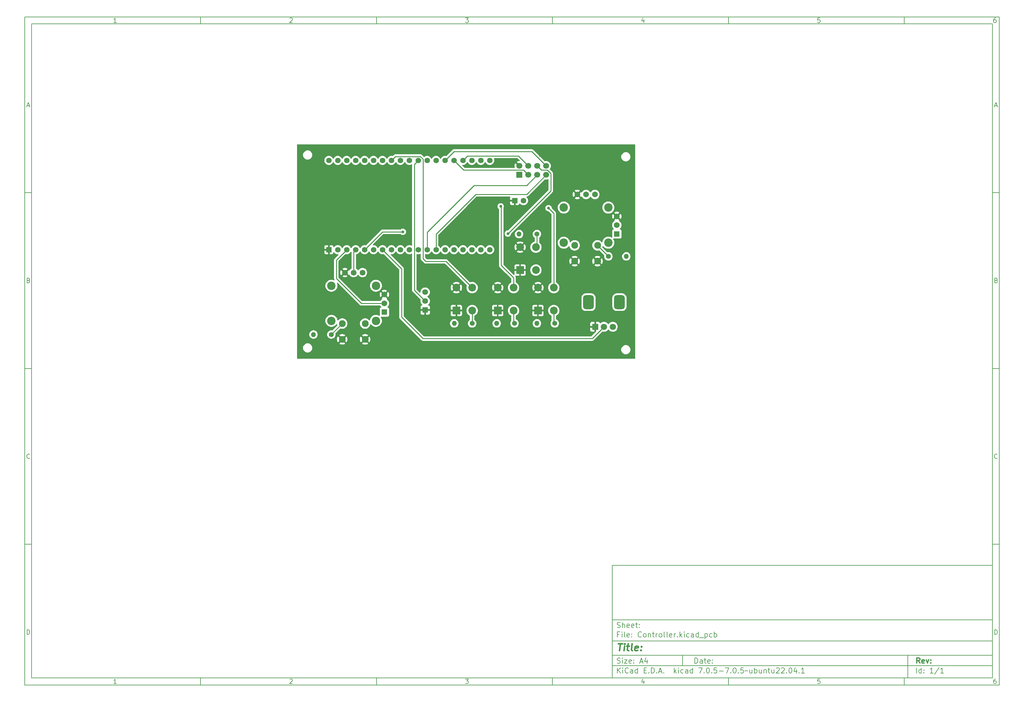
<source format=gbr>
%TF.GenerationSoftware,KiCad,Pcbnew,7.0.5-7.0.5~ubuntu22.04.1*%
%TF.CreationDate,2023-06-29T11:19:57+05:30*%
%TF.ProjectId,Controller,436f6e74-726f-46c6-9c65-722e6b696361,rev?*%
%TF.SameCoordinates,Original*%
%TF.FileFunction,Copper,L1,Top*%
%TF.FilePolarity,Positive*%
%FSLAX46Y46*%
G04 Gerber Fmt 4.6, Leading zero omitted, Abs format (unit mm)*
G04 Created by KiCad (PCBNEW 7.0.5-7.0.5~ubuntu22.04.1) date 2023-06-29 11:19:57*
%MOMM*%
%LPD*%
G01*
G04 APERTURE LIST*
G04 Aperture macros list*
%AMRoundRect*
0 Rectangle with rounded corners*
0 $1 Rounding radius*
0 $2 $3 $4 $5 $6 $7 $8 $9 X,Y pos of 4 corners*
0 Add a 4 corners polygon primitive as box body*
4,1,4,$2,$3,$4,$5,$6,$7,$8,$9,$2,$3,0*
0 Add four circle primitives for the rounded corners*
1,1,$1+$1,$2,$3*
1,1,$1+$1,$4,$5*
1,1,$1+$1,$6,$7*
1,1,$1+$1,$8,$9*
0 Add four rect primitives between the rounded corners*
20,1,$1+$1,$2,$3,$4,$5,0*
20,1,$1+$1,$4,$5,$6,$7,0*
20,1,$1+$1,$6,$7,$8,$9,0*
20,1,$1+$1,$8,$9,$2,$3,0*%
G04 Aperture macros list end*
%ADD10C,0.100000*%
%ADD11C,0.150000*%
%ADD12C,0.300000*%
%ADD13C,0.400000*%
%TA.AperFunction,ComponentPad*%
%ADD14R,1.700000X1.700000*%
%TD*%
%TA.AperFunction,ComponentPad*%
%ADD15C,1.700000*%
%TD*%
%TA.AperFunction,ComponentPad*%
%ADD16R,2.200000X2.200000*%
%TD*%
%TA.AperFunction,ComponentPad*%
%ADD17C,2.200000*%
%TD*%
%TA.AperFunction,ComponentPad*%
%ADD18R,1.560000X1.560000*%
%TD*%
%TA.AperFunction,ComponentPad*%
%ADD19C,1.560000*%
%TD*%
%TA.AperFunction,ComponentPad*%
%ADD20C,1.950000*%
%TD*%
%TA.AperFunction,ComponentPad*%
%ADD21C,2.400000*%
%TD*%
%TA.AperFunction,ComponentPad*%
%ADD22R,1.650000X1.650000*%
%TD*%
%TA.AperFunction,ComponentPad*%
%ADD23C,1.650000*%
%TD*%
%TA.AperFunction,ComponentPad*%
%ADD24C,1.400000*%
%TD*%
%TA.AperFunction,ComponentPad*%
%ADD25O,1.400000X1.400000*%
%TD*%
%TA.AperFunction,ComponentPad*%
%ADD26R,1.800000X1.800000*%
%TD*%
%TA.AperFunction,ComponentPad*%
%ADD27C,1.800000*%
%TD*%
%TA.AperFunction,ComponentPad*%
%ADD28RoundRect,0.750000X0.750000X-1.250000X0.750000X1.250000X-0.750000X1.250000X-0.750000X-1.250000X0*%
%TD*%
%TA.AperFunction,ComponentPad*%
%ADD29R,1.600000X1.600000*%
%TD*%
%TA.AperFunction,ComponentPad*%
%ADD30C,1.600000*%
%TD*%
%TA.AperFunction,ComponentPad*%
%ADD31R,1.635000X1.635000*%
%TD*%
%TA.AperFunction,ComponentPad*%
%ADD32C,1.635000*%
%TD*%
%TA.AperFunction,ViaPad*%
%ADD33C,0.800000*%
%TD*%
%TA.AperFunction,Conductor*%
%ADD34C,0.250000*%
%TD*%
G04 APERTURE END LIST*
D10*
D11*
X177002200Y-166007200D02*
X285002200Y-166007200D01*
X285002200Y-198007200D01*
X177002200Y-198007200D01*
X177002200Y-166007200D01*
D10*
D11*
X10000000Y-10000000D02*
X287002200Y-10000000D01*
X287002200Y-200007200D01*
X10000000Y-200007200D01*
X10000000Y-10000000D01*
D10*
D11*
X12000000Y-12000000D02*
X285002200Y-12000000D01*
X285002200Y-198007200D01*
X12000000Y-198007200D01*
X12000000Y-12000000D01*
D10*
D11*
X60000000Y-12000000D02*
X60000000Y-10000000D01*
D10*
D11*
X110000000Y-12000000D02*
X110000000Y-10000000D01*
D10*
D11*
X160000000Y-12000000D02*
X160000000Y-10000000D01*
D10*
D11*
X210000000Y-12000000D02*
X210000000Y-10000000D01*
D10*
D11*
X260000000Y-12000000D02*
X260000000Y-10000000D01*
D10*
D11*
X36089160Y-11593604D02*
X35346303Y-11593604D01*
X35717731Y-11593604D02*
X35717731Y-10293604D01*
X35717731Y-10293604D02*
X35593922Y-10479319D01*
X35593922Y-10479319D02*
X35470112Y-10603128D01*
X35470112Y-10603128D02*
X35346303Y-10665033D01*
D10*
D11*
X85346303Y-10417414D02*
X85408207Y-10355509D01*
X85408207Y-10355509D02*
X85532017Y-10293604D01*
X85532017Y-10293604D02*
X85841541Y-10293604D01*
X85841541Y-10293604D02*
X85965350Y-10355509D01*
X85965350Y-10355509D02*
X86027255Y-10417414D01*
X86027255Y-10417414D02*
X86089160Y-10541223D01*
X86089160Y-10541223D02*
X86089160Y-10665033D01*
X86089160Y-10665033D02*
X86027255Y-10850747D01*
X86027255Y-10850747D02*
X85284398Y-11593604D01*
X85284398Y-11593604D02*
X86089160Y-11593604D01*
D10*
D11*
X135284398Y-10293604D02*
X136089160Y-10293604D01*
X136089160Y-10293604D02*
X135655826Y-10788842D01*
X135655826Y-10788842D02*
X135841541Y-10788842D01*
X135841541Y-10788842D02*
X135965350Y-10850747D01*
X135965350Y-10850747D02*
X136027255Y-10912652D01*
X136027255Y-10912652D02*
X136089160Y-11036461D01*
X136089160Y-11036461D02*
X136089160Y-11345985D01*
X136089160Y-11345985D02*
X136027255Y-11469795D01*
X136027255Y-11469795D02*
X135965350Y-11531700D01*
X135965350Y-11531700D02*
X135841541Y-11593604D01*
X135841541Y-11593604D02*
X135470112Y-11593604D01*
X135470112Y-11593604D02*
X135346303Y-11531700D01*
X135346303Y-11531700D02*
X135284398Y-11469795D01*
D10*
D11*
X185965350Y-10726938D02*
X185965350Y-11593604D01*
X185655826Y-10231700D02*
X185346303Y-11160271D01*
X185346303Y-11160271D02*
X186151064Y-11160271D01*
D10*
D11*
X236027255Y-10293604D02*
X235408207Y-10293604D01*
X235408207Y-10293604D02*
X235346303Y-10912652D01*
X235346303Y-10912652D02*
X235408207Y-10850747D01*
X235408207Y-10850747D02*
X235532017Y-10788842D01*
X235532017Y-10788842D02*
X235841541Y-10788842D01*
X235841541Y-10788842D02*
X235965350Y-10850747D01*
X235965350Y-10850747D02*
X236027255Y-10912652D01*
X236027255Y-10912652D02*
X236089160Y-11036461D01*
X236089160Y-11036461D02*
X236089160Y-11345985D01*
X236089160Y-11345985D02*
X236027255Y-11469795D01*
X236027255Y-11469795D02*
X235965350Y-11531700D01*
X235965350Y-11531700D02*
X235841541Y-11593604D01*
X235841541Y-11593604D02*
X235532017Y-11593604D01*
X235532017Y-11593604D02*
X235408207Y-11531700D01*
X235408207Y-11531700D02*
X235346303Y-11469795D01*
D10*
D11*
X285965350Y-10293604D02*
X285717731Y-10293604D01*
X285717731Y-10293604D02*
X285593922Y-10355509D01*
X285593922Y-10355509D02*
X285532017Y-10417414D01*
X285532017Y-10417414D02*
X285408207Y-10603128D01*
X285408207Y-10603128D02*
X285346303Y-10850747D01*
X285346303Y-10850747D02*
X285346303Y-11345985D01*
X285346303Y-11345985D02*
X285408207Y-11469795D01*
X285408207Y-11469795D02*
X285470112Y-11531700D01*
X285470112Y-11531700D02*
X285593922Y-11593604D01*
X285593922Y-11593604D02*
X285841541Y-11593604D01*
X285841541Y-11593604D02*
X285965350Y-11531700D01*
X285965350Y-11531700D02*
X286027255Y-11469795D01*
X286027255Y-11469795D02*
X286089160Y-11345985D01*
X286089160Y-11345985D02*
X286089160Y-11036461D01*
X286089160Y-11036461D02*
X286027255Y-10912652D01*
X286027255Y-10912652D02*
X285965350Y-10850747D01*
X285965350Y-10850747D02*
X285841541Y-10788842D01*
X285841541Y-10788842D02*
X285593922Y-10788842D01*
X285593922Y-10788842D02*
X285470112Y-10850747D01*
X285470112Y-10850747D02*
X285408207Y-10912652D01*
X285408207Y-10912652D02*
X285346303Y-11036461D01*
D10*
D11*
X60000000Y-198007200D02*
X60000000Y-200007200D01*
D10*
D11*
X110000000Y-198007200D02*
X110000000Y-200007200D01*
D10*
D11*
X160000000Y-198007200D02*
X160000000Y-200007200D01*
D10*
D11*
X210000000Y-198007200D02*
X210000000Y-200007200D01*
D10*
D11*
X260000000Y-198007200D02*
X260000000Y-200007200D01*
D10*
D11*
X36089160Y-199600804D02*
X35346303Y-199600804D01*
X35717731Y-199600804D02*
X35717731Y-198300804D01*
X35717731Y-198300804D02*
X35593922Y-198486519D01*
X35593922Y-198486519D02*
X35470112Y-198610328D01*
X35470112Y-198610328D02*
X35346303Y-198672233D01*
D10*
D11*
X85346303Y-198424614D02*
X85408207Y-198362709D01*
X85408207Y-198362709D02*
X85532017Y-198300804D01*
X85532017Y-198300804D02*
X85841541Y-198300804D01*
X85841541Y-198300804D02*
X85965350Y-198362709D01*
X85965350Y-198362709D02*
X86027255Y-198424614D01*
X86027255Y-198424614D02*
X86089160Y-198548423D01*
X86089160Y-198548423D02*
X86089160Y-198672233D01*
X86089160Y-198672233D02*
X86027255Y-198857947D01*
X86027255Y-198857947D02*
X85284398Y-199600804D01*
X85284398Y-199600804D02*
X86089160Y-199600804D01*
D10*
D11*
X135284398Y-198300804D02*
X136089160Y-198300804D01*
X136089160Y-198300804D02*
X135655826Y-198796042D01*
X135655826Y-198796042D02*
X135841541Y-198796042D01*
X135841541Y-198796042D02*
X135965350Y-198857947D01*
X135965350Y-198857947D02*
X136027255Y-198919852D01*
X136027255Y-198919852D02*
X136089160Y-199043661D01*
X136089160Y-199043661D02*
X136089160Y-199353185D01*
X136089160Y-199353185D02*
X136027255Y-199476995D01*
X136027255Y-199476995D02*
X135965350Y-199538900D01*
X135965350Y-199538900D02*
X135841541Y-199600804D01*
X135841541Y-199600804D02*
X135470112Y-199600804D01*
X135470112Y-199600804D02*
X135346303Y-199538900D01*
X135346303Y-199538900D02*
X135284398Y-199476995D01*
D10*
D11*
X185965350Y-198734138D02*
X185965350Y-199600804D01*
X185655826Y-198238900D02*
X185346303Y-199167471D01*
X185346303Y-199167471D02*
X186151064Y-199167471D01*
D10*
D11*
X236027255Y-198300804D02*
X235408207Y-198300804D01*
X235408207Y-198300804D02*
X235346303Y-198919852D01*
X235346303Y-198919852D02*
X235408207Y-198857947D01*
X235408207Y-198857947D02*
X235532017Y-198796042D01*
X235532017Y-198796042D02*
X235841541Y-198796042D01*
X235841541Y-198796042D02*
X235965350Y-198857947D01*
X235965350Y-198857947D02*
X236027255Y-198919852D01*
X236027255Y-198919852D02*
X236089160Y-199043661D01*
X236089160Y-199043661D02*
X236089160Y-199353185D01*
X236089160Y-199353185D02*
X236027255Y-199476995D01*
X236027255Y-199476995D02*
X235965350Y-199538900D01*
X235965350Y-199538900D02*
X235841541Y-199600804D01*
X235841541Y-199600804D02*
X235532017Y-199600804D01*
X235532017Y-199600804D02*
X235408207Y-199538900D01*
X235408207Y-199538900D02*
X235346303Y-199476995D01*
D10*
D11*
X285965350Y-198300804D02*
X285717731Y-198300804D01*
X285717731Y-198300804D02*
X285593922Y-198362709D01*
X285593922Y-198362709D02*
X285532017Y-198424614D01*
X285532017Y-198424614D02*
X285408207Y-198610328D01*
X285408207Y-198610328D02*
X285346303Y-198857947D01*
X285346303Y-198857947D02*
X285346303Y-199353185D01*
X285346303Y-199353185D02*
X285408207Y-199476995D01*
X285408207Y-199476995D02*
X285470112Y-199538900D01*
X285470112Y-199538900D02*
X285593922Y-199600804D01*
X285593922Y-199600804D02*
X285841541Y-199600804D01*
X285841541Y-199600804D02*
X285965350Y-199538900D01*
X285965350Y-199538900D02*
X286027255Y-199476995D01*
X286027255Y-199476995D02*
X286089160Y-199353185D01*
X286089160Y-199353185D02*
X286089160Y-199043661D01*
X286089160Y-199043661D02*
X286027255Y-198919852D01*
X286027255Y-198919852D02*
X285965350Y-198857947D01*
X285965350Y-198857947D02*
X285841541Y-198796042D01*
X285841541Y-198796042D02*
X285593922Y-198796042D01*
X285593922Y-198796042D02*
X285470112Y-198857947D01*
X285470112Y-198857947D02*
X285408207Y-198919852D01*
X285408207Y-198919852D02*
X285346303Y-199043661D01*
D10*
D11*
X10000000Y-60000000D02*
X12000000Y-60000000D01*
D10*
D11*
X10000000Y-110000000D02*
X12000000Y-110000000D01*
D10*
D11*
X10000000Y-160000000D02*
X12000000Y-160000000D01*
D10*
D11*
X10690476Y-35222176D02*
X11309523Y-35222176D01*
X10566666Y-35593604D02*
X10999999Y-34293604D01*
X10999999Y-34293604D02*
X11433333Y-35593604D01*
D10*
D11*
X11092857Y-84912652D02*
X11278571Y-84974557D01*
X11278571Y-84974557D02*
X11340476Y-85036461D01*
X11340476Y-85036461D02*
X11402380Y-85160271D01*
X11402380Y-85160271D02*
X11402380Y-85345985D01*
X11402380Y-85345985D02*
X11340476Y-85469795D01*
X11340476Y-85469795D02*
X11278571Y-85531700D01*
X11278571Y-85531700D02*
X11154761Y-85593604D01*
X11154761Y-85593604D02*
X10659523Y-85593604D01*
X10659523Y-85593604D02*
X10659523Y-84293604D01*
X10659523Y-84293604D02*
X11092857Y-84293604D01*
X11092857Y-84293604D02*
X11216666Y-84355509D01*
X11216666Y-84355509D02*
X11278571Y-84417414D01*
X11278571Y-84417414D02*
X11340476Y-84541223D01*
X11340476Y-84541223D02*
X11340476Y-84665033D01*
X11340476Y-84665033D02*
X11278571Y-84788842D01*
X11278571Y-84788842D02*
X11216666Y-84850747D01*
X11216666Y-84850747D02*
X11092857Y-84912652D01*
X11092857Y-84912652D02*
X10659523Y-84912652D01*
D10*
D11*
X11402380Y-135469795D02*
X11340476Y-135531700D01*
X11340476Y-135531700D02*
X11154761Y-135593604D01*
X11154761Y-135593604D02*
X11030952Y-135593604D01*
X11030952Y-135593604D02*
X10845238Y-135531700D01*
X10845238Y-135531700D02*
X10721428Y-135407890D01*
X10721428Y-135407890D02*
X10659523Y-135284080D01*
X10659523Y-135284080D02*
X10597619Y-135036461D01*
X10597619Y-135036461D02*
X10597619Y-134850747D01*
X10597619Y-134850747D02*
X10659523Y-134603128D01*
X10659523Y-134603128D02*
X10721428Y-134479319D01*
X10721428Y-134479319D02*
X10845238Y-134355509D01*
X10845238Y-134355509D02*
X11030952Y-134293604D01*
X11030952Y-134293604D02*
X11154761Y-134293604D01*
X11154761Y-134293604D02*
X11340476Y-134355509D01*
X11340476Y-134355509D02*
X11402380Y-134417414D01*
D10*
D11*
X10659523Y-185593604D02*
X10659523Y-184293604D01*
X10659523Y-184293604D02*
X10969047Y-184293604D01*
X10969047Y-184293604D02*
X11154761Y-184355509D01*
X11154761Y-184355509D02*
X11278571Y-184479319D01*
X11278571Y-184479319D02*
X11340476Y-184603128D01*
X11340476Y-184603128D02*
X11402380Y-184850747D01*
X11402380Y-184850747D02*
X11402380Y-185036461D01*
X11402380Y-185036461D02*
X11340476Y-185284080D01*
X11340476Y-185284080D02*
X11278571Y-185407890D01*
X11278571Y-185407890D02*
X11154761Y-185531700D01*
X11154761Y-185531700D02*
X10969047Y-185593604D01*
X10969047Y-185593604D02*
X10659523Y-185593604D01*
D10*
D11*
X287002200Y-60000000D02*
X285002200Y-60000000D01*
D10*
D11*
X287002200Y-110000000D02*
X285002200Y-110000000D01*
D10*
D11*
X287002200Y-160000000D02*
X285002200Y-160000000D01*
D10*
D11*
X285692676Y-35222176D02*
X286311723Y-35222176D01*
X285568866Y-35593604D02*
X286002199Y-34293604D01*
X286002199Y-34293604D02*
X286435533Y-35593604D01*
D10*
D11*
X286095057Y-84912652D02*
X286280771Y-84974557D01*
X286280771Y-84974557D02*
X286342676Y-85036461D01*
X286342676Y-85036461D02*
X286404580Y-85160271D01*
X286404580Y-85160271D02*
X286404580Y-85345985D01*
X286404580Y-85345985D02*
X286342676Y-85469795D01*
X286342676Y-85469795D02*
X286280771Y-85531700D01*
X286280771Y-85531700D02*
X286156961Y-85593604D01*
X286156961Y-85593604D02*
X285661723Y-85593604D01*
X285661723Y-85593604D02*
X285661723Y-84293604D01*
X285661723Y-84293604D02*
X286095057Y-84293604D01*
X286095057Y-84293604D02*
X286218866Y-84355509D01*
X286218866Y-84355509D02*
X286280771Y-84417414D01*
X286280771Y-84417414D02*
X286342676Y-84541223D01*
X286342676Y-84541223D02*
X286342676Y-84665033D01*
X286342676Y-84665033D02*
X286280771Y-84788842D01*
X286280771Y-84788842D02*
X286218866Y-84850747D01*
X286218866Y-84850747D02*
X286095057Y-84912652D01*
X286095057Y-84912652D02*
X285661723Y-84912652D01*
D10*
D11*
X286404580Y-135469795D02*
X286342676Y-135531700D01*
X286342676Y-135531700D02*
X286156961Y-135593604D01*
X286156961Y-135593604D02*
X286033152Y-135593604D01*
X286033152Y-135593604D02*
X285847438Y-135531700D01*
X285847438Y-135531700D02*
X285723628Y-135407890D01*
X285723628Y-135407890D02*
X285661723Y-135284080D01*
X285661723Y-135284080D02*
X285599819Y-135036461D01*
X285599819Y-135036461D02*
X285599819Y-134850747D01*
X285599819Y-134850747D02*
X285661723Y-134603128D01*
X285661723Y-134603128D02*
X285723628Y-134479319D01*
X285723628Y-134479319D02*
X285847438Y-134355509D01*
X285847438Y-134355509D02*
X286033152Y-134293604D01*
X286033152Y-134293604D02*
X286156961Y-134293604D01*
X286156961Y-134293604D02*
X286342676Y-134355509D01*
X286342676Y-134355509D02*
X286404580Y-134417414D01*
D10*
D11*
X285661723Y-185593604D02*
X285661723Y-184293604D01*
X285661723Y-184293604D02*
X285971247Y-184293604D01*
X285971247Y-184293604D02*
X286156961Y-184355509D01*
X286156961Y-184355509D02*
X286280771Y-184479319D01*
X286280771Y-184479319D02*
X286342676Y-184603128D01*
X286342676Y-184603128D02*
X286404580Y-184850747D01*
X286404580Y-184850747D02*
X286404580Y-185036461D01*
X286404580Y-185036461D02*
X286342676Y-185284080D01*
X286342676Y-185284080D02*
X286280771Y-185407890D01*
X286280771Y-185407890D02*
X286156961Y-185531700D01*
X286156961Y-185531700D02*
X285971247Y-185593604D01*
X285971247Y-185593604D02*
X285661723Y-185593604D01*
D10*
D11*
X200458026Y-193793328D02*
X200458026Y-192293328D01*
X200458026Y-192293328D02*
X200815169Y-192293328D01*
X200815169Y-192293328D02*
X201029455Y-192364757D01*
X201029455Y-192364757D02*
X201172312Y-192507614D01*
X201172312Y-192507614D02*
X201243741Y-192650471D01*
X201243741Y-192650471D02*
X201315169Y-192936185D01*
X201315169Y-192936185D02*
X201315169Y-193150471D01*
X201315169Y-193150471D02*
X201243741Y-193436185D01*
X201243741Y-193436185D02*
X201172312Y-193579042D01*
X201172312Y-193579042D02*
X201029455Y-193721900D01*
X201029455Y-193721900D02*
X200815169Y-193793328D01*
X200815169Y-193793328D02*
X200458026Y-193793328D01*
X202600884Y-193793328D02*
X202600884Y-193007614D01*
X202600884Y-193007614D02*
X202529455Y-192864757D01*
X202529455Y-192864757D02*
X202386598Y-192793328D01*
X202386598Y-192793328D02*
X202100884Y-192793328D01*
X202100884Y-192793328D02*
X201958026Y-192864757D01*
X202600884Y-193721900D02*
X202458026Y-193793328D01*
X202458026Y-193793328D02*
X202100884Y-193793328D01*
X202100884Y-193793328D02*
X201958026Y-193721900D01*
X201958026Y-193721900D02*
X201886598Y-193579042D01*
X201886598Y-193579042D02*
X201886598Y-193436185D01*
X201886598Y-193436185D02*
X201958026Y-193293328D01*
X201958026Y-193293328D02*
X202100884Y-193221900D01*
X202100884Y-193221900D02*
X202458026Y-193221900D01*
X202458026Y-193221900D02*
X202600884Y-193150471D01*
X203100884Y-192793328D02*
X203672312Y-192793328D01*
X203315169Y-192293328D02*
X203315169Y-193579042D01*
X203315169Y-193579042D02*
X203386598Y-193721900D01*
X203386598Y-193721900D02*
X203529455Y-193793328D01*
X203529455Y-193793328D02*
X203672312Y-193793328D01*
X204743741Y-193721900D02*
X204600884Y-193793328D01*
X204600884Y-193793328D02*
X204315170Y-193793328D01*
X204315170Y-193793328D02*
X204172312Y-193721900D01*
X204172312Y-193721900D02*
X204100884Y-193579042D01*
X204100884Y-193579042D02*
X204100884Y-193007614D01*
X204100884Y-193007614D02*
X204172312Y-192864757D01*
X204172312Y-192864757D02*
X204315170Y-192793328D01*
X204315170Y-192793328D02*
X204600884Y-192793328D01*
X204600884Y-192793328D02*
X204743741Y-192864757D01*
X204743741Y-192864757D02*
X204815170Y-193007614D01*
X204815170Y-193007614D02*
X204815170Y-193150471D01*
X204815170Y-193150471D02*
X204100884Y-193293328D01*
X205458026Y-193650471D02*
X205529455Y-193721900D01*
X205529455Y-193721900D02*
X205458026Y-193793328D01*
X205458026Y-193793328D02*
X205386598Y-193721900D01*
X205386598Y-193721900D02*
X205458026Y-193650471D01*
X205458026Y-193650471D02*
X205458026Y-193793328D01*
X205458026Y-192864757D02*
X205529455Y-192936185D01*
X205529455Y-192936185D02*
X205458026Y-193007614D01*
X205458026Y-193007614D02*
X205386598Y-192936185D01*
X205386598Y-192936185D02*
X205458026Y-192864757D01*
X205458026Y-192864757D02*
X205458026Y-193007614D01*
D10*
D11*
X177002200Y-194507200D02*
X285002200Y-194507200D01*
D10*
D11*
X178458026Y-196593328D02*
X178458026Y-195093328D01*
X179315169Y-196593328D02*
X178672312Y-195736185D01*
X179315169Y-195093328D02*
X178458026Y-195950471D01*
X179958026Y-196593328D02*
X179958026Y-195593328D01*
X179958026Y-195093328D02*
X179886598Y-195164757D01*
X179886598Y-195164757D02*
X179958026Y-195236185D01*
X179958026Y-195236185D02*
X180029455Y-195164757D01*
X180029455Y-195164757D02*
X179958026Y-195093328D01*
X179958026Y-195093328D02*
X179958026Y-195236185D01*
X181529455Y-196450471D02*
X181458027Y-196521900D01*
X181458027Y-196521900D02*
X181243741Y-196593328D01*
X181243741Y-196593328D02*
X181100884Y-196593328D01*
X181100884Y-196593328D02*
X180886598Y-196521900D01*
X180886598Y-196521900D02*
X180743741Y-196379042D01*
X180743741Y-196379042D02*
X180672312Y-196236185D01*
X180672312Y-196236185D02*
X180600884Y-195950471D01*
X180600884Y-195950471D02*
X180600884Y-195736185D01*
X180600884Y-195736185D02*
X180672312Y-195450471D01*
X180672312Y-195450471D02*
X180743741Y-195307614D01*
X180743741Y-195307614D02*
X180886598Y-195164757D01*
X180886598Y-195164757D02*
X181100884Y-195093328D01*
X181100884Y-195093328D02*
X181243741Y-195093328D01*
X181243741Y-195093328D02*
X181458027Y-195164757D01*
X181458027Y-195164757D02*
X181529455Y-195236185D01*
X182815170Y-196593328D02*
X182815170Y-195807614D01*
X182815170Y-195807614D02*
X182743741Y-195664757D01*
X182743741Y-195664757D02*
X182600884Y-195593328D01*
X182600884Y-195593328D02*
X182315170Y-195593328D01*
X182315170Y-195593328D02*
X182172312Y-195664757D01*
X182815170Y-196521900D02*
X182672312Y-196593328D01*
X182672312Y-196593328D02*
X182315170Y-196593328D01*
X182315170Y-196593328D02*
X182172312Y-196521900D01*
X182172312Y-196521900D02*
X182100884Y-196379042D01*
X182100884Y-196379042D02*
X182100884Y-196236185D01*
X182100884Y-196236185D02*
X182172312Y-196093328D01*
X182172312Y-196093328D02*
X182315170Y-196021900D01*
X182315170Y-196021900D02*
X182672312Y-196021900D01*
X182672312Y-196021900D02*
X182815170Y-195950471D01*
X184172313Y-196593328D02*
X184172313Y-195093328D01*
X184172313Y-196521900D02*
X184029455Y-196593328D01*
X184029455Y-196593328D02*
X183743741Y-196593328D01*
X183743741Y-196593328D02*
X183600884Y-196521900D01*
X183600884Y-196521900D02*
X183529455Y-196450471D01*
X183529455Y-196450471D02*
X183458027Y-196307614D01*
X183458027Y-196307614D02*
X183458027Y-195879042D01*
X183458027Y-195879042D02*
X183529455Y-195736185D01*
X183529455Y-195736185D02*
X183600884Y-195664757D01*
X183600884Y-195664757D02*
X183743741Y-195593328D01*
X183743741Y-195593328D02*
X184029455Y-195593328D01*
X184029455Y-195593328D02*
X184172313Y-195664757D01*
X186029455Y-195807614D02*
X186529455Y-195807614D01*
X186743741Y-196593328D02*
X186029455Y-196593328D01*
X186029455Y-196593328D02*
X186029455Y-195093328D01*
X186029455Y-195093328D02*
X186743741Y-195093328D01*
X187386598Y-196450471D02*
X187458027Y-196521900D01*
X187458027Y-196521900D02*
X187386598Y-196593328D01*
X187386598Y-196593328D02*
X187315170Y-196521900D01*
X187315170Y-196521900D02*
X187386598Y-196450471D01*
X187386598Y-196450471D02*
X187386598Y-196593328D01*
X188100884Y-196593328D02*
X188100884Y-195093328D01*
X188100884Y-195093328D02*
X188458027Y-195093328D01*
X188458027Y-195093328D02*
X188672313Y-195164757D01*
X188672313Y-195164757D02*
X188815170Y-195307614D01*
X188815170Y-195307614D02*
X188886599Y-195450471D01*
X188886599Y-195450471D02*
X188958027Y-195736185D01*
X188958027Y-195736185D02*
X188958027Y-195950471D01*
X188958027Y-195950471D02*
X188886599Y-196236185D01*
X188886599Y-196236185D02*
X188815170Y-196379042D01*
X188815170Y-196379042D02*
X188672313Y-196521900D01*
X188672313Y-196521900D02*
X188458027Y-196593328D01*
X188458027Y-196593328D02*
X188100884Y-196593328D01*
X189600884Y-196450471D02*
X189672313Y-196521900D01*
X189672313Y-196521900D02*
X189600884Y-196593328D01*
X189600884Y-196593328D02*
X189529456Y-196521900D01*
X189529456Y-196521900D02*
X189600884Y-196450471D01*
X189600884Y-196450471D02*
X189600884Y-196593328D01*
X190243742Y-196164757D02*
X190958028Y-196164757D01*
X190100885Y-196593328D02*
X190600885Y-195093328D01*
X190600885Y-195093328D02*
X191100885Y-196593328D01*
X191600884Y-196450471D02*
X191672313Y-196521900D01*
X191672313Y-196521900D02*
X191600884Y-196593328D01*
X191600884Y-196593328D02*
X191529456Y-196521900D01*
X191529456Y-196521900D02*
X191600884Y-196450471D01*
X191600884Y-196450471D02*
X191600884Y-196593328D01*
X194600884Y-196593328D02*
X194600884Y-195093328D01*
X194743742Y-196021900D02*
X195172313Y-196593328D01*
X195172313Y-195593328D02*
X194600884Y-196164757D01*
X195815170Y-196593328D02*
X195815170Y-195593328D01*
X195815170Y-195093328D02*
X195743742Y-195164757D01*
X195743742Y-195164757D02*
X195815170Y-195236185D01*
X195815170Y-195236185D02*
X195886599Y-195164757D01*
X195886599Y-195164757D02*
X195815170Y-195093328D01*
X195815170Y-195093328D02*
X195815170Y-195236185D01*
X197172314Y-196521900D02*
X197029456Y-196593328D01*
X197029456Y-196593328D02*
X196743742Y-196593328D01*
X196743742Y-196593328D02*
X196600885Y-196521900D01*
X196600885Y-196521900D02*
X196529456Y-196450471D01*
X196529456Y-196450471D02*
X196458028Y-196307614D01*
X196458028Y-196307614D02*
X196458028Y-195879042D01*
X196458028Y-195879042D02*
X196529456Y-195736185D01*
X196529456Y-195736185D02*
X196600885Y-195664757D01*
X196600885Y-195664757D02*
X196743742Y-195593328D01*
X196743742Y-195593328D02*
X197029456Y-195593328D01*
X197029456Y-195593328D02*
X197172314Y-195664757D01*
X198458028Y-196593328D02*
X198458028Y-195807614D01*
X198458028Y-195807614D02*
X198386599Y-195664757D01*
X198386599Y-195664757D02*
X198243742Y-195593328D01*
X198243742Y-195593328D02*
X197958028Y-195593328D01*
X197958028Y-195593328D02*
X197815170Y-195664757D01*
X198458028Y-196521900D02*
X198315170Y-196593328D01*
X198315170Y-196593328D02*
X197958028Y-196593328D01*
X197958028Y-196593328D02*
X197815170Y-196521900D01*
X197815170Y-196521900D02*
X197743742Y-196379042D01*
X197743742Y-196379042D02*
X197743742Y-196236185D01*
X197743742Y-196236185D02*
X197815170Y-196093328D01*
X197815170Y-196093328D02*
X197958028Y-196021900D01*
X197958028Y-196021900D02*
X198315170Y-196021900D01*
X198315170Y-196021900D02*
X198458028Y-195950471D01*
X199815171Y-196593328D02*
X199815171Y-195093328D01*
X199815171Y-196521900D02*
X199672313Y-196593328D01*
X199672313Y-196593328D02*
X199386599Y-196593328D01*
X199386599Y-196593328D02*
X199243742Y-196521900D01*
X199243742Y-196521900D02*
X199172313Y-196450471D01*
X199172313Y-196450471D02*
X199100885Y-196307614D01*
X199100885Y-196307614D02*
X199100885Y-195879042D01*
X199100885Y-195879042D02*
X199172313Y-195736185D01*
X199172313Y-195736185D02*
X199243742Y-195664757D01*
X199243742Y-195664757D02*
X199386599Y-195593328D01*
X199386599Y-195593328D02*
X199672313Y-195593328D01*
X199672313Y-195593328D02*
X199815171Y-195664757D01*
X201529456Y-195093328D02*
X202529456Y-195093328D01*
X202529456Y-195093328D02*
X201886599Y-196593328D01*
X203100884Y-196450471D02*
X203172313Y-196521900D01*
X203172313Y-196521900D02*
X203100884Y-196593328D01*
X203100884Y-196593328D02*
X203029456Y-196521900D01*
X203029456Y-196521900D02*
X203100884Y-196450471D01*
X203100884Y-196450471D02*
X203100884Y-196593328D01*
X204100885Y-195093328D02*
X204243742Y-195093328D01*
X204243742Y-195093328D02*
X204386599Y-195164757D01*
X204386599Y-195164757D02*
X204458028Y-195236185D01*
X204458028Y-195236185D02*
X204529456Y-195379042D01*
X204529456Y-195379042D02*
X204600885Y-195664757D01*
X204600885Y-195664757D02*
X204600885Y-196021900D01*
X204600885Y-196021900D02*
X204529456Y-196307614D01*
X204529456Y-196307614D02*
X204458028Y-196450471D01*
X204458028Y-196450471D02*
X204386599Y-196521900D01*
X204386599Y-196521900D02*
X204243742Y-196593328D01*
X204243742Y-196593328D02*
X204100885Y-196593328D01*
X204100885Y-196593328D02*
X203958028Y-196521900D01*
X203958028Y-196521900D02*
X203886599Y-196450471D01*
X203886599Y-196450471D02*
X203815170Y-196307614D01*
X203815170Y-196307614D02*
X203743742Y-196021900D01*
X203743742Y-196021900D02*
X203743742Y-195664757D01*
X203743742Y-195664757D02*
X203815170Y-195379042D01*
X203815170Y-195379042D02*
X203886599Y-195236185D01*
X203886599Y-195236185D02*
X203958028Y-195164757D01*
X203958028Y-195164757D02*
X204100885Y-195093328D01*
X205243741Y-196450471D02*
X205315170Y-196521900D01*
X205315170Y-196521900D02*
X205243741Y-196593328D01*
X205243741Y-196593328D02*
X205172313Y-196521900D01*
X205172313Y-196521900D02*
X205243741Y-196450471D01*
X205243741Y-196450471D02*
X205243741Y-196593328D01*
X206672313Y-195093328D02*
X205958027Y-195093328D01*
X205958027Y-195093328D02*
X205886599Y-195807614D01*
X205886599Y-195807614D02*
X205958027Y-195736185D01*
X205958027Y-195736185D02*
X206100885Y-195664757D01*
X206100885Y-195664757D02*
X206458027Y-195664757D01*
X206458027Y-195664757D02*
X206600885Y-195736185D01*
X206600885Y-195736185D02*
X206672313Y-195807614D01*
X206672313Y-195807614D02*
X206743742Y-195950471D01*
X206743742Y-195950471D02*
X206743742Y-196307614D01*
X206743742Y-196307614D02*
X206672313Y-196450471D01*
X206672313Y-196450471D02*
X206600885Y-196521900D01*
X206600885Y-196521900D02*
X206458027Y-196593328D01*
X206458027Y-196593328D02*
X206100885Y-196593328D01*
X206100885Y-196593328D02*
X205958027Y-196521900D01*
X205958027Y-196521900D02*
X205886599Y-196450471D01*
X207386598Y-196021900D02*
X208529456Y-196021900D01*
X209100884Y-195093328D02*
X210100884Y-195093328D01*
X210100884Y-195093328D02*
X209458027Y-196593328D01*
X210672312Y-196450471D02*
X210743741Y-196521900D01*
X210743741Y-196521900D02*
X210672312Y-196593328D01*
X210672312Y-196593328D02*
X210600884Y-196521900D01*
X210600884Y-196521900D02*
X210672312Y-196450471D01*
X210672312Y-196450471D02*
X210672312Y-196593328D01*
X211672313Y-195093328D02*
X211815170Y-195093328D01*
X211815170Y-195093328D02*
X211958027Y-195164757D01*
X211958027Y-195164757D02*
X212029456Y-195236185D01*
X212029456Y-195236185D02*
X212100884Y-195379042D01*
X212100884Y-195379042D02*
X212172313Y-195664757D01*
X212172313Y-195664757D02*
X212172313Y-196021900D01*
X212172313Y-196021900D02*
X212100884Y-196307614D01*
X212100884Y-196307614D02*
X212029456Y-196450471D01*
X212029456Y-196450471D02*
X211958027Y-196521900D01*
X211958027Y-196521900D02*
X211815170Y-196593328D01*
X211815170Y-196593328D02*
X211672313Y-196593328D01*
X211672313Y-196593328D02*
X211529456Y-196521900D01*
X211529456Y-196521900D02*
X211458027Y-196450471D01*
X211458027Y-196450471D02*
X211386598Y-196307614D01*
X211386598Y-196307614D02*
X211315170Y-196021900D01*
X211315170Y-196021900D02*
X211315170Y-195664757D01*
X211315170Y-195664757D02*
X211386598Y-195379042D01*
X211386598Y-195379042D02*
X211458027Y-195236185D01*
X211458027Y-195236185D02*
X211529456Y-195164757D01*
X211529456Y-195164757D02*
X211672313Y-195093328D01*
X212815169Y-196450471D02*
X212886598Y-196521900D01*
X212886598Y-196521900D02*
X212815169Y-196593328D01*
X212815169Y-196593328D02*
X212743741Y-196521900D01*
X212743741Y-196521900D02*
X212815169Y-196450471D01*
X212815169Y-196450471D02*
X212815169Y-196593328D01*
X214243741Y-195093328D02*
X213529455Y-195093328D01*
X213529455Y-195093328D02*
X213458027Y-195807614D01*
X213458027Y-195807614D02*
X213529455Y-195736185D01*
X213529455Y-195736185D02*
X213672313Y-195664757D01*
X213672313Y-195664757D02*
X214029455Y-195664757D01*
X214029455Y-195664757D02*
X214172313Y-195736185D01*
X214172313Y-195736185D02*
X214243741Y-195807614D01*
X214243741Y-195807614D02*
X214315170Y-195950471D01*
X214315170Y-195950471D02*
X214315170Y-196307614D01*
X214315170Y-196307614D02*
X214243741Y-196450471D01*
X214243741Y-196450471D02*
X214172313Y-196521900D01*
X214172313Y-196521900D02*
X214029455Y-196593328D01*
X214029455Y-196593328D02*
X213672313Y-196593328D01*
X213672313Y-196593328D02*
X213529455Y-196521900D01*
X213529455Y-196521900D02*
X213458027Y-196450471D01*
X214743741Y-196021900D02*
X214815169Y-195950471D01*
X214815169Y-195950471D02*
X214958026Y-195879042D01*
X214958026Y-195879042D02*
X215243741Y-196021900D01*
X215243741Y-196021900D02*
X215386598Y-195950471D01*
X215386598Y-195950471D02*
X215458026Y-195879042D01*
X216672313Y-195593328D02*
X216672313Y-196593328D01*
X216029455Y-195593328D02*
X216029455Y-196379042D01*
X216029455Y-196379042D02*
X216100884Y-196521900D01*
X216100884Y-196521900D02*
X216243741Y-196593328D01*
X216243741Y-196593328D02*
X216458027Y-196593328D01*
X216458027Y-196593328D02*
X216600884Y-196521900D01*
X216600884Y-196521900D02*
X216672313Y-196450471D01*
X217386598Y-196593328D02*
X217386598Y-195093328D01*
X217386598Y-195664757D02*
X217529456Y-195593328D01*
X217529456Y-195593328D02*
X217815170Y-195593328D01*
X217815170Y-195593328D02*
X217958027Y-195664757D01*
X217958027Y-195664757D02*
X218029456Y-195736185D01*
X218029456Y-195736185D02*
X218100884Y-195879042D01*
X218100884Y-195879042D02*
X218100884Y-196307614D01*
X218100884Y-196307614D02*
X218029456Y-196450471D01*
X218029456Y-196450471D02*
X217958027Y-196521900D01*
X217958027Y-196521900D02*
X217815170Y-196593328D01*
X217815170Y-196593328D02*
X217529456Y-196593328D01*
X217529456Y-196593328D02*
X217386598Y-196521900D01*
X219386599Y-195593328D02*
X219386599Y-196593328D01*
X218743741Y-195593328D02*
X218743741Y-196379042D01*
X218743741Y-196379042D02*
X218815170Y-196521900D01*
X218815170Y-196521900D02*
X218958027Y-196593328D01*
X218958027Y-196593328D02*
X219172313Y-196593328D01*
X219172313Y-196593328D02*
X219315170Y-196521900D01*
X219315170Y-196521900D02*
X219386599Y-196450471D01*
X220100884Y-195593328D02*
X220100884Y-196593328D01*
X220100884Y-195736185D02*
X220172313Y-195664757D01*
X220172313Y-195664757D02*
X220315170Y-195593328D01*
X220315170Y-195593328D02*
X220529456Y-195593328D01*
X220529456Y-195593328D02*
X220672313Y-195664757D01*
X220672313Y-195664757D02*
X220743742Y-195807614D01*
X220743742Y-195807614D02*
X220743742Y-196593328D01*
X221243742Y-195593328D02*
X221815170Y-195593328D01*
X221458027Y-195093328D02*
X221458027Y-196379042D01*
X221458027Y-196379042D02*
X221529456Y-196521900D01*
X221529456Y-196521900D02*
X221672313Y-196593328D01*
X221672313Y-196593328D02*
X221815170Y-196593328D01*
X222958028Y-195593328D02*
X222958028Y-196593328D01*
X222315170Y-195593328D02*
X222315170Y-196379042D01*
X222315170Y-196379042D02*
X222386599Y-196521900D01*
X222386599Y-196521900D02*
X222529456Y-196593328D01*
X222529456Y-196593328D02*
X222743742Y-196593328D01*
X222743742Y-196593328D02*
X222886599Y-196521900D01*
X222886599Y-196521900D02*
X222958028Y-196450471D01*
X223600885Y-195236185D02*
X223672313Y-195164757D01*
X223672313Y-195164757D02*
X223815171Y-195093328D01*
X223815171Y-195093328D02*
X224172313Y-195093328D01*
X224172313Y-195093328D02*
X224315171Y-195164757D01*
X224315171Y-195164757D02*
X224386599Y-195236185D01*
X224386599Y-195236185D02*
X224458028Y-195379042D01*
X224458028Y-195379042D02*
X224458028Y-195521900D01*
X224458028Y-195521900D02*
X224386599Y-195736185D01*
X224386599Y-195736185D02*
X223529456Y-196593328D01*
X223529456Y-196593328D02*
X224458028Y-196593328D01*
X225029456Y-195236185D02*
X225100884Y-195164757D01*
X225100884Y-195164757D02*
X225243742Y-195093328D01*
X225243742Y-195093328D02*
X225600884Y-195093328D01*
X225600884Y-195093328D02*
X225743742Y-195164757D01*
X225743742Y-195164757D02*
X225815170Y-195236185D01*
X225815170Y-195236185D02*
X225886599Y-195379042D01*
X225886599Y-195379042D02*
X225886599Y-195521900D01*
X225886599Y-195521900D02*
X225815170Y-195736185D01*
X225815170Y-195736185D02*
X224958027Y-196593328D01*
X224958027Y-196593328D02*
X225886599Y-196593328D01*
X226529455Y-196450471D02*
X226600884Y-196521900D01*
X226600884Y-196521900D02*
X226529455Y-196593328D01*
X226529455Y-196593328D02*
X226458027Y-196521900D01*
X226458027Y-196521900D02*
X226529455Y-196450471D01*
X226529455Y-196450471D02*
X226529455Y-196593328D01*
X227529456Y-195093328D02*
X227672313Y-195093328D01*
X227672313Y-195093328D02*
X227815170Y-195164757D01*
X227815170Y-195164757D02*
X227886599Y-195236185D01*
X227886599Y-195236185D02*
X227958027Y-195379042D01*
X227958027Y-195379042D02*
X228029456Y-195664757D01*
X228029456Y-195664757D02*
X228029456Y-196021900D01*
X228029456Y-196021900D02*
X227958027Y-196307614D01*
X227958027Y-196307614D02*
X227886599Y-196450471D01*
X227886599Y-196450471D02*
X227815170Y-196521900D01*
X227815170Y-196521900D02*
X227672313Y-196593328D01*
X227672313Y-196593328D02*
X227529456Y-196593328D01*
X227529456Y-196593328D02*
X227386599Y-196521900D01*
X227386599Y-196521900D02*
X227315170Y-196450471D01*
X227315170Y-196450471D02*
X227243741Y-196307614D01*
X227243741Y-196307614D02*
X227172313Y-196021900D01*
X227172313Y-196021900D02*
X227172313Y-195664757D01*
X227172313Y-195664757D02*
X227243741Y-195379042D01*
X227243741Y-195379042D02*
X227315170Y-195236185D01*
X227315170Y-195236185D02*
X227386599Y-195164757D01*
X227386599Y-195164757D02*
X227529456Y-195093328D01*
X229315170Y-195593328D02*
X229315170Y-196593328D01*
X228958027Y-195021900D02*
X228600884Y-196093328D01*
X228600884Y-196093328D02*
X229529455Y-196093328D01*
X230100883Y-196450471D02*
X230172312Y-196521900D01*
X230172312Y-196521900D02*
X230100883Y-196593328D01*
X230100883Y-196593328D02*
X230029455Y-196521900D01*
X230029455Y-196521900D02*
X230100883Y-196450471D01*
X230100883Y-196450471D02*
X230100883Y-196593328D01*
X231600884Y-196593328D02*
X230743741Y-196593328D01*
X231172312Y-196593328D02*
X231172312Y-195093328D01*
X231172312Y-195093328D02*
X231029455Y-195307614D01*
X231029455Y-195307614D02*
X230886598Y-195450471D01*
X230886598Y-195450471D02*
X230743741Y-195521900D01*
D10*
D11*
X177002200Y-191507200D02*
X285002200Y-191507200D01*
D10*
D12*
X264413853Y-193785528D02*
X263913853Y-193071242D01*
X263556710Y-193785528D02*
X263556710Y-192285528D01*
X263556710Y-192285528D02*
X264128139Y-192285528D01*
X264128139Y-192285528D02*
X264270996Y-192356957D01*
X264270996Y-192356957D02*
X264342425Y-192428385D01*
X264342425Y-192428385D02*
X264413853Y-192571242D01*
X264413853Y-192571242D02*
X264413853Y-192785528D01*
X264413853Y-192785528D02*
X264342425Y-192928385D01*
X264342425Y-192928385D02*
X264270996Y-192999814D01*
X264270996Y-192999814D02*
X264128139Y-193071242D01*
X264128139Y-193071242D02*
X263556710Y-193071242D01*
X265628139Y-193714100D02*
X265485282Y-193785528D01*
X265485282Y-193785528D02*
X265199568Y-193785528D01*
X265199568Y-193785528D02*
X265056710Y-193714100D01*
X265056710Y-193714100D02*
X264985282Y-193571242D01*
X264985282Y-193571242D02*
X264985282Y-192999814D01*
X264985282Y-192999814D02*
X265056710Y-192856957D01*
X265056710Y-192856957D02*
X265199568Y-192785528D01*
X265199568Y-192785528D02*
X265485282Y-192785528D01*
X265485282Y-192785528D02*
X265628139Y-192856957D01*
X265628139Y-192856957D02*
X265699568Y-192999814D01*
X265699568Y-192999814D02*
X265699568Y-193142671D01*
X265699568Y-193142671D02*
X264985282Y-193285528D01*
X266199567Y-192785528D02*
X266556710Y-193785528D01*
X266556710Y-193785528D02*
X266913853Y-192785528D01*
X267485281Y-193642671D02*
X267556710Y-193714100D01*
X267556710Y-193714100D02*
X267485281Y-193785528D01*
X267485281Y-193785528D02*
X267413853Y-193714100D01*
X267413853Y-193714100D02*
X267485281Y-193642671D01*
X267485281Y-193642671D02*
X267485281Y-193785528D01*
X267485281Y-192856957D02*
X267556710Y-192928385D01*
X267556710Y-192928385D02*
X267485281Y-192999814D01*
X267485281Y-192999814D02*
X267413853Y-192928385D01*
X267413853Y-192928385D02*
X267485281Y-192856957D01*
X267485281Y-192856957D02*
X267485281Y-192999814D01*
D10*
D11*
X178386598Y-193721900D02*
X178600884Y-193793328D01*
X178600884Y-193793328D02*
X178958026Y-193793328D01*
X178958026Y-193793328D02*
X179100884Y-193721900D01*
X179100884Y-193721900D02*
X179172312Y-193650471D01*
X179172312Y-193650471D02*
X179243741Y-193507614D01*
X179243741Y-193507614D02*
X179243741Y-193364757D01*
X179243741Y-193364757D02*
X179172312Y-193221900D01*
X179172312Y-193221900D02*
X179100884Y-193150471D01*
X179100884Y-193150471D02*
X178958026Y-193079042D01*
X178958026Y-193079042D02*
X178672312Y-193007614D01*
X178672312Y-193007614D02*
X178529455Y-192936185D01*
X178529455Y-192936185D02*
X178458026Y-192864757D01*
X178458026Y-192864757D02*
X178386598Y-192721900D01*
X178386598Y-192721900D02*
X178386598Y-192579042D01*
X178386598Y-192579042D02*
X178458026Y-192436185D01*
X178458026Y-192436185D02*
X178529455Y-192364757D01*
X178529455Y-192364757D02*
X178672312Y-192293328D01*
X178672312Y-192293328D02*
X179029455Y-192293328D01*
X179029455Y-192293328D02*
X179243741Y-192364757D01*
X179886597Y-193793328D02*
X179886597Y-192793328D01*
X179886597Y-192293328D02*
X179815169Y-192364757D01*
X179815169Y-192364757D02*
X179886597Y-192436185D01*
X179886597Y-192436185D02*
X179958026Y-192364757D01*
X179958026Y-192364757D02*
X179886597Y-192293328D01*
X179886597Y-192293328D02*
X179886597Y-192436185D01*
X180458026Y-192793328D02*
X181243741Y-192793328D01*
X181243741Y-192793328D02*
X180458026Y-193793328D01*
X180458026Y-193793328D02*
X181243741Y-193793328D01*
X182386598Y-193721900D02*
X182243741Y-193793328D01*
X182243741Y-193793328D02*
X181958027Y-193793328D01*
X181958027Y-193793328D02*
X181815169Y-193721900D01*
X181815169Y-193721900D02*
X181743741Y-193579042D01*
X181743741Y-193579042D02*
X181743741Y-193007614D01*
X181743741Y-193007614D02*
X181815169Y-192864757D01*
X181815169Y-192864757D02*
X181958027Y-192793328D01*
X181958027Y-192793328D02*
X182243741Y-192793328D01*
X182243741Y-192793328D02*
X182386598Y-192864757D01*
X182386598Y-192864757D02*
X182458027Y-193007614D01*
X182458027Y-193007614D02*
X182458027Y-193150471D01*
X182458027Y-193150471D02*
X181743741Y-193293328D01*
X183100883Y-193650471D02*
X183172312Y-193721900D01*
X183172312Y-193721900D02*
X183100883Y-193793328D01*
X183100883Y-193793328D02*
X183029455Y-193721900D01*
X183029455Y-193721900D02*
X183100883Y-193650471D01*
X183100883Y-193650471D02*
X183100883Y-193793328D01*
X183100883Y-192864757D02*
X183172312Y-192936185D01*
X183172312Y-192936185D02*
X183100883Y-193007614D01*
X183100883Y-193007614D02*
X183029455Y-192936185D01*
X183029455Y-192936185D02*
X183100883Y-192864757D01*
X183100883Y-192864757D02*
X183100883Y-193007614D01*
X184886598Y-193364757D02*
X185600884Y-193364757D01*
X184743741Y-193793328D02*
X185243741Y-192293328D01*
X185243741Y-192293328D02*
X185743741Y-193793328D01*
X186886598Y-192793328D02*
X186886598Y-193793328D01*
X186529455Y-192221900D02*
X186172312Y-193293328D01*
X186172312Y-193293328D02*
X187100883Y-193293328D01*
D10*
D11*
X263458026Y-196593328D02*
X263458026Y-195093328D01*
X264815170Y-196593328D02*
X264815170Y-195093328D01*
X264815170Y-196521900D02*
X264672312Y-196593328D01*
X264672312Y-196593328D02*
X264386598Y-196593328D01*
X264386598Y-196593328D02*
X264243741Y-196521900D01*
X264243741Y-196521900D02*
X264172312Y-196450471D01*
X264172312Y-196450471D02*
X264100884Y-196307614D01*
X264100884Y-196307614D02*
X264100884Y-195879042D01*
X264100884Y-195879042D02*
X264172312Y-195736185D01*
X264172312Y-195736185D02*
X264243741Y-195664757D01*
X264243741Y-195664757D02*
X264386598Y-195593328D01*
X264386598Y-195593328D02*
X264672312Y-195593328D01*
X264672312Y-195593328D02*
X264815170Y-195664757D01*
X265529455Y-196450471D02*
X265600884Y-196521900D01*
X265600884Y-196521900D02*
X265529455Y-196593328D01*
X265529455Y-196593328D02*
X265458027Y-196521900D01*
X265458027Y-196521900D02*
X265529455Y-196450471D01*
X265529455Y-196450471D02*
X265529455Y-196593328D01*
X265529455Y-195664757D02*
X265600884Y-195736185D01*
X265600884Y-195736185D02*
X265529455Y-195807614D01*
X265529455Y-195807614D02*
X265458027Y-195736185D01*
X265458027Y-195736185D02*
X265529455Y-195664757D01*
X265529455Y-195664757D02*
X265529455Y-195807614D01*
X268172313Y-196593328D02*
X267315170Y-196593328D01*
X267743741Y-196593328D02*
X267743741Y-195093328D01*
X267743741Y-195093328D02*
X267600884Y-195307614D01*
X267600884Y-195307614D02*
X267458027Y-195450471D01*
X267458027Y-195450471D02*
X267315170Y-195521900D01*
X269886598Y-195021900D02*
X268600884Y-196950471D01*
X271172313Y-196593328D02*
X270315170Y-196593328D01*
X270743741Y-196593328D02*
X270743741Y-195093328D01*
X270743741Y-195093328D02*
X270600884Y-195307614D01*
X270600884Y-195307614D02*
X270458027Y-195450471D01*
X270458027Y-195450471D02*
X270315170Y-195521900D01*
D10*
D11*
X177002200Y-187507200D02*
X285002200Y-187507200D01*
D10*
D13*
X178693928Y-188211638D02*
X179836785Y-188211638D01*
X179015357Y-190211638D02*
X179265357Y-188211638D01*
X180253452Y-190211638D02*
X180420119Y-188878304D01*
X180503452Y-188211638D02*
X180396309Y-188306876D01*
X180396309Y-188306876D02*
X180479643Y-188402114D01*
X180479643Y-188402114D02*
X180586786Y-188306876D01*
X180586786Y-188306876D02*
X180503452Y-188211638D01*
X180503452Y-188211638D02*
X180479643Y-188402114D01*
X181086786Y-188878304D02*
X181848690Y-188878304D01*
X181455833Y-188211638D02*
X181241548Y-189925923D01*
X181241548Y-189925923D02*
X181312976Y-190116400D01*
X181312976Y-190116400D02*
X181491548Y-190211638D01*
X181491548Y-190211638D02*
X181682024Y-190211638D01*
X182634405Y-190211638D02*
X182455833Y-190116400D01*
X182455833Y-190116400D02*
X182384405Y-189925923D01*
X182384405Y-189925923D02*
X182598690Y-188211638D01*
X184170119Y-190116400D02*
X183967738Y-190211638D01*
X183967738Y-190211638D02*
X183586785Y-190211638D01*
X183586785Y-190211638D02*
X183408214Y-190116400D01*
X183408214Y-190116400D02*
X183336785Y-189925923D01*
X183336785Y-189925923D02*
X183432024Y-189164019D01*
X183432024Y-189164019D02*
X183551071Y-188973542D01*
X183551071Y-188973542D02*
X183753452Y-188878304D01*
X183753452Y-188878304D02*
X184134404Y-188878304D01*
X184134404Y-188878304D02*
X184312976Y-188973542D01*
X184312976Y-188973542D02*
X184384404Y-189164019D01*
X184384404Y-189164019D02*
X184360595Y-189354495D01*
X184360595Y-189354495D02*
X183384404Y-189544971D01*
X185134405Y-190021161D02*
X185217738Y-190116400D01*
X185217738Y-190116400D02*
X185110595Y-190211638D01*
X185110595Y-190211638D02*
X185027262Y-190116400D01*
X185027262Y-190116400D02*
X185134405Y-190021161D01*
X185134405Y-190021161D02*
X185110595Y-190211638D01*
X185265357Y-188973542D02*
X185348690Y-189068780D01*
X185348690Y-189068780D02*
X185241548Y-189164019D01*
X185241548Y-189164019D02*
X185158214Y-189068780D01*
X185158214Y-189068780D02*
X185265357Y-188973542D01*
X185265357Y-188973542D02*
X185241548Y-189164019D01*
D10*
D11*
X178958026Y-185607614D02*
X178458026Y-185607614D01*
X178458026Y-186393328D02*
X178458026Y-184893328D01*
X178458026Y-184893328D02*
X179172312Y-184893328D01*
X179743740Y-186393328D02*
X179743740Y-185393328D01*
X179743740Y-184893328D02*
X179672312Y-184964757D01*
X179672312Y-184964757D02*
X179743740Y-185036185D01*
X179743740Y-185036185D02*
X179815169Y-184964757D01*
X179815169Y-184964757D02*
X179743740Y-184893328D01*
X179743740Y-184893328D02*
X179743740Y-185036185D01*
X180672312Y-186393328D02*
X180529455Y-186321900D01*
X180529455Y-186321900D02*
X180458026Y-186179042D01*
X180458026Y-186179042D02*
X180458026Y-184893328D01*
X181815169Y-186321900D02*
X181672312Y-186393328D01*
X181672312Y-186393328D02*
X181386598Y-186393328D01*
X181386598Y-186393328D02*
X181243740Y-186321900D01*
X181243740Y-186321900D02*
X181172312Y-186179042D01*
X181172312Y-186179042D02*
X181172312Y-185607614D01*
X181172312Y-185607614D02*
X181243740Y-185464757D01*
X181243740Y-185464757D02*
X181386598Y-185393328D01*
X181386598Y-185393328D02*
X181672312Y-185393328D01*
X181672312Y-185393328D02*
X181815169Y-185464757D01*
X181815169Y-185464757D02*
X181886598Y-185607614D01*
X181886598Y-185607614D02*
X181886598Y-185750471D01*
X181886598Y-185750471D02*
X181172312Y-185893328D01*
X182529454Y-186250471D02*
X182600883Y-186321900D01*
X182600883Y-186321900D02*
X182529454Y-186393328D01*
X182529454Y-186393328D02*
X182458026Y-186321900D01*
X182458026Y-186321900D02*
X182529454Y-186250471D01*
X182529454Y-186250471D02*
X182529454Y-186393328D01*
X182529454Y-185464757D02*
X182600883Y-185536185D01*
X182600883Y-185536185D02*
X182529454Y-185607614D01*
X182529454Y-185607614D02*
X182458026Y-185536185D01*
X182458026Y-185536185D02*
X182529454Y-185464757D01*
X182529454Y-185464757D02*
X182529454Y-185607614D01*
X185243740Y-186250471D02*
X185172312Y-186321900D01*
X185172312Y-186321900D02*
X184958026Y-186393328D01*
X184958026Y-186393328D02*
X184815169Y-186393328D01*
X184815169Y-186393328D02*
X184600883Y-186321900D01*
X184600883Y-186321900D02*
X184458026Y-186179042D01*
X184458026Y-186179042D02*
X184386597Y-186036185D01*
X184386597Y-186036185D02*
X184315169Y-185750471D01*
X184315169Y-185750471D02*
X184315169Y-185536185D01*
X184315169Y-185536185D02*
X184386597Y-185250471D01*
X184386597Y-185250471D02*
X184458026Y-185107614D01*
X184458026Y-185107614D02*
X184600883Y-184964757D01*
X184600883Y-184964757D02*
X184815169Y-184893328D01*
X184815169Y-184893328D02*
X184958026Y-184893328D01*
X184958026Y-184893328D02*
X185172312Y-184964757D01*
X185172312Y-184964757D02*
X185243740Y-185036185D01*
X186100883Y-186393328D02*
X185958026Y-186321900D01*
X185958026Y-186321900D02*
X185886597Y-186250471D01*
X185886597Y-186250471D02*
X185815169Y-186107614D01*
X185815169Y-186107614D02*
X185815169Y-185679042D01*
X185815169Y-185679042D02*
X185886597Y-185536185D01*
X185886597Y-185536185D02*
X185958026Y-185464757D01*
X185958026Y-185464757D02*
X186100883Y-185393328D01*
X186100883Y-185393328D02*
X186315169Y-185393328D01*
X186315169Y-185393328D02*
X186458026Y-185464757D01*
X186458026Y-185464757D02*
X186529455Y-185536185D01*
X186529455Y-185536185D02*
X186600883Y-185679042D01*
X186600883Y-185679042D02*
X186600883Y-186107614D01*
X186600883Y-186107614D02*
X186529455Y-186250471D01*
X186529455Y-186250471D02*
X186458026Y-186321900D01*
X186458026Y-186321900D02*
X186315169Y-186393328D01*
X186315169Y-186393328D02*
X186100883Y-186393328D01*
X187243740Y-185393328D02*
X187243740Y-186393328D01*
X187243740Y-185536185D02*
X187315169Y-185464757D01*
X187315169Y-185464757D02*
X187458026Y-185393328D01*
X187458026Y-185393328D02*
X187672312Y-185393328D01*
X187672312Y-185393328D02*
X187815169Y-185464757D01*
X187815169Y-185464757D02*
X187886598Y-185607614D01*
X187886598Y-185607614D02*
X187886598Y-186393328D01*
X188386598Y-185393328D02*
X188958026Y-185393328D01*
X188600883Y-184893328D02*
X188600883Y-186179042D01*
X188600883Y-186179042D02*
X188672312Y-186321900D01*
X188672312Y-186321900D02*
X188815169Y-186393328D01*
X188815169Y-186393328D02*
X188958026Y-186393328D01*
X189458026Y-186393328D02*
X189458026Y-185393328D01*
X189458026Y-185679042D02*
X189529455Y-185536185D01*
X189529455Y-185536185D02*
X189600884Y-185464757D01*
X189600884Y-185464757D02*
X189743741Y-185393328D01*
X189743741Y-185393328D02*
X189886598Y-185393328D01*
X190600883Y-186393328D02*
X190458026Y-186321900D01*
X190458026Y-186321900D02*
X190386597Y-186250471D01*
X190386597Y-186250471D02*
X190315169Y-186107614D01*
X190315169Y-186107614D02*
X190315169Y-185679042D01*
X190315169Y-185679042D02*
X190386597Y-185536185D01*
X190386597Y-185536185D02*
X190458026Y-185464757D01*
X190458026Y-185464757D02*
X190600883Y-185393328D01*
X190600883Y-185393328D02*
X190815169Y-185393328D01*
X190815169Y-185393328D02*
X190958026Y-185464757D01*
X190958026Y-185464757D02*
X191029455Y-185536185D01*
X191029455Y-185536185D02*
X191100883Y-185679042D01*
X191100883Y-185679042D02*
X191100883Y-186107614D01*
X191100883Y-186107614D02*
X191029455Y-186250471D01*
X191029455Y-186250471D02*
X190958026Y-186321900D01*
X190958026Y-186321900D02*
X190815169Y-186393328D01*
X190815169Y-186393328D02*
X190600883Y-186393328D01*
X191958026Y-186393328D02*
X191815169Y-186321900D01*
X191815169Y-186321900D02*
X191743740Y-186179042D01*
X191743740Y-186179042D02*
X191743740Y-184893328D01*
X192743740Y-186393328D02*
X192600883Y-186321900D01*
X192600883Y-186321900D02*
X192529454Y-186179042D01*
X192529454Y-186179042D02*
X192529454Y-184893328D01*
X193886597Y-186321900D02*
X193743740Y-186393328D01*
X193743740Y-186393328D02*
X193458026Y-186393328D01*
X193458026Y-186393328D02*
X193315168Y-186321900D01*
X193315168Y-186321900D02*
X193243740Y-186179042D01*
X193243740Y-186179042D02*
X193243740Y-185607614D01*
X193243740Y-185607614D02*
X193315168Y-185464757D01*
X193315168Y-185464757D02*
X193458026Y-185393328D01*
X193458026Y-185393328D02*
X193743740Y-185393328D01*
X193743740Y-185393328D02*
X193886597Y-185464757D01*
X193886597Y-185464757D02*
X193958026Y-185607614D01*
X193958026Y-185607614D02*
X193958026Y-185750471D01*
X193958026Y-185750471D02*
X193243740Y-185893328D01*
X194600882Y-186393328D02*
X194600882Y-185393328D01*
X194600882Y-185679042D02*
X194672311Y-185536185D01*
X194672311Y-185536185D02*
X194743740Y-185464757D01*
X194743740Y-185464757D02*
X194886597Y-185393328D01*
X194886597Y-185393328D02*
X195029454Y-185393328D01*
X195529453Y-186250471D02*
X195600882Y-186321900D01*
X195600882Y-186321900D02*
X195529453Y-186393328D01*
X195529453Y-186393328D02*
X195458025Y-186321900D01*
X195458025Y-186321900D02*
X195529453Y-186250471D01*
X195529453Y-186250471D02*
X195529453Y-186393328D01*
X196243739Y-186393328D02*
X196243739Y-184893328D01*
X196386597Y-185821900D02*
X196815168Y-186393328D01*
X196815168Y-185393328D02*
X196243739Y-185964757D01*
X197458025Y-186393328D02*
X197458025Y-185393328D01*
X197458025Y-184893328D02*
X197386597Y-184964757D01*
X197386597Y-184964757D02*
X197458025Y-185036185D01*
X197458025Y-185036185D02*
X197529454Y-184964757D01*
X197529454Y-184964757D02*
X197458025Y-184893328D01*
X197458025Y-184893328D02*
X197458025Y-185036185D01*
X198815169Y-186321900D02*
X198672311Y-186393328D01*
X198672311Y-186393328D02*
X198386597Y-186393328D01*
X198386597Y-186393328D02*
X198243740Y-186321900D01*
X198243740Y-186321900D02*
X198172311Y-186250471D01*
X198172311Y-186250471D02*
X198100883Y-186107614D01*
X198100883Y-186107614D02*
X198100883Y-185679042D01*
X198100883Y-185679042D02*
X198172311Y-185536185D01*
X198172311Y-185536185D02*
X198243740Y-185464757D01*
X198243740Y-185464757D02*
X198386597Y-185393328D01*
X198386597Y-185393328D02*
X198672311Y-185393328D01*
X198672311Y-185393328D02*
X198815169Y-185464757D01*
X200100883Y-186393328D02*
X200100883Y-185607614D01*
X200100883Y-185607614D02*
X200029454Y-185464757D01*
X200029454Y-185464757D02*
X199886597Y-185393328D01*
X199886597Y-185393328D02*
X199600883Y-185393328D01*
X199600883Y-185393328D02*
X199458025Y-185464757D01*
X200100883Y-186321900D02*
X199958025Y-186393328D01*
X199958025Y-186393328D02*
X199600883Y-186393328D01*
X199600883Y-186393328D02*
X199458025Y-186321900D01*
X199458025Y-186321900D02*
X199386597Y-186179042D01*
X199386597Y-186179042D02*
X199386597Y-186036185D01*
X199386597Y-186036185D02*
X199458025Y-185893328D01*
X199458025Y-185893328D02*
X199600883Y-185821900D01*
X199600883Y-185821900D02*
X199958025Y-185821900D01*
X199958025Y-185821900D02*
X200100883Y-185750471D01*
X201458026Y-186393328D02*
X201458026Y-184893328D01*
X201458026Y-186321900D02*
X201315168Y-186393328D01*
X201315168Y-186393328D02*
X201029454Y-186393328D01*
X201029454Y-186393328D02*
X200886597Y-186321900D01*
X200886597Y-186321900D02*
X200815168Y-186250471D01*
X200815168Y-186250471D02*
X200743740Y-186107614D01*
X200743740Y-186107614D02*
X200743740Y-185679042D01*
X200743740Y-185679042D02*
X200815168Y-185536185D01*
X200815168Y-185536185D02*
X200886597Y-185464757D01*
X200886597Y-185464757D02*
X201029454Y-185393328D01*
X201029454Y-185393328D02*
X201315168Y-185393328D01*
X201315168Y-185393328D02*
X201458026Y-185464757D01*
X201815169Y-186536185D02*
X202958026Y-186536185D01*
X203315168Y-185393328D02*
X203315168Y-186893328D01*
X203315168Y-185464757D02*
X203458026Y-185393328D01*
X203458026Y-185393328D02*
X203743740Y-185393328D01*
X203743740Y-185393328D02*
X203886597Y-185464757D01*
X203886597Y-185464757D02*
X203958026Y-185536185D01*
X203958026Y-185536185D02*
X204029454Y-185679042D01*
X204029454Y-185679042D02*
X204029454Y-186107614D01*
X204029454Y-186107614D02*
X203958026Y-186250471D01*
X203958026Y-186250471D02*
X203886597Y-186321900D01*
X203886597Y-186321900D02*
X203743740Y-186393328D01*
X203743740Y-186393328D02*
X203458026Y-186393328D01*
X203458026Y-186393328D02*
X203315168Y-186321900D01*
X205315169Y-186321900D02*
X205172311Y-186393328D01*
X205172311Y-186393328D02*
X204886597Y-186393328D01*
X204886597Y-186393328D02*
X204743740Y-186321900D01*
X204743740Y-186321900D02*
X204672311Y-186250471D01*
X204672311Y-186250471D02*
X204600883Y-186107614D01*
X204600883Y-186107614D02*
X204600883Y-185679042D01*
X204600883Y-185679042D02*
X204672311Y-185536185D01*
X204672311Y-185536185D02*
X204743740Y-185464757D01*
X204743740Y-185464757D02*
X204886597Y-185393328D01*
X204886597Y-185393328D02*
X205172311Y-185393328D01*
X205172311Y-185393328D02*
X205315169Y-185464757D01*
X205958025Y-186393328D02*
X205958025Y-184893328D01*
X205958025Y-185464757D02*
X206100883Y-185393328D01*
X206100883Y-185393328D02*
X206386597Y-185393328D01*
X206386597Y-185393328D02*
X206529454Y-185464757D01*
X206529454Y-185464757D02*
X206600883Y-185536185D01*
X206600883Y-185536185D02*
X206672311Y-185679042D01*
X206672311Y-185679042D02*
X206672311Y-186107614D01*
X206672311Y-186107614D02*
X206600883Y-186250471D01*
X206600883Y-186250471D02*
X206529454Y-186321900D01*
X206529454Y-186321900D02*
X206386597Y-186393328D01*
X206386597Y-186393328D02*
X206100883Y-186393328D01*
X206100883Y-186393328D02*
X205958025Y-186321900D01*
D10*
D11*
X177002200Y-181507200D02*
X285002200Y-181507200D01*
D10*
D11*
X178386598Y-183621900D02*
X178600884Y-183693328D01*
X178600884Y-183693328D02*
X178958026Y-183693328D01*
X178958026Y-183693328D02*
X179100884Y-183621900D01*
X179100884Y-183621900D02*
X179172312Y-183550471D01*
X179172312Y-183550471D02*
X179243741Y-183407614D01*
X179243741Y-183407614D02*
X179243741Y-183264757D01*
X179243741Y-183264757D02*
X179172312Y-183121900D01*
X179172312Y-183121900D02*
X179100884Y-183050471D01*
X179100884Y-183050471D02*
X178958026Y-182979042D01*
X178958026Y-182979042D02*
X178672312Y-182907614D01*
X178672312Y-182907614D02*
X178529455Y-182836185D01*
X178529455Y-182836185D02*
X178458026Y-182764757D01*
X178458026Y-182764757D02*
X178386598Y-182621900D01*
X178386598Y-182621900D02*
X178386598Y-182479042D01*
X178386598Y-182479042D02*
X178458026Y-182336185D01*
X178458026Y-182336185D02*
X178529455Y-182264757D01*
X178529455Y-182264757D02*
X178672312Y-182193328D01*
X178672312Y-182193328D02*
X179029455Y-182193328D01*
X179029455Y-182193328D02*
X179243741Y-182264757D01*
X179886597Y-183693328D02*
X179886597Y-182193328D01*
X180529455Y-183693328D02*
X180529455Y-182907614D01*
X180529455Y-182907614D02*
X180458026Y-182764757D01*
X180458026Y-182764757D02*
X180315169Y-182693328D01*
X180315169Y-182693328D02*
X180100883Y-182693328D01*
X180100883Y-182693328D02*
X179958026Y-182764757D01*
X179958026Y-182764757D02*
X179886597Y-182836185D01*
X181815169Y-183621900D02*
X181672312Y-183693328D01*
X181672312Y-183693328D02*
X181386598Y-183693328D01*
X181386598Y-183693328D02*
X181243740Y-183621900D01*
X181243740Y-183621900D02*
X181172312Y-183479042D01*
X181172312Y-183479042D02*
X181172312Y-182907614D01*
X181172312Y-182907614D02*
X181243740Y-182764757D01*
X181243740Y-182764757D02*
X181386598Y-182693328D01*
X181386598Y-182693328D02*
X181672312Y-182693328D01*
X181672312Y-182693328D02*
X181815169Y-182764757D01*
X181815169Y-182764757D02*
X181886598Y-182907614D01*
X181886598Y-182907614D02*
X181886598Y-183050471D01*
X181886598Y-183050471D02*
X181172312Y-183193328D01*
X183100883Y-183621900D02*
X182958026Y-183693328D01*
X182958026Y-183693328D02*
X182672312Y-183693328D01*
X182672312Y-183693328D02*
X182529454Y-183621900D01*
X182529454Y-183621900D02*
X182458026Y-183479042D01*
X182458026Y-183479042D02*
X182458026Y-182907614D01*
X182458026Y-182907614D02*
X182529454Y-182764757D01*
X182529454Y-182764757D02*
X182672312Y-182693328D01*
X182672312Y-182693328D02*
X182958026Y-182693328D01*
X182958026Y-182693328D02*
X183100883Y-182764757D01*
X183100883Y-182764757D02*
X183172312Y-182907614D01*
X183172312Y-182907614D02*
X183172312Y-183050471D01*
X183172312Y-183050471D02*
X182458026Y-183193328D01*
X183600883Y-182693328D02*
X184172311Y-182693328D01*
X183815168Y-182193328D02*
X183815168Y-183479042D01*
X183815168Y-183479042D02*
X183886597Y-183621900D01*
X183886597Y-183621900D02*
X184029454Y-183693328D01*
X184029454Y-183693328D02*
X184172311Y-183693328D01*
X184672311Y-183550471D02*
X184743740Y-183621900D01*
X184743740Y-183621900D02*
X184672311Y-183693328D01*
X184672311Y-183693328D02*
X184600883Y-183621900D01*
X184600883Y-183621900D02*
X184672311Y-183550471D01*
X184672311Y-183550471D02*
X184672311Y-183693328D01*
X184672311Y-182764757D02*
X184743740Y-182836185D01*
X184743740Y-182836185D02*
X184672311Y-182907614D01*
X184672311Y-182907614D02*
X184600883Y-182836185D01*
X184600883Y-182836185D02*
X184672311Y-182764757D01*
X184672311Y-182764757D02*
X184672311Y-182907614D01*
D10*
D12*
D10*
D11*
D10*
D11*
D10*
D11*
D10*
D11*
D10*
D11*
X197002200Y-191507200D02*
X197002200Y-194507200D01*
D10*
D11*
X261002200Y-191507200D02*
X261002200Y-198007200D01*
D14*
%TO.P,U2,1,GND*%
%TO.N,GND*%
X150585000Y-54910000D03*
D15*
%TO.P,U2,2,VCC*%
%TO.N,+3.3V*%
X150585000Y-52370000D03*
%TO.P,U2,3,CE*%
%TO.N,/CE*%
X153125000Y-54910000D03*
%TO.P,U2,4,~{CSN}*%
%TO.N,/CSN*%
X153125000Y-52370000D03*
%TO.P,U2,5,SCK*%
%TO.N,/SCK*%
X155665000Y-54910000D03*
%TO.P,U2,6,MOSI*%
%TO.N,/MOSI*%
X155665000Y-52370000D03*
%TO.P,U2,7,MISO*%
%TO.N,/MISO*%
X158205000Y-54910000D03*
%TO.P,U2,8,IRQ*%
%TO.N,/IRQ*%
X158205000Y-52370000D03*
%TD*%
D16*
%TO.P,S4,1*%
%TO.N,+3.3V*%
X155865000Y-93495000D03*
D17*
%TO.P,S4,2*%
X155865000Y-86995000D03*
%TO.P,S4,3*%
%TO.N,/SW3*%
X160365000Y-93495000D03*
%TO.P,S4,4*%
X160365000Y-86995000D03*
%TD*%
D18*
%TO.P,U1,J2-1,3V3*%
%TO.N,+3.3V*%
X96445000Y-76200000D03*
D19*
%TO.P,U1,J2-2,EN*%
%TO.N,unconnected-(U1-EN-PadJ2-2)*%
X98985000Y-76200000D03*
%TO.P,U1,J2-3,SENSOR_VP*%
%TO.N,/JX1*%
X101525000Y-76200000D03*
%TO.P,U1,J2-4,SENSOR_VN*%
%TO.N,/JY1*%
X104065000Y-76200000D03*
%TO.P,U1,J2-5,IO34*%
%TO.N,/JX2*%
X106605000Y-76200000D03*
%TO.P,U1,J2-6,IO35*%
%TO.N,/JY2*%
X109145000Y-76200000D03*
%TO.P,U1,J2-7,IO32*%
%TO.N,/POT*%
X111685000Y-76200000D03*
%TO.P,U1,J2-8,IO33*%
%TO.N,unconnected-(U1-IO33-PadJ2-8)*%
X114225000Y-76200000D03*
%TO.P,U1,J2-9,IO25*%
%TO.N,unconnected-(U1-IO25-PadJ2-9)*%
X116765000Y-76200000D03*
%TO.P,U1,J2-10,IO26*%
%TO.N,unconnected-(U1-IO26-PadJ2-10)*%
X119305000Y-76200000D03*
%TO.P,U1,J2-11,IO27*%
%TO.N,unconnected-(U1-IO27-PadJ2-11)*%
X121845000Y-76200000D03*
%TO.P,U1,J2-12,IO14*%
%TO.N,/SCK*%
X124385000Y-76200000D03*
%TO.P,U1,J2-13,IO12*%
%TO.N,/MISO*%
X126925000Y-76200000D03*
%TO.P,U1,J2-14,GND1*%
%TO.N,GND*%
X129465000Y-76200000D03*
%TO.P,U1,J2-15,IO13*%
%TO.N,/MOSI*%
X132005000Y-76200000D03*
%TO.P,U1,J2-16,SD2*%
%TO.N,unconnected-(U1-SD2-PadJ2-16)*%
X134545000Y-76200000D03*
%TO.P,U1,J2-17,SD3*%
%TO.N,unconnected-(U1-SD3-PadJ2-17)*%
X137085000Y-76200000D03*
%TO.P,U1,J2-18,CMD*%
%TO.N,unconnected-(U1-CMD-PadJ2-18)*%
X139625000Y-76200000D03*
%TO.P,U1,J2-19,EXT_5V*%
%TO.N,unconnected-(U1-EXT_5V-PadJ2-19)*%
X142165000Y-76200000D03*
%TO.P,U1,J3-1,GND3*%
%TO.N,GND*%
X96445000Y-50800000D03*
%TO.P,U1,J3-2,IO23*%
%TO.N,/SW4*%
X98985000Y-50800000D03*
%TO.P,U1,J3-3,IO22*%
%TO.N,unconnected-(U1-IO22-PadJ3-3)*%
X101525000Y-50800000D03*
%TO.P,U1,J3-4,TXD0*%
%TO.N,/JB1*%
X104065000Y-50800000D03*
%TO.P,U1,J3-5,RXD0*%
%TO.N,/JB2*%
X106605000Y-50800000D03*
%TO.P,U1,J3-6,IO21*%
%TO.N,unconnected-(U1-IO21-PadJ3-6)*%
X109145000Y-50800000D03*
%TO.P,U1,J3-7,GND2*%
%TO.N,GND*%
X111685000Y-50800000D03*
%TO.P,U1,J3-8,IO19*%
%TO.N,/SW1*%
X114225000Y-50800000D03*
%TO.P,U1,J3-9,IO18*%
%TO.N,/SW2*%
X116765000Y-50800000D03*
%TO.P,U1,J3-10,IO5*%
%TO.N,/SW3*%
X119305000Y-50800000D03*
%TO.P,U1,J3-11,IO17*%
%TO.N,/Toggle*%
X121845000Y-50800000D03*
%TO.P,U1,J3-12,IO16*%
%TO.N,unconnected-(U1-IO16-PadJ3-12)*%
X124385000Y-50800000D03*
%TO.P,U1,J3-13,IO4*%
%TO.N,unconnected-(U1-IO4-PadJ3-13)*%
X126925000Y-50800000D03*
%TO.P,U1,J3-14,IO0*%
%TO.N,/IRQ*%
X129465000Y-50800000D03*
%TO.P,U1,J3-15,IO2*%
%TO.N,/CE*%
X132005000Y-50800000D03*
%TO.P,U1,J3-16,IO15*%
%TO.N,/CSN*%
X134545000Y-50800000D03*
%TO.P,U1,J3-17,SD1*%
%TO.N,unconnected-(U1-SD1-PadJ3-17)*%
X137085000Y-50800000D03*
%TO.P,U1,J3-18,SD0*%
%TO.N,unconnected-(U1-SD0-PadJ3-18)*%
X139625000Y-50800000D03*
%TO.P,U1,J3-19,CLK*%
%TO.N,unconnected-(U1-CLK-PadJ3-19)*%
X142165000Y-50800000D03*
%TD*%
D20*
%TO.P,U4,A*%
%TO.N,/JB2*%
X166295000Y-74965000D03*
%TO.P,U4,B*%
X172795000Y-74965000D03*
%TO.P,U4,C*%
%TO.N,+3.3V*%
X166295000Y-79465000D03*
%TO.P,U4,D*%
X172795000Y-79465000D03*
D21*
%TO.P,U4,S1*%
%TO.N,N/C*%
X175870000Y-64215000D03*
%TO.P,U4,S2*%
X163220000Y-64215000D03*
%TO.P,U4,S3*%
X163220000Y-74215000D03*
%TO.P,U4,S4*%
X175870000Y-74215000D03*
D22*
%TO.P,U4,VR1_1*%
%TO.N,GND*%
X178275000Y-71715000D03*
D23*
%TO.P,U4,VR1_2*%
%TO.N,/JX2*%
X178275000Y-69215000D03*
%TO.P,U4,VR1_3*%
%TO.N,+3.3V*%
X178275000Y-66715000D03*
%TO.P,U4,VR2_1*%
%TO.N,GND*%
X172045000Y-60485000D03*
%TO.P,U4,VR2_2*%
%TO.N,/JY2*%
X169545000Y-60485000D03*
%TO.P,U4,VR2_3*%
%TO.N,+3.3V*%
X167045000Y-60485000D03*
%TD*%
D20*
%TO.P,U3,A*%
%TO.N,/JB1*%
X100255000Y-97190000D03*
%TO.P,U3,B*%
X106755000Y-97190000D03*
%TO.P,U3,C*%
%TO.N,+3.3V*%
X100255000Y-101690000D03*
%TO.P,U3,D*%
X106755000Y-101690000D03*
D21*
%TO.P,U3,S1*%
%TO.N,N/C*%
X109830000Y-86440000D03*
%TO.P,U3,S2*%
X97180000Y-86440000D03*
%TO.P,U3,S3*%
X97180000Y-96440000D03*
%TO.P,U3,S4*%
X109830000Y-96440000D03*
D22*
%TO.P,U3,VR1_1*%
%TO.N,GND*%
X112235000Y-93940000D03*
D23*
%TO.P,U3,VR1_2*%
%TO.N,/JX1*%
X112235000Y-91440000D03*
%TO.P,U3,VR1_3*%
%TO.N,+3.3V*%
X112235000Y-88940000D03*
%TO.P,U3,VR2_1*%
%TO.N,GND*%
X106005000Y-82710000D03*
%TO.P,U3,VR2_2*%
%TO.N,/JY1*%
X103505000Y-82710000D03*
%TO.P,U3,VR2_3*%
%TO.N,+3.3V*%
X101005000Y-82710000D03*
%TD*%
D24*
%TO.P,R1,1*%
%TO.N,/JB1*%
X97155000Y-100330000D03*
D25*
%TO.P,R1,2*%
%TO.N,GND*%
X92075000Y-100330000D03*
%TD*%
D24*
%TO.P,R5,1*%
%TO.N,/SW3*%
X160655000Y-97155000D03*
D25*
%TO.P,R5,2*%
%TO.N,GND*%
X155575000Y-97155000D03*
%TD*%
D16*
%TO.P,S2,1*%
%TO.N,+3.3V*%
X132675000Y-93495000D03*
D17*
%TO.P,S2,2*%
X132675000Y-86995000D03*
%TO.P,S2,3*%
%TO.N,/SW1*%
X137175000Y-93495000D03*
%TO.P,S2,4*%
X137175000Y-86995000D03*
%TD*%
D24*
%TO.P,R6,1*%
%TO.N,/SW4*%
X155575000Y-71755000D03*
D25*
%TO.P,R6,2*%
%TO.N,GND*%
X150495000Y-71755000D03*
%TD*%
D26*
%TO.P,RV1,1,1*%
%TO.N,+3.3V*%
X172125000Y-98125000D03*
D27*
%TO.P,RV1,2,2*%
%TO.N,/POT*%
X174625000Y-98125000D03*
%TO.P,RV1,3,3*%
%TO.N,GND*%
X177125000Y-98125000D03*
D28*
%TO.P,RV1,MP*%
%TO.N,N/C*%
X170225000Y-91125000D03*
X179025000Y-91125000D03*
%TD*%
D29*
%TO.P,C1,1*%
%TO.N,+3.3V*%
X149265000Y-62230000D03*
D30*
%TO.P,C1,2*%
%TO.N,GND*%
X151765000Y-62230000D03*
%TD*%
D24*
%TO.P,R4,1*%
%TO.N,/SW2*%
X149225000Y-97155000D03*
D25*
%TO.P,R4,2*%
%TO.N,GND*%
X144145000Y-97155000D03*
%TD*%
D16*
%TO.P,S5,1*%
%TO.N,+3.3V*%
X150785000Y-81990000D03*
D17*
%TO.P,S5,2*%
X150785000Y-75490000D03*
%TO.P,S5,3*%
%TO.N,/SW4*%
X155285000Y-81990000D03*
%TO.P,S5,4*%
X155285000Y-75490000D03*
%TD*%
D24*
%TO.P,R2,1*%
%TO.N,/JB2*%
X175895000Y-78105000D03*
D25*
%TO.P,R2,2*%
%TO.N,GND*%
X180975000Y-78105000D03*
%TD*%
D31*
%TO.P,S1,1*%
%TO.N,+3.3V*%
X123825000Y-93345000D03*
D32*
%TO.P,S1,2*%
%TO.N,/Toggle*%
X123825000Y-90805000D03*
%TO.P,S1,3*%
%TO.N,unconnected-(S1-Pad3)*%
X123825000Y-88265000D03*
%TD*%
D24*
%TO.P,R3,1*%
%TO.N,/SW1*%
X137160000Y-97155000D03*
D25*
%TO.P,R3,2*%
%TO.N,GND*%
X132080000Y-97155000D03*
%TD*%
D16*
%TO.P,S3,1*%
%TO.N,+3.3V*%
X144435000Y-93495000D03*
D17*
%TO.P,S3,2*%
X144435000Y-86995000D03*
%TO.P,S3,3*%
%TO.N,/SW2*%
X148935000Y-93495000D03*
%TO.P,S3,4*%
X148935000Y-86995000D03*
%TD*%
D33*
%TO.N,/SW2*%
X145288000Y-63881000D03*
%TO.N,/SW3*%
X158877000Y-64389000D03*
%TO.N,/JX2*%
X117475000Y-71120000D03*
%TO.N,/MOSI*%
X147320000Y-71628000D03*
%TD*%
D34*
%TO.N,/JB1*%
X97155000Y-100290000D02*
X97155000Y-100330000D01*
X100255000Y-97190000D02*
X97155000Y-100290000D01*
%TO.N,/JB2*%
X175895000Y-78105000D02*
X172795000Y-75005000D01*
X172795000Y-75005000D02*
X172795000Y-74965000D01*
%TO.N,/SW1*%
X137175000Y-97140000D02*
X137160000Y-97155000D01*
X137175000Y-93495000D02*
X137175000Y-97140000D01*
X123975255Y-79525255D02*
X129705255Y-79525255D01*
X123190000Y-50432294D02*
X123190000Y-78740000D01*
X115330000Y-49695000D02*
X122452706Y-49695000D01*
X129705255Y-79525255D02*
X137175000Y-86995000D01*
X123190000Y-78740000D02*
X123975255Y-79525255D01*
X114225000Y-50800000D02*
X115330000Y-49695000D01*
X122452706Y-49695000D02*
X123190000Y-50432294D01*
%TO.N,/SW2*%
X145415000Y-80645000D02*
X148935000Y-84165000D01*
X148935000Y-93495000D02*
X148935000Y-96865000D01*
X148935000Y-84165000D02*
X148935000Y-86995000D01*
X145288000Y-63881000D02*
X145415000Y-64008000D01*
X148935000Y-96865000D02*
X149225000Y-97155000D01*
X145415000Y-64008000D02*
X145415000Y-80645000D01*
%TO.N,/SW3*%
X160365000Y-96865000D02*
X160655000Y-97155000D01*
X160365000Y-65877000D02*
X160365000Y-86995000D01*
X160365000Y-93495000D02*
X160365000Y-96865000D01*
X158877000Y-64389000D02*
X160365000Y-65877000D01*
%TO.N,/SW4*%
X155575000Y-71755000D02*
X155575000Y-75200000D01*
X155575000Y-75200000D02*
X155285000Y-75490000D01*
%TO.N,/POT*%
X171277000Y-101473000D02*
X123190000Y-101473000D01*
X174625000Y-98125000D02*
X171277000Y-101473000D01*
X123190000Y-101473000D02*
X117094000Y-95377000D01*
X117094000Y-95377000D02*
X117094000Y-81609000D01*
X117094000Y-81609000D02*
X111685000Y-76200000D01*
%TO.N,/Toggle*%
X123825000Y-90805000D02*
X120740000Y-87720000D01*
X120740000Y-87720000D02*
X120740000Y-51905000D01*
X120740000Y-51905000D02*
X121845000Y-50800000D01*
%TO.N,/JX1*%
X105664000Y-91440000D02*
X98552000Y-84328000D01*
X112235000Y-91440000D02*
X105664000Y-91440000D01*
X98552000Y-84328000D02*
X98552000Y-79173000D01*
X98552000Y-79173000D02*
X101525000Y-76200000D01*
%TO.N,/JY1*%
X103505000Y-76760000D02*
X104065000Y-76200000D01*
X103505000Y-82710000D02*
X103505000Y-76760000D01*
%TO.N,/JX2*%
X111685000Y-71120000D02*
X106605000Y-76200000D01*
X117475000Y-71120000D02*
X111685000Y-71120000D01*
%TO.N,/SCK*%
X137668000Y-57912000D02*
X124385000Y-71195000D01*
X155665000Y-54910000D02*
X152663000Y-57912000D01*
X152663000Y-57912000D02*
X137668000Y-57912000D01*
X124385000Y-71195000D02*
X124385000Y-76200000D01*
%TO.N,/MISO*%
X126925000Y-71703000D02*
X126925000Y-76200000D01*
X158205000Y-54910000D02*
X152663000Y-60452000D01*
X152663000Y-60452000D02*
X138176000Y-60452000D01*
X138176000Y-60452000D02*
X126925000Y-71703000D01*
%TO.N,/MOSI*%
X158501701Y-53545000D02*
X159512000Y-54555299D01*
X156840000Y-53545000D02*
X158501701Y-53545000D01*
X159512000Y-54555299D02*
X159512000Y-59436000D01*
X159512000Y-59436000D02*
X147320000Y-71628000D01*
X155665000Y-52370000D02*
X156840000Y-53545000D01*
%TO.N,/IRQ*%
X158205000Y-52370000D02*
X154095000Y-48260000D01*
X154095000Y-48260000D02*
X132005000Y-48260000D01*
X132005000Y-48260000D02*
X129465000Y-50800000D01*
%TO.N,/CE*%
X153125000Y-54910000D02*
X151760000Y-53545000D01*
X151760000Y-53545000D02*
X134750000Y-53545000D01*
X134750000Y-53545000D02*
X132005000Y-50800000D01*
%TO.N,/CSN*%
X153125000Y-52370000D02*
X150285000Y-49530000D01*
X150285000Y-49530000D02*
X135815000Y-49530000D01*
X135815000Y-49530000D02*
X134545000Y-50800000D01*
%TD*%
%TA.AperFunction,Conductor*%
%TO.N,+3.3V*%
G36*
X150041587Y-50175185D02*
G01*
X150062229Y-50191819D01*
X150673572Y-50803162D01*
X150707057Y-50864485D01*
X150702073Y-50934177D01*
X150660201Y-50990110D01*
X150594737Y-51014527D01*
X150585891Y-51014843D01*
X150584998Y-51014843D01*
X150349684Y-51035430D01*
X150349673Y-51035432D01*
X150121516Y-51096566D01*
X150121507Y-51096570D01*
X149907419Y-51196401D01*
X149823625Y-51255072D01*
X150452466Y-51883913D01*
X150442685Y-51885320D01*
X150311900Y-51945048D01*
X150203239Y-52039202D01*
X150125507Y-52160156D01*
X150101923Y-52240475D01*
X149470072Y-51608625D01*
X149411401Y-51692419D01*
X149311570Y-51906507D01*
X149311566Y-51906516D01*
X149250433Y-52134672D01*
X149250430Y-52134684D01*
X149229843Y-52369998D01*
X149229843Y-52370001D01*
X149250430Y-52605315D01*
X149250432Y-52605325D01*
X149292790Y-52763407D01*
X149291127Y-52833256D01*
X149251965Y-52891119D01*
X149187736Y-52918623D01*
X149173015Y-52919500D01*
X135060453Y-52919500D01*
X134993414Y-52899815D01*
X134972772Y-52883181D01*
X134380407Y-52290816D01*
X134346922Y-52229493D01*
X134351906Y-52159801D01*
X134393778Y-52103868D01*
X134459242Y-52079451D01*
X134478887Y-52079606D01*
X134545000Y-52085391D01*
X134545000Y-52085390D01*
X134545001Y-52085391D01*
X134545002Y-52085391D01*
X134612894Y-52079451D01*
X134768206Y-52065863D01*
X134984630Y-52007872D01*
X135187696Y-51913181D01*
X135371233Y-51784667D01*
X135529667Y-51626233D01*
X135658181Y-51442696D01*
X135702618Y-51347399D01*
X135748790Y-51294960D01*
X135815983Y-51275808D01*
X135882865Y-51296023D01*
X135927382Y-51347400D01*
X135971817Y-51442692D01*
X135971821Y-51442700D01*
X136100329Y-51626228D01*
X136100334Y-51626234D01*
X136258765Y-51784665D01*
X136258771Y-51784670D01*
X136442299Y-51913178D01*
X136442301Y-51913179D01*
X136442304Y-51913181D01*
X136645370Y-52007872D01*
X136861794Y-52065863D01*
X137017106Y-52079451D01*
X137084998Y-52085391D01*
X137085000Y-52085391D01*
X137085002Y-52085391D01*
X137152894Y-52079451D01*
X137308206Y-52065863D01*
X137524630Y-52007872D01*
X137727696Y-51913181D01*
X137911233Y-51784667D01*
X138069667Y-51626233D01*
X138198181Y-51442696D01*
X138242618Y-51347399D01*
X138288790Y-51294960D01*
X138355983Y-51275808D01*
X138422865Y-51296023D01*
X138467382Y-51347400D01*
X138511817Y-51442692D01*
X138511821Y-51442700D01*
X138640329Y-51626228D01*
X138640334Y-51626234D01*
X138798765Y-51784665D01*
X138798771Y-51784670D01*
X138982299Y-51913178D01*
X138982301Y-51913179D01*
X138982304Y-51913181D01*
X139185370Y-52007872D01*
X139401794Y-52065863D01*
X139557106Y-52079451D01*
X139624998Y-52085391D01*
X139625000Y-52085391D01*
X139625002Y-52085391D01*
X139692894Y-52079451D01*
X139848206Y-52065863D01*
X140064630Y-52007872D01*
X140267696Y-51913181D01*
X140451233Y-51784667D01*
X140609667Y-51626233D01*
X140738181Y-51442696D01*
X140782618Y-51347399D01*
X140828790Y-51294960D01*
X140895983Y-51275808D01*
X140962865Y-51296023D01*
X141007382Y-51347400D01*
X141051817Y-51442692D01*
X141051821Y-51442700D01*
X141180329Y-51626228D01*
X141180334Y-51626234D01*
X141338765Y-51784665D01*
X141338771Y-51784670D01*
X141522299Y-51913178D01*
X141522301Y-51913179D01*
X141522304Y-51913181D01*
X141725370Y-52007872D01*
X141941794Y-52065863D01*
X142097106Y-52079451D01*
X142164998Y-52085391D01*
X142165000Y-52085391D01*
X142165002Y-52085391D01*
X142232894Y-52079451D01*
X142388206Y-52065863D01*
X142604630Y-52007872D01*
X142807696Y-51913181D01*
X142991233Y-51784667D01*
X143149667Y-51626233D01*
X143278181Y-51442696D01*
X143372872Y-51239630D01*
X143430863Y-51023206D01*
X143450391Y-50800000D01*
X143430863Y-50576794D01*
X143372872Y-50360370D01*
X143359597Y-50331902D01*
X143349106Y-50262828D01*
X143377625Y-50199044D01*
X143436101Y-50160804D01*
X143471980Y-50155500D01*
X149974548Y-50155500D01*
X150041587Y-50175185D01*
G37*
%TD.AperFunction*%
%TA.AperFunction,Conductor*%
G36*
X183457539Y-46248185D02*
G01*
X183503294Y-46300989D01*
X183514500Y-46352500D01*
X183514500Y-107063500D01*
X183494815Y-107130539D01*
X183442011Y-107176294D01*
X183390500Y-107187500D01*
X87500500Y-107187500D01*
X87433461Y-107167815D01*
X87387706Y-107115011D01*
X87376500Y-107063500D01*
X87376500Y-104140001D01*
X89118532Y-104140001D01*
X89138364Y-104366686D01*
X89138366Y-104366697D01*
X89197258Y-104586488D01*
X89197261Y-104586497D01*
X89293431Y-104792732D01*
X89293432Y-104792734D01*
X89423954Y-104979141D01*
X89584858Y-105140045D01*
X89584861Y-105140047D01*
X89771266Y-105270568D01*
X89977504Y-105366739D01*
X90197308Y-105425635D01*
X90367214Y-105440499D01*
X90367215Y-105440500D01*
X90367216Y-105440500D01*
X90480785Y-105440500D01*
X90480785Y-105440499D01*
X90650692Y-105425635D01*
X90870496Y-105366739D01*
X91076734Y-105270568D01*
X91263139Y-105140047D01*
X91424047Y-104979139D01*
X91554568Y-104792734D01*
X91622059Y-104648001D01*
X179542532Y-104648001D01*
X179562364Y-104874686D01*
X179562366Y-104874697D01*
X179621258Y-105094488D01*
X179621261Y-105094497D01*
X179717431Y-105300732D01*
X179717432Y-105300734D01*
X179847954Y-105487141D01*
X180008858Y-105648045D01*
X180008861Y-105648047D01*
X180195266Y-105778568D01*
X180401504Y-105874739D01*
X180621308Y-105933635D01*
X180791214Y-105948499D01*
X180791215Y-105948500D01*
X180791216Y-105948500D01*
X180904785Y-105948500D01*
X180904785Y-105948499D01*
X181074692Y-105933635D01*
X181294496Y-105874739D01*
X181500734Y-105778568D01*
X181687139Y-105648047D01*
X181848047Y-105487139D01*
X181978568Y-105300734D01*
X182074739Y-105094496D01*
X182133635Y-104874692D01*
X182153468Y-104648000D01*
X182133635Y-104421308D01*
X182074739Y-104201504D01*
X181978568Y-103995266D01*
X181848047Y-103808861D01*
X181848045Y-103808858D01*
X181687141Y-103647954D01*
X181500734Y-103517432D01*
X181500732Y-103517431D01*
X181294497Y-103421261D01*
X181294488Y-103421258D01*
X181074697Y-103362366D01*
X181074687Y-103362364D01*
X180904785Y-103347500D01*
X180904784Y-103347500D01*
X180791216Y-103347500D01*
X180791215Y-103347500D01*
X180621312Y-103362364D01*
X180621302Y-103362366D01*
X180401511Y-103421258D01*
X180401502Y-103421261D01*
X180195267Y-103517431D01*
X180195265Y-103517432D01*
X180008858Y-103647954D01*
X179847954Y-103808858D01*
X179717432Y-103995265D01*
X179717431Y-103995267D01*
X179621261Y-104201502D01*
X179621258Y-104201511D01*
X179562366Y-104421302D01*
X179562364Y-104421313D01*
X179542532Y-104647998D01*
X179542532Y-104648001D01*
X91622059Y-104648001D01*
X91650739Y-104586496D01*
X91709635Y-104366692D01*
X91729468Y-104140000D01*
X91709635Y-103913308D01*
X91650739Y-103693504D01*
X91554568Y-103487266D01*
X91424047Y-103300861D01*
X91424045Y-103300858D01*
X91263141Y-103139954D01*
X91076734Y-103009432D01*
X91076732Y-103009431D01*
X90870497Y-102913261D01*
X90870488Y-102913258D01*
X90650697Y-102854366D01*
X90650687Y-102854364D01*
X90480785Y-102839500D01*
X90480784Y-102839500D01*
X90367216Y-102839500D01*
X90367215Y-102839500D01*
X90197312Y-102854364D01*
X90197302Y-102854366D01*
X89977511Y-102913258D01*
X89977502Y-102913261D01*
X89771267Y-103009431D01*
X89771265Y-103009432D01*
X89584858Y-103139954D01*
X89423954Y-103300858D01*
X89293432Y-103487265D01*
X89293431Y-103487267D01*
X89197261Y-103693502D01*
X89197258Y-103693511D01*
X89138366Y-103913302D01*
X89138364Y-103913313D01*
X89118532Y-104139998D01*
X89118532Y-104140001D01*
X87376500Y-104140001D01*
X87376500Y-101690005D01*
X98774944Y-101690005D01*
X98795130Y-101933605D01*
X98855138Y-102170573D01*
X98953328Y-102394424D01*
X99049626Y-102541820D01*
X99652452Y-101938993D01*
X99662188Y-101968956D01*
X99750186Y-102107619D01*
X99869903Y-102220040D01*
X100004510Y-102294041D01*
X99402757Y-102895793D01*
X99402758Y-102895794D01*
X99445485Y-102929050D01*
X99445485Y-102929051D01*
X99660468Y-103045394D01*
X99660476Y-103045397D01*
X99891664Y-103124765D01*
X100132779Y-103165000D01*
X100377221Y-103165000D01*
X100618335Y-103124765D01*
X100849523Y-103045397D01*
X100849531Y-103045394D01*
X101064515Y-102929050D01*
X101064516Y-102929048D01*
X101107240Y-102895794D01*
X101107241Y-102895793D01*
X100502534Y-102291086D01*
X100570629Y-102264126D01*
X100703492Y-102167595D01*
X100808175Y-102041055D01*
X100856631Y-101938079D01*
X101460372Y-102541820D01*
X101556669Y-102394429D01*
X101654861Y-102170573D01*
X101714869Y-101933605D01*
X101735055Y-101690005D01*
X105274944Y-101690005D01*
X105295130Y-101933605D01*
X105355138Y-102170573D01*
X105453328Y-102394424D01*
X105549626Y-102541820D01*
X106152452Y-101938993D01*
X106162188Y-101968956D01*
X106250186Y-102107619D01*
X106369903Y-102220040D01*
X106504510Y-102294041D01*
X105902757Y-102895793D01*
X105902758Y-102895794D01*
X105945485Y-102929050D01*
X105945485Y-102929051D01*
X106160468Y-103045394D01*
X106160476Y-103045397D01*
X106391664Y-103124765D01*
X106632779Y-103165000D01*
X106877221Y-103165000D01*
X107118335Y-103124765D01*
X107349523Y-103045397D01*
X107349531Y-103045394D01*
X107564515Y-102929050D01*
X107564516Y-102929048D01*
X107607240Y-102895794D01*
X107607241Y-102895793D01*
X107002534Y-102291086D01*
X107070629Y-102264126D01*
X107203492Y-102167595D01*
X107308175Y-102041055D01*
X107356631Y-101938079D01*
X107960372Y-102541820D01*
X108056669Y-102394429D01*
X108154861Y-102170573D01*
X108214869Y-101933605D01*
X108235055Y-101690005D01*
X108235055Y-101689994D01*
X108214869Y-101446394D01*
X108154861Y-101209426D01*
X108056671Y-100985575D01*
X107960372Y-100838178D01*
X107357546Y-101441004D01*
X107347812Y-101411044D01*
X107259814Y-101272381D01*
X107140097Y-101159960D01*
X107005487Y-101085957D01*
X107607240Y-100484206D01*
X107607240Y-100484204D01*
X107564514Y-100450949D01*
X107564514Y-100450948D01*
X107349531Y-100334605D01*
X107349523Y-100334602D01*
X107118335Y-100255234D01*
X106877221Y-100215000D01*
X106632779Y-100215000D01*
X106391664Y-100255234D01*
X106160476Y-100334602D01*
X106160468Y-100334605D01*
X105945484Y-100450949D01*
X105945478Y-100450953D01*
X105902758Y-100484203D01*
X105902758Y-100484205D01*
X106507466Y-101088913D01*
X106439371Y-101115874D01*
X106306508Y-101212405D01*
X106201825Y-101338945D01*
X106153368Y-101441920D01*
X105549626Y-100838178D01*
X105453329Y-100985572D01*
X105355138Y-101209426D01*
X105295130Y-101446394D01*
X105274944Y-101689994D01*
X105274944Y-101690005D01*
X101735055Y-101690005D01*
X101735055Y-101689994D01*
X101714869Y-101446394D01*
X101654861Y-101209426D01*
X101556671Y-100985575D01*
X101460372Y-100838178D01*
X100857546Y-101441004D01*
X100847812Y-101411044D01*
X100759814Y-101272381D01*
X100640097Y-101159960D01*
X100505487Y-101085957D01*
X101107240Y-100484206D01*
X101107240Y-100484204D01*
X101064514Y-100450949D01*
X101064514Y-100450948D01*
X100849531Y-100334605D01*
X100849523Y-100334602D01*
X100618335Y-100255234D01*
X100377221Y-100215000D01*
X100132779Y-100215000D01*
X99891664Y-100255234D01*
X99660476Y-100334602D01*
X99660468Y-100334605D01*
X99445484Y-100450949D01*
X99445478Y-100450953D01*
X99402758Y-100484203D01*
X99402758Y-100484205D01*
X100007466Y-101088913D01*
X99939371Y-101115874D01*
X99806508Y-101212405D01*
X99701825Y-101338945D01*
X99653368Y-101441920D01*
X99049626Y-100838178D01*
X98953329Y-100985572D01*
X98855138Y-101209426D01*
X98795130Y-101446394D01*
X98774944Y-101689994D01*
X98774944Y-101690005D01*
X87376500Y-101690005D01*
X87376500Y-100330000D01*
X90869357Y-100330000D01*
X90889884Y-100551535D01*
X90889885Y-100551537D01*
X90950769Y-100765523D01*
X90950775Y-100765538D01*
X91049938Y-100964683D01*
X91049943Y-100964691D01*
X91184020Y-101142238D01*
X91348437Y-101292123D01*
X91348439Y-101292125D01*
X91537595Y-101409245D01*
X91537596Y-101409245D01*
X91537599Y-101409247D01*
X91745060Y-101489618D01*
X91963757Y-101530500D01*
X91963759Y-101530500D01*
X92186241Y-101530500D01*
X92186243Y-101530500D01*
X92404940Y-101489618D01*
X92612401Y-101409247D01*
X92801562Y-101292124D01*
X92965981Y-101142236D01*
X93100058Y-100964689D01*
X93199229Y-100765528D01*
X93260115Y-100551536D01*
X93280643Y-100330000D01*
X93260115Y-100108464D01*
X93199229Y-99894472D01*
X93199224Y-99894461D01*
X93100061Y-99695316D01*
X93100056Y-99695308D01*
X92965979Y-99517761D01*
X92801562Y-99367876D01*
X92801560Y-99367874D01*
X92612404Y-99250754D01*
X92612398Y-99250752D01*
X92404940Y-99170382D01*
X92186243Y-99129500D01*
X91963757Y-99129500D01*
X91745060Y-99170382D01*
X91613864Y-99221207D01*
X91537601Y-99250752D01*
X91537595Y-99250754D01*
X91348439Y-99367874D01*
X91348437Y-99367876D01*
X91184020Y-99517761D01*
X91049943Y-99695308D01*
X91049938Y-99695316D01*
X90950775Y-99894461D01*
X90950769Y-99894476D01*
X90889885Y-100108462D01*
X90889884Y-100108464D01*
X90869357Y-100329999D01*
X90869357Y-100330000D01*
X87376500Y-100330000D01*
X87376500Y-96440004D01*
X95474732Y-96440004D01*
X95493777Y-96694154D01*
X95548397Y-96933462D01*
X95550492Y-96942637D01*
X95643607Y-97179888D01*
X95771041Y-97400612D01*
X95929950Y-97599877D01*
X96116783Y-97773232D01*
X96327366Y-97916805D01*
X96327371Y-97916807D01*
X96327372Y-97916808D01*
X96327373Y-97916809D01*
X96432087Y-97967236D01*
X96556992Y-98027387D01*
X96556993Y-98027387D01*
X96556996Y-98027389D01*
X96800542Y-98102513D01*
X97052565Y-98140500D01*
X97307435Y-98140500D01*
X97559458Y-98102513D01*
X97803004Y-98027389D01*
X98032634Y-97916805D01*
X98243217Y-97773232D01*
X98430050Y-97599877D01*
X98582902Y-97408206D01*
X98640087Y-97368069D01*
X98709899Y-97365219D01*
X98770169Y-97400564D01*
X98800051Y-97455081D01*
X98844441Y-97630369D01*
X98841817Y-97700189D01*
X98811917Y-97748491D01*
X97451192Y-99109215D01*
X97389869Y-99142700D01*
X97340727Y-99143423D01*
X97314651Y-99138549D01*
X97266243Y-99129500D01*
X97043757Y-99129500D01*
X96825060Y-99170382D01*
X96693864Y-99221207D01*
X96617601Y-99250752D01*
X96617595Y-99250754D01*
X96428439Y-99367874D01*
X96428437Y-99367876D01*
X96264020Y-99517761D01*
X96129943Y-99695308D01*
X96129938Y-99695316D01*
X96030775Y-99894461D01*
X96030769Y-99894476D01*
X95969885Y-100108462D01*
X95969884Y-100108464D01*
X95949357Y-100329999D01*
X95949357Y-100330000D01*
X95969884Y-100551535D01*
X95969885Y-100551537D01*
X96030769Y-100765523D01*
X96030775Y-100765538D01*
X96129938Y-100964683D01*
X96129943Y-100964691D01*
X96264020Y-101142238D01*
X96428437Y-101292123D01*
X96428439Y-101292125D01*
X96617595Y-101409245D01*
X96617596Y-101409245D01*
X96617599Y-101409247D01*
X96825060Y-101489618D01*
X97043757Y-101530500D01*
X97043759Y-101530500D01*
X97266241Y-101530500D01*
X97266243Y-101530500D01*
X97484940Y-101489618D01*
X97692401Y-101409247D01*
X97881562Y-101292124D01*
X98045981Y-101142236D01*
X98180058Y-100964689D01*
X98279229Y-100765528D01*
X98340115Y-100551536D01*
X98360643Y-100330000D01*
X98340115Y-100108464D01*
X98333700Y-100085918D01*
X98334286Y-100016053D01*
X98365283Y-99964305D01*
X99697449Y-98632140D01*
X99758770Y-98598657D01*
X99825391Y-98602542D01*
X99891541Y-98625251D01*
X99891543Y-98625251D01*
X99891545Y-98625252D01*
X100132737Y-98665500D01*
X100132738Y-98665500D01*
X100377262Y-98665500D01*
X100377263Y-98665500D01*
X100618455Y-98625252D01*
X100849733Y-98545855D01*
X101064788Y-98429473D01*
X101257754Y-98279281D01*
X101423368Y-98099377D01*
X101557111Y-97894667D01*
X101655336Y-97670736D01*
X101715364Y-97433692D01*
X101718109Y-97400564D01*
X101735557Y-97190005D01*
X101735557Y-97189994D01*
X101715365Y-96946316D01*
X101715363Y-96946304D01*
X101655336Y-96709265D01*
X101642761Y-96680597D01*
X101557111Y-96485333D01*
X101463965Y-96342761D01*
X101423367Y-96280621D01*
X101257757Y-96100722D01*
X101257747Y-96100713D01*
X101064791Y-95950529D01*
X101064787Y-95950526D01*
X100849734Y-95834145D01*
X100849729Y-95834143D01*
X100618458Y-95754748D01*
X100430040Y-95723307D01*
X100377263Y-95714500D01*
X100132737Y-95714500D01*
X100084498Y-95722549D01*
X99891541Y-95754748D01*
X99660270Y-95834143D01*
X99660265Y-95834145D01*
X99445212Y-95950526D01*
X99445208Y-95950529D01*
X99252252Y-96100713D01*
X99252242Y-96100722D01*
X99083158Y-96284396D01*
X99081422Y-96282798D01*
X99032557Y-96317795D01*
X98962776Y-96321308D01*
X98902173Y-96286537D01*
X98869990Y-96224521D01*
X98868032Y-96209990D01*
X98866222Y-96185845D01*
X98855664Y-96139588D01*
X98809508Y-95937363D01*
X98716393Y-95700112D01*
X98588959Y-95479388D01*
X98430050Y-95280123D01*
X98243217Y-95106768D01*
X98032634Y-94963195D01*
X98032630Y-94963193D01*
X98032627Y-94963191D01*
X98032626Y-94963190D01*
X97803006Y-94852612D01*
X97803008Y-94852612D01*
X97559466Y-94777489D01*
X97559462Y-94777488D01*
X97559458Y-94777487D01*
X97438231Y-94759214D01*
X97307440Y-94739500D01*
X97307435Y-94739500D01*
X97052565Y-94739500D01*
X97052559Y-94739500D01*
X96895609Y-94763157D01*
X96800542Y-94777487D01*
X96800538Y-94777488D01*
X96800539Y-94777488D01*
X96800533Y-94777489D01*
X96556992Y-94852612D01*
X96327373Y-94963190D01*
X96327372Y-94963191D01*
X96116782Y-95106768D01*
X95929952Y-95280121D01*
X95929950Y-95280123D01*
X95771041Y-95479388D01*
X95643608Y-95700109D01*
X95550492Y-95937362D01*
X95550490Y-95937369D01*
X95493777Y-96185845D01*
X95474732Y-96439995D01*
X95474732Y-96440004D01*
X87376500Y-96440004D01*
X87376500Y-50800001D01*
X95159609Y-50800001D01*
X95179136Y-51023200D01*
X95179137Y-51023208D01*
X95237126Y-51239625D01*
X95237127Y-51239627D01*
X95237128Y-51239630D01*
X95331817Y-51442692D01*
X95331819Y-51442696D01*
X95331821Y-51442700D01*
X95460329Y-51626228D01*
X95460334Y-51626234D01*
X95618765Y-51784665D01*
X95618771Y-51784670D01*
X95802299Y-51913178D01*
X95802301Y-51913179D01*
X95802304Y-51913181D01*
X96005370Y-52007872D01*
X96221794Y-52065863D01*
X96377106Y-52079451D01*
X96444998Y-52085391D01*
X96445000Y-52085391D01*
X96445002Y-52085391D01*
X96512894Y-52079451D01*
X96668206Y-52065863D01*
X96884630Y-52007872D01*
X97087696Y-51913181D01*
X97271233Y-51784667D01*
X97429667Y-51626233D01*
X97558181Y-51442696D01*
X97602619Y-51347396D01*
X97648788Y-51294961D01*
X97715981Y-51275808D01*
X97782863Y-51296023D01*
X97827381Y-51347399D01*
X97827382Y-51347401D01*
X97871817Y-51442692D01*
X97871819Y-51442695D01*
X97871821Y-51442700D01*
X98000329Y-51626228D01*
X98000334Y-51626234D01*
X98158765Y-51784665D01*
X98158771Y-51784670D01*
X98342299Y-51913178D01*
X98342301Y-51913179D01*
X98342304Y-51913181D01*
X98545370Y-52007872D01*
X98761794Y-52065863D01*
X98917106Y-52079451D01*
X98984998Y-52085391D01*
X98985000Y-52085391D01*
X98985002Y-52085391D01*
X99052894Y-52079451D01*
X99208206Y-52065863D01*
X99424630Y-52007872D01*
X99627696Y-51913181D01*
X99811233Y-51784667D01*
X99969667Y-51626233D01*
X100098181Y-51442696D01*
X100142618Y-51347399D01*
X100188790Y-51294960D01*
X100255983Y-51275808D01*
X100322865Y-51296023D01*
X100367382Y-51347400D01*
X100411817Y-51442692D01*
X100411821Y-51442700D01*
X100540329Y-51626228D01*
X100540334Y-51626234D01*
X100698765Y-51784665D01*
X100698771Y-51784670D01*
X100882299Y-51913178D01*
X100882301Y-51913179D01*
X100882304Y-51913181D01*
X101085370Y-52007872D01*
X101301794Y-52065863D01*
X101457106Y-52079451D01*
X101524998Y-52085391D01*
X101525000Y-52085391D01*
X101525002Y-52085391D01*
X101592894Y-52079451D01*
X101748206Y-52065863D01*
X101964630Y-52007872D01*
X102167696Y-51913181D01*
X102351233Y-51784667D01*
X102509667Y-51626233D01*
X102638181Y-51442696D01*
X102682618Y-51347399D01*
X102728790Y-51294960D01*
X102795983Y-51275808D01*
X102862865Y-51296023D01*
X102907382Y-51347400D01*
X102951817Y-51442692D01*
X102951821Y-51442700D01*
X103080329Y-51626228D01*
X103080334Y-51626234D01*
X103238765Y-51784665D01*
X103238771Y-51784670D01*
X103422299Y-51913178D01*
X103422301Y-51913179D01*
X103422304Y-51913181D01*
X103625370Y-52007872D01*
X103841794Y-52065863D01*
X103997106Y-52079451D01*
X104064998Y-52085391D01*
X104065000Y-52085391D01*
X104065002Y-52085391D01*
X104132894Y-52079451D01*
X104288206Y-52065863D01*
X104504630Y-52007872D01*
X104707696Y-51913181D01*
X104891233Y-51784667D01*
X105049667Y-51626233D01*
X105178181Y-51442696D01*
X105222618Y-51347399D01*
X105268790Y-51294960D01*
X105335983Y-51275808D01*
X105402865Y-51296023D01*
X105447382Y-51347400D01*
X105491817Y-51442692D01*
X105491821Y-51442700D01*
X105620329Y-51626228D01*
X105620334Y-51626234D01*
X105778765Y-51784665D01*
X105778771Y-51784670D01*
X105962299Y-51913178D01*
X105962301Y-51913179D01*
X105962304Y-51913181D01*
X106165370Y-52007872D01*
X106381794Y-52065863D01*
X106537106Y-52079451D01*
X106604998Y-52085391D01*
X106605000Y-52085391D01*
X106605002Y-52085391D01*
X106672894Y-52079451D01*
X106828206Y-52065863D01*
X107044630Y-52007872D01*
X107247696Y-51913181D01*
X107431233Y-51784667D01*
X107589667Y-51626233D01*
X107718181Y-51442696D01*
X107762618Y-51347399D01*
X107808790Y-51294960D01*
X107875983Y-51275808D01*
X107942865Y-51296023D01*
X107987382Y-51347400D01*
X108031817Y-51442692D01*
X108031821Y-51442700D01*
X108160329Y-51626228D01*
X108160334Y-51626234D01*
X108318765Y-51784665D01*
X108318771Y-51784670D01*
X108502299Y-51913178D01*
X108502301Y-51913179D01*
X108502304Y-51913181D01*
X108705370Y-52007872D01*
X108921794Y-52065863D01*
X109077106Y-52079451D01*
X109144998Y-52085391D01*
X109145000Y-52085391D01*
X109145002Y-52085391D01*
X109212894Y-52079451D01*
X109368206Y-52065863D01*
X109584630Y-52007872D01*
X109787696Y-51913181D01*
X109971233Y-51784667D01*
X110129667Y-51626233D01*
X110258181Y-51442696D01*
X110302619Y-51347396D01*
X110348788Y-51294961D01*
X110415981Y-51275808D01*
X110482863Y-51296023D01*
X110527381Y-51347399D01*
X110527382Y-51347401D01*
X110571817Y-51442692D01*
X110571819Y-51442695D01*
X110571821Y-51442700D01*
X110700329Y-51626228D01*
X110700334Y-51626234D01*
X110858765Y-51784665D01*
X110858771Y-51784670D01*
X111042299Y-51913178D01*
X111042301Y-51913179D01*
X111042304Y-51913181D01*
X111245370Y-52007872D01*
X111461794Y-52065863D01*
X111617106Y-52079451D01*
X111684998Y-52085391D01*
X111685000Y-52085391D01*
X111685002Y-52085391D01*
X111752894Y-52079451D01*
X111908206Y-52065863D01*
X112124630Y-52007872D01*
X112327696Y-51913181D01*
X112511233Y-51784667D01*
X112669667Y-51626233D01*
X112798181Y-51442696D01*
X112842619Y-51347396D01*
X112888788Y-51294961D01*
X112955981Y-51275808D01*
X113022863Y-51296023D01*
X113067381Y-51347399D01*
X113067382Y-51347401D01*
X113111817Y-51442692D01*
X113111819Y-51442695D01*
X113111821Y-51442700D01*
X113240329Y-51626228D01*
X113240334Y-51626234D01*
X113398765Y-51784665D01*
X113398771Y-51784670D01*
X113582299Y-51913178D01*
X113582301Y-51913179D01*
X113582304Y-51913181D01*
X113785370Y-52007872D01*
X114001794Y-52065863D01*
X114157106Y-52079451D01*
X114224998Y-52085391D01*
X114225000Y-52085391D01*
X114225002Y-52085391D01*
X114292894Y-52079451D01*
X114448206Y-52065863D01*
X114664630Y-52007872D01*
X114867696Y-51913181D01*
X115051233Y-51784667D01*
X115209667Y-51626233D01*
X115338181Y-51442696D01*
X115382619Y-51347396D01*
X115428788Y-51294961D01*
X115495981Y-51275808D01*
X115562863Y-51296023D01*
X115607381Y-51347399D01*
X115607382Y-51347401D01*
X115651817Y-51442692D01*
X115651819Y-51442695D01*
X115651821Y-51442700D01*
X115780329Y-51626228D01*
X115780334Y-51626234D01*
X115938765Y-51784665D01*
X115938771Y-51784670D01*
X116122299Y-51913178D01*
X116122301Y-51913179D01*
X116122304Y-51913181D01*
X116325370Y-52007872D01*
X116541794Y-52065863D01*
X116697106Y-52079451D01*
X116764998Y-52085391D01*
X116765000Y-52085391D01*
X116765002Y-52085391D01*
X116832894Y-52079451D01*
X116988206Y-52065863D01*
X117204630Y-52007872D01*
X117407696Y-51913181D01*
X117591233Y-51784667D01*
X117749667Y-51626233D01*
X117878181Y-51442696D01*
X117922618Y-51347399D01*
X117968790Y-51294960D01*
X118035983Y-51275808D01*
X118102865Y-51296023D01*
X118147382Y-51347400D01*
X118191817Y-51442692D01*
X118191821Y-51442700D01*
X118320329Y-51626228D01*
X118320334Y-51626234D01*
X118478765Y-51784665D01*
X118478771Y-51784670D01*
X118662299Y-51913178D01*
X118662301Y-51913179D01*
X118662304Y-51913181D01*
X118865370Y-52007872D01*
X119081794Y-52065863D01*
X119237106Y-52079451D01*
X119304998Y-52085391D01*
X119305000Y-52085391D01*
X119305002Y-52085391D01*
X119372894Y-52079451D01*
X119528206Y-52065863D01*
X119744630Y-52007872D01*
X119938098Y-51917656D01*
X120007171Y-51907165D01*
X120070955Y-51935684D01*
X120109195Y-51994161D01*
X120114499Y-52030039D01*
X120114499Y-74969959D01*
X120094814Y-75036998D01*
X120042010Y-75082753D01*
X119972852Y-75092697D01*
X119938095Y-75082341D01*
X119744636Y-74992130D01*
X119744625Y-74992126D01*
X119528208Y-74934137D01*
X119528200Y-74934136D01*
X119305002Y-74914609D01*
X119304998Y-74914609D01*
X119081799Y-74934136D01*
X119081791Y-74934137D01*
X118865374Y-74992126D01*
X118865368Y-74992129D01*
X118662306Y-75086818D01*
X118662304Y-75086819D01*
X118478764Y-75215334D01*
X118320334Y-75373764D01*
X118191819Y-75557304D01*
X118191818Y-75557306D01*
X118147382Y-75652600D01*
X118101209Y-75705039D01*
X118034016Y-75724191D01*
X117967135Y-75703975D01*
X117922618Y-75652600D01*
X117878181Y-75557306D01*
X117878180Y-75557304D01*
X117878179Y-75557303D01*
X117794144Y-75437287D01*
X117749668Y-75373768D01*
X117688520Y-75312620D01*
X117591233Y-75215333D01*
X117591229Y-75215330D01*
X117591228Y-75215329D01*
X117407700Y-75086821D01*
X117407696Y-75086819D01*
X117387212Y-75077267D01*
X117204630Y-74992128D01*
X117204627Y-74992127D01*
X117204625Y-74992126D01*
X116988208Y-74934137D01*
X116988200Y-74934136D01*
X116765002Y-74914609D01*
X116764998Y-74914609D01*
X116541799Y-74934136D01*
X116541791Y-74934137D01*
X116325374Y-74992126D01*
X116325368Y-74992129D01*
X116122306Y-75086818D01*
X116122304Y-75086819D01*
X115938764Y-75215334D01*
X115780334Y-75373764D01*
X115651819Y-75557304D01*
X115651818Y-75557306D01*
X115607382Y-75652600D01*
X115561209Y-75705039D01*
X115494016Y-75724191D01*
X115427135Y-75703975D01*
X115382618Y-75652600D01*
X115338181Y-75557306D01*
X115338180Y-75557304D01*
X115338179Y-75557303D01*
X115254144Y-75437287D01*
X115209668Y-75373768D01*
X115148520Y-75312620D01*
X115051233Y-75215333D01*
X115051229Y-75215330D01*
X115051228Y-75215329D01*
X114867700Y-75086821D01*
X114867696Y-75086819D01*
X114847212Y-75077267D01*
X114664630Y-74992128D01*
X114664627Y-74992127D01*
X114664625Y-74992126D01*
X114448208Y-74934137D01*
X114448200Y-74934136D01*
X114225002Y-74914609D01*
X114224998Y-74914609D01*
X114001799Y-74934136D01*
X114001791Y-74934137D01*
X113785374Y-74992126D01*
X113785368Y-74992129D01*
X113582306Y-75086818D01*
X113582304Y-75086819D01*
X113398764Y-75215334D01*
X113240334Y-75373764D01*
X113111819Y-75557304D01*
X113111818Y-75557306D01*
X113067382Y-75652600D01*
X113021209Y-75705039D01*
X112954016Y-75724191D01*
X112887135Y-75703975D01*
X112842618Y-75652600D01*
X112798181Y-75557306D01*
X112798180Y-75557304D01*
X112798179Y-75557303D01*
X112714144Y-75437287D01*
X112669668Y-75373768D01*
X112608520Y-75312620D01*
X112511233Y-75215333D01*
X112511229Y-75215330D01*
X112511228Y-75215329D01*
X112327700Y-75086821D01*
X112327696Y-75086819D01*
X112307212Y-75077267D01*
X112124630Y-74992128D01*
X112124627Y-74992127D01*
X112124625Y-74992126D01*
X111908208Y-74934137D01*
X111908200Y-74934136D01*
X111685002Y-74914609D01*
X111684998Y-74914609D01*
X111461799Y-74934136D01*
X111461791Y-74934137D01*
X111245374Y-74992126D01*
X111245368Y-74992129D01*
X111042306Y-75086818D01*
X111042304Y-75086819D01*
X110858764Y-75215334D01*
X110700334Y-75373764D01*
X110571820Y-75557303D01*
X110527381Y-75652601D01*
X110481207Y-75705040D01*
X110414014Y-75724191D01*
X110347133Y-75703974D01*
X110302617Y-75652599D01*
X110299834Y-75646631D01*
X110258181Y-75557305D01*
X110174144Y-75437287D01*
X110129668Y-75373768D01*
X110068520Y-75312620D01*
X109971233Y-75215333D01*
X109971229Y-75215330D01*
X109971228Y-75215329D01*
X109787700Y-75086821D01*
X109787696Y-75086819D01*
X109767212Y-75077267D01*
X109584630Y-74992128D01*
X109584627Y-74992127D01*
X109584625Y-74992126D01*
X109368208Y-74934137D01*
X109368200Y-74934136D01*
X109145002Y-74914609D01*
X109144998Y-74914609D01*
X109078894Y-74920392D01*
X109010394Y-74906625D01*
X108960211Y-74858010D01*
X108944278Y-74789981D01*
X108967654Y-74724137D01*
X108980399Y-74709190D01*
X111907771Y-71781819D01*
X111969095Y-71748334D01*
X111995453Y-71745500D01*
X116771252Y-71745500D01*
X116838291Y-71765185D01*
X116863400Y-71786526D01*
X116869126Y-71792885D01*
X116869130Y-71792889D01*
X117022265Y-71904148D01*
X117022270Y-71904151D01*
X117195192Y-71981142D01*
X117195197Y-71981144D01*
X117380354Y-72020500D01*
X117380355Y-72020500D01*
X117569644Y-72020500D01*
X117569646Y-72020500D01*
X117754803Y-71981144D01*
X117927730Y-71904151D01*
X118080871Y-71792888D01*
X118207533Y-71652216D01*
X118302179Y-71488284D01*
X118360674Y-71308256D01*
X118380460Y-71120000D01*
X118360674Y-70931744D01*
X118302179Y-70751716D01*
X118207533Y-70587784D01*
X118080871Y-70447112D01*
X118080870Y-70447111D01*
X117927734Y-70335851D01*
X117927729Y-70335848D01*
X117754807Y-70258857D01*
X117754802Y-70258855D01*
X117585364Y-70222841D01*
X117569646Y-70219500D01*
X117380354Y-70219500D01*
X117364636Y-70222841D01*
X117195197Y-70258855D01*
X117195192Y-70258857D01*
X117022270Y-70335848D01*
X117022265Y-70335851D01*
X116869130Y-70447110D01*
X116869126Y-70447114D01*
X116863400Y-70453474D01*
X116803913Y-70490121D01*
X116771252Y-70494500D01*
X111767743Y-70494500D01*
X111752122Y-70492775D01*
X111752096Y-70493061D01*
X111744333Y-70492326D01*
X111676153Y-70494469D01*
X111674206Y-70494500D01*
X111645649Y-70494500D01*
X111638766Y-70495369D01*
X111632949Y-70495826D01*
X111586373Y-70497290D01*
X111567129Y-70502881D01*
X111548079Y-70506825D01*
X111528211Y-70509334D01*
X111484884Y-70526488D01*
X111479358Y-70528379D01*
X111434614Y-70541379D01*
X111434610Y-70541381D01*
X111417366Y-70551579D01*
X111399905Y-70560133D01*
X111381274Y-70567510D01*
X111381262Y-70567517D01*
X111343570Y-70594902D01*
X111338687Y-70598109D01*
X111298580Y-70621829D01*
X111284414Y-70635995D01*
X111269624Y-70648627D01*
X111253414Y-70660404D01*
X111253411Y-70660407D01*
X111223710Y-70696309D01*
X111219777Y-70700631D01*
X107003490Y-74916917D01*
X106942167Y-74950402D01*
X106883716Y-74949011D01*
X106849071Y-74939727D01*
X106828207Y-74934137D01*
X106828200Y-74934136D01*
X106605002Y-74914609D01*
X106604998Y-74914609D01*
X106381799Y-74934136D01*
X106381791Y-74934137D01*
X106165374Y-74992126D01*
X106165368Y-74992129D01*
X105962306Y-75086818D01*
X105962304Y-75086819D01*
X105778764Y-75215334D01*
X105620334Y-75373764D01*
X105491819Y-75557304D01*
X105491818Y-75557306D01*
X105447382Y-75652600D01*
X105401209Y-75705039D01*
X105334016Y-75724191D01*
X105267135Y-75703975D01*
X105222618Y-75652600D01*
X105178181Y-75557306D01*
X105178180Y-75557304D01*
X105178179Y-75557303D01*
X105094144Y-75437287D01*
X105049668Y-75373768D01*
X104988520Y-75312620D01*
X104891233Y-75215333D01*
X104891229Y-75215330D01*
X104891228Y-75215329D01*
X104707700Y-75086821D01*
X104707696Y-75086819D01*
X104687212Y-75077267D01*
X104504630Y-74992128D01*
X104504627Y-74992127D01*
X104504625Y-74992126D01*
X104288208Y-74934137D01*
X104288200Y-74934136D01*
X104065002Y-74914609D01*
X104064998Y-74914609D01*
X103841799Y-74934136D01*
X103841791Y-74934137D01*
X103625374Y-74992126D01*
X103625368Y-74992129D01*
X103422306Y-75086818D01*
X103422304Y-75086819D01*
X103238764Y-75215334D01*
X103080334Y-75373764D01*
X102951819Y-75557304D01*
X102951818Y-75557306D01*
X102907382Y-75652600D01*
X102861209Y-75705039D01*
X102794016Y-75724191D01*
X102727135Y-75703975D01*
X102682618Y-75652600D01*
X102638181Y-75557306D01*
X102638180Y-75557304D01*
X102638179Y-75557303D01*
X102554144Y-75437287D01*
X102509668Y-75373768D01*
X102448520Y-75312620D01*
X102351233Y-75215333D01*
X102351229Y-75215330D01*
X102351228Y-75215329D01*
X102167700Y-75086821D01*
X102167696Y-75086819D01*
X102147212Y-75077267D01*
X101964630Y-74992128D01*
X101964627Y-74992127D01*
X101964625Y-74992126D01*
X101748208Y-74934137D01*
X101748200Y-74934136D01*
X101525002Y-74914609D01*
X101524998Y-74914609D01*
X101301799Y-74934136D01*
X101301791Y-74934137D01*
X101085374Y-74992126D01*
X101085368Y-74992129D01*
X100882306Y-75086818D01*
X100882304Y-75086819D01*
X100698764Y-75215334D01*
X100540334Y-75373764D01*
X100411819Y-75557304D01*
X100411818Y-75557306D01*
X100367382Y-75652600D01*
X100321209Y-75705039D01*
X100254016Y-75724191D01*
X100187135Y-75703975D01*
X100142618Y-75652600D01*
X100098181Y-75557306D01*
X100098180Y-75557304D01*
X100098179Y-75557303D01*
X100014144Y-75437287D01*
X99969668Y-75373768D01*
X99908520Y-75312620D01*
X99811233Y-75215333D01*
X99811229Y-75215330D01*
X99811228Y-75215329D01*
X99627700Y-75086821D01*
X99627696Y-75086819D01*
X99607212Y-75077267D01*
X99424630Y-74992128D01*
X99424627Y-74992127D01*
X99424625Y-74992126D01*
X99208208Y-74934137D01*
X99208200Y-74934136D01*
X98985002Y-74914609D01*
X98984998Y-74914609D01*
X98761799Y-74934136D01*
X98761791Y-74934137D01*
X98545374Y-74992126D01*
X98545368Y-74992129D01*
X98342306Y-75086818D01*
X98342304Y-75086819D01*
X98158764Y-75215334D01*
X98000334Y-75373764D01*
X97950575Y-75444829D01*
X97895999Y-75488454D01*
X97826500Y-75495648D01*
X97764145Y-75464125D01*
X97728731Y-75403896D01*
X97725218Y-75375476D01*
X97725177Y-75375479D01*
X97725144Y-75374877D01*
X97725000Y-75373706D01*
X97725000Y-75372172D01*
X97724999Y-75372155D01*
X97718598Y-75312627D01*
X97718596Y-75312620D01*
X97668354Y-75177913D01*
X97668350Y-75177906D01*
X97582190Y-75062812D01*
X97582187Y-75062809D01*
X97467093Y-74976649D01*
X97467086Y-74976645D01*
X97332379Y-74926403D01*
X97332372Y-74926401D01*
X97272844Y-74920000D01*
X96695000Y-74920000D01*
X96695000Y-75743428D01*
X96654116Y-75718566D01*
X96516472Y-75680000D01*
X96409429Y-75680000D01*
X96303387Y-75694575D01*
X96195000Y-75741654D01*
X96195000Y-74920000D01*
X95617155Y-74920000D01*
X95557627Y-74926401D01*
X95557620Y-74926403D01*
X95422913Y-74976645D01*
X95422906Y-74976649D01*
X95307812Y-75062809D01*
X95307809Y-75062812D01*
X95221649Y-75177906D01*
X95221645Y-75177913D01*
X95171403Y-75312620D01*
X95171401Y-75312627D01*
X95165000Y-75372155D01*
X95165000Y-75950000D01*
X95984971Y-75950000D01*
X95978959Y-75958517D01*
X95931090Y-76093208D01*
X95921335Y-76235820D01*
X95950418Y-76375775D01*
X95988878Y-76450000D01*
X95165000Y-76450000D01*
X95165000Y-77027844D01*
X95171401Y-77087372D01*
X95171403Y-77087379D01*
X95221645Y-77222086D01*
X95221649Y-77222093D01*
X95307809Y-77337187D01*
X95307812Y-77337190D01*
X95422906Y-77423350D01*
X95422913Y-77423354D01*
X95557620Y-77473596D01*
X95557627Y-77473598D01*
X95617155Y-77479999D01*
X95617172Y-77480000D01*
X96195000Y-77480000D01*
X96195000Y-76656571D01*
X96235884Y-76681434D01*
X96373528Y-76720000D01*
X96480571Y-76720000D01*
X96586613Y-76705425D01*
X96695000Y-76658345D01*
X96695000Y-77480000D01*
X97272828Y-77480000D01*
X97272844Y-77479999D01*
X97332372Y-77473598D01*
X97332379Y-77473596D01*
X97467086Y-77423354D01*
X97467093Y-77423350D01*
X97582187Y-77337190D01*
X97582190Y-77337187D01*
X97668350Y-77222093D01*
X97668354Y-77222086D01*
X97718596Y-77087379D01*
X97718598Y-77087372D01*
X97724999Y-77027844D01*
X97725000Y-77027824D01*
X97725000Y-77026294D01*
X97725100Y-77025952D01*
X97725177Y-77024521D01*
X97725355Y-77024530D01*
X97725356Y-77024525D01*
X97725459Y-77024536D01*
X97725515Y-77024539D01*
X97744685Y-76959255D01*
X97797489Y-76913500D01*
X97866647Y-76903556D01*
X97930203Y-76932581D01*
X97950574Y-76955170D01*
X97962168Y-76971728D01*
X98000329Y-77026228D01*
X98000334Y-77026234D01*
X98158765Y-77184665D01*
X98158771Y-77184670D01*
X98342299Y-77313178D01*
X98342301Y-77313179D01*
X98342304Y-77313181D01*
X98545370Y-77407872D01*
X98761794Y-77465863D01*
X98917106Y-77479451D01*
X98984998Y-77485391D01*
X98984999Y-77485391D01*
X98984999Y-77485390D01*
X98985000Y-77485391D01*
X99051104Y-77479607D01*
X99119601Y-77493373D01*
X99169785Y-77541988D01*
X99185719Y-77610016D01*
X99162345Y-77675860D01*
X99149591Y-77690816D01*
X98168208Y-78672199D01*
X98155951Y-78682020D01*
X98156134Y-78682241D01*
X98150122Y-78687214D01*
X98103432Y-78736932D01*
X98102079Y-78738329D01*
X98081889Y-78758519D01*
X98081877Y-78758532D01*
X98077621Y-78764017D01*
X98073837Y-78768447D01*
X98041937Y-78802418D01*
X98041936Y-78802420D01*
X98032284Y-78819976D01*
X98021610Y-78836226D01*
X98009329Y-78852061D01*
X98009324Y-78852068D01*
X97990815Y-78894838D01*
X97988245Y-78900084D01*
X97965803Y-78940906D01*
X97960822Y-78960307D01*
X97954521Y-78978710D01*
X97946562Y-78997102D01*
X97946561Y-78997105D01*
X97939271Y-79043127D01*
X97938087Y-79048846D01*
X97926501Y-79093972D01*
X97926500Y-79093982D01*
X97926500Y-79114016D01*
X97924973Y-79133415D01*
X97921840Y-79153194D01*
X97921840Y-79153195D01*
X97926225Y-79199583D01*
X97926500Y-79205421D01*
X97926500Y-84245255D01*
X97924775Y-84260872D01*
X97925061Y-84260899D01*
X97924326Y-84268666D01*
X97926469Y-84336846D01*
X97926500Y-84338793D01*
X97926500Y-84367343D01*
X97926501Y-84367360D01*
X97927368Y-84374231D01*
X97927826Y-84380050D01*
X97929290Y-84426624D01*
X97929291Y-84426627D01*
X97934880Y-84445867D01*
X97938824Y-84464911D01*
X97940156Y-84475451D01*
X97941336Y-84484791D01*
X97958490Y-84528119D01*
X97960382Y-84533647D01*
X97973381Y-84578388D01*
X97983580Y-84595634D01*
X97992138Y-84613103D01*
X97999514Y-84631732D01*
X98026898Y-84669423D01*
X98030106Y-84674307D01*
X98057800Y-84721133D01*
X98055808Y-84722310D01*
X98077097Y-84776537D01*
X98063414Y-84845054D01*
X98014861Y-84895296D01*
X97946852Y-84911313D01*
X97899781Y-84899216D01*
X97803006Y-84852612D01*
X97803008Y-84852612D01*
X97559466Y-84777489D01*
X97559462Y-84777488D01*
X97559458Y-84777487D01*
X97438231Y-84759214D01*
X97307440Y-84739500D01*
X97307435Y-84739500D01*
X97052565Y-84739500D01*
X97052559Y-84739500D01*
X96895609Y-84763157D01*
X96800542Y-84777487D01*
X96800538Y-84777488D01*
X96800539Y-84777488D01*
X96800533Y-84777489D01*
X96556992Y-84852612D01*
X96327373Y-84963190D01*
X96327372Y-84963191D01*
X96116782Y-85106768D01*
X95929952Y-85280121D01*
X95929950Y-85280123D01*
X95771041Y-85479388D01*
X95643608Y-85700109D01*
X95550492Y-85937362D01*
X95550490Y-85937369D01*
X95493777Y-86185845D01*
X95474732Y-86439995D01*
X95474732Y-86440004D01*
X95493777Y-86694154D01*
X95550338Y-86941965D01*
X95550492Y-86942637D01*
X95643607Y-87179888D01*
X95771041Y-87400612D01*
X95929950Y-87599877D01*
X96116783Y-87773232D01*
X96327366Y-87916805D01*
X96327371Y-87916807D01*
X96327372Y-87916808D01*
X96327373Y-87916809D01*
X96438632Y-87970388D01*
X96556992Y-88027387D01*
X96556993Y-88027387D01*
X96556996Y-88027389D01*
X96800542Y-88102513D01*
X97052565Y-88140500D01*
X97307435Y-88140500D01*
X97559458Y-88102513D01*
X97803004Y-88027389D01*
X97987879Y-87938358D01*
X98032626Y-87916809D01*
X98032626Y-87916808D01*
X98032634Y-87916805D01*
X98243217Y-87773232D01*
X98430050Y-87599877D01*
X98588959Y-87400612D01*
X98716393Y-87179888D01*
X98809508Y-86942637D01*
X98866222Y-86694157D01*
X98875745Y-86567075D01*
X98885268Y-86440004D01*
X98885268Y-86439995D01*
X98866222Y-86185845D01*
X98835590Y-86051638D01*
X98809508Y-85937363D01*
X98724766Y-85721447D01*
X98718598Y-85651853D01*
X98751035Y-85589969D01*
X98811780Y-85555447D01*
X98881547Y-85559245D01*
X98927875Y-85588465D01*
X102048440Y-88709031D01*
X105163197Y-91823788D01*
X105173022Y-91836051D01*
X105173243Y-91835869D01*
X105178211Y-91841874D01*
X105227932Y-91888566D01*
X105229332Y-91889923D01*
X105249523Y-91910115D01*
X105249527Y-91910118D01*
X105249529Y-91910120D01*
X105255011Y-91914373D01*
X105259443Y-91918157D01*
X105293418Y-91950062D01*
X105310976Y-91959714D01*
X105327233Y-91970393D01*
X105343064Y-91982673D01*
X105362737Y-91991186D01*
X105385833Y-92001182D01*
X105391077Y-92003750D01*
X105431908Y-92026197D01*
X105444523Y-92029435D01*
X105451305Y-92031177D01*
X105469719Y-92037481D01*
X105488104Y-92045438D01*
X105534157Y-92052732D01*
X105539826Y-92053906D01*
X105584981Y-92065500D01*
X105605016Y-92065500D01*
X105624413Y-92067026D01*
X105644196Y-92070160D01*
X105690583Y-92065775D01*
X105696422Y-92065500D01*
X110990293Y-92065500D01*
X111057332Y-92085185D01*
X111091866Y-92118374D01*
X111146336Y-92196164D01*
X111215730Y-92295269D01*
X111340048Y-92419587D01*
X111373533Y-92480910D01*
X111368549Y-92550602D01*
X111326677Y-92606535D01*
X111295701Y-92623450D01*
X111167669Y-92671203D01*
X111167664Y-92671206D01*
X111052455Y-92757452D01*
X111052452Y-92757455D01*
X110966206Y-92872664D01*
X110966202Y-92872671D01*
X110915908Y-93007517D01*
X110909501Y-93067116D01*
X110909501Y-93067123D01*
X110909500Y-93067135D01*
X110909500Y-94812870D01*
X110909501Y-94812879D01*
X110916183Y-94875039D01*
X110903776Y-94943798D01*
X110856164Y-94994934D01*
X110788464Y-95012212D01*
X110723043Y-94990745D01*
X110682634Y-94963195D01*
X110682630Y-94963193D01*
X110682627Y-94963191D01*
X110682626Y-94963190D01*
X110453006Y-94852612D01*
X110453008Y-94852612D01*
X110209466Y-94777489D01*
X110209462Y-94777488D01*
X110209458Y-94777487D01*
X110088231Y-94759214D01*
X109957440Y-94739500D01*
X109957435Y-94739500D01*
X109702565Y-94739500D01*
X109702559Y-94739500D01*
X109545609Y-94763157D01*
X109450542Y-94777487D01*
X109450538Y-94777488D01*
X109450539Y-94777488D01*
X109450533Y-94777489D01*
X109206992Y-94852612D01*
X108977373Y-94963190D01*
X108977372Y-94963191D01*
X108766782Y-95106768D01*
X108579952Y-95280121D01*
X108579950Y-95280123D01*
X108421041Y-95479388D01*
X108293608Y-95700109D01*
X108200492Y-95937362D01*
X108200490Y-95937369D01*
X108143777Y-96185844D01*
X108141967Y-96209994D01*
X108117326Y-96275375D01*
X108061250Y-96317054D01*
X107991542Y-96321800D01*
X107930333Y-96288106D01*
X107926966Y-96284281D01*
X107926842Y-96284396D01*
X107757757Y-96100722D01*
X107757747Y-96100713D01*
X107564791Y-95950529D01*
X107564787Y-95950526D01*
X107349734Y-95834145D01*
X107349729Y-95834143D01*
X107118458Y-95754748D01*
X106930040Y-95723307D01*
X106877263Y-95714500D01*
X106632737Y-95714500D01*
X106584498Y-95722549D01*
X106391541Y-95754748D01*
X106160270Y-95834143D01*
X106160265Y-95834145D01*
X105945212Y-95950526D01*
X105945208Y-95950529D01*
X105752252Y-96100713D01*
X105752242Y-96100722D01*
X105586632Y-96280621D01*
X105452888Y-96485333D01*
X105354663Y-96709265D01*
X105294636Y-96946304D01*
X105294634Y-96946316D01*
X105274443Y-97189994D01*
X105274443Y-97190005D01*
X105294634Y-97433683D01*
X105294636Y-97433695D01*
X105354663Y-97670734D01*
X105452888Y-97894666D01*
X105586632Y-98099378D01*
X105752242Y-98279277D01*
X105752252Y-98279286D01*
X105823633Y-98334844D01*
X105945212Y-98429473D01*
X106160267Y-98545855D01*
X106160270Y-98545856D01*
X106391541Y-98625251D01*
X106391543Y-98625251D01*
X106391545Y-98625252D01*
X106632737Y-98665500D01*
X106632738Y-98665500D01*
X106877262Y-98665500D01*
X106877263Y-98665500D01*
X107118455Y-98625252D01*
X107349733Y-98545855D01*
X107564788Y-98429473D01*
X107757754Y-98279281D01*
X107923368Y-98099377D01*
X108057111Y-97894667D01*
X108155336Y-97670736D01*
X108209947Y-97455081D01*
X108245487Y-97394926D01*
X108307907Y-97363534D01*
X108377390Y-97370872D01*
X108427098Y-97408207D01*
X108579950Y-97599877D01*
X108766783Y-97773232D01*
X108977366Y-97916805D01*
X108977371Y-97916807D01*
X108977372Y-97916808D01*
X108977373Y-97916809D01*
X109082087Y-97967236D01*
X109206992Y-98027387D01*
X109206993Y-98027387D01*
X109206996Y-98027389D01*
X109450542Y-98102513D01*
X109702565Y-98140500D01*
X109957435Y-98140500D01*
X110209458Y-98102513D01*
X110453004Y-98027389D01*
X110682634Y-97916805D01*
X110893217Y-97773232D01*
X111080050Y-97599877D01*
X111238959Y-97400612D01*
X111366393Y-97179888D01*
X111459508Y-96942637D01*
X111516222Y-96694157D01*
X111535268Y-96440000D01*
X111530414Y-96375232D01*
X111518032Y-96209994D01*
X111516222Y-96185843D01*
X111459508Y-95937363D01*
X111366393Y-95700112D01*
X111238959Y-95479388D01*
X111238958Y-95479386D01*
X111232170Y-95470875D01*
X111226154Y-95463331D01*
X111199745Y-95398647D01*
X111212499Y-95329951D01*
X111260369Y-95279056D01*
X111328155Y-95262121D01*
X111336349Y-95262728D01*
X111362127Y-95265500D01*
X113107872Y-95265499D01*
X113167483Y-95259091D01*
X113302331Y-95208796D01*
X113417546Y-95122546D01*
X113503796Y-95007331D01*
X113554091Y-94872483D01*
X113560500Y-94812873D01*
X113560499Y-93067128D01*
X113554091Y-93007517D01*
X113549285Y-92994632D01*
X113503797Y-92872671D01*
X113503793Y-92872664D01*
X113417547Y-92757455D01*
X113417544Y-92757452D01*
X113302335Y-92671206D01*
X113302330Y-92671203D01*
X113174298Y-92623450D01*
X113118365Y-92581578D01*
X113093948Y-92516114D01*
X113108800Y-92447841D01*
X113129945Y-92419593D01*
X113254270Y-92295269D01*
X113387301Y-92105282D01*
X113485320Y-91895079D01*
X113545349Y-91671050D01*
X113565563Y-91440000D01*
X113545349Y-91208950D01*
X113485320Y-90984921D01*
X113387301Y-90774719D01*
X113387299Y-90774716D01*
X113387298Y-90774714D01*
X113254273Y-90584735D01*
X113254268Y-90584729D01*
X113090269Y-90420730D01*
X113026228Y-90375888D01*
X112905379Y-90291268D01*
X112861757Y-90236693D01*
X112854564Y-90167194D01*
X112886086Y-90104840D01*
X112905381Y-90088120D01*
X112978423Y-90036975D01*
X112406568Y-89465121D01*
X112523458Y-89414349D01*
X112640739Y-89318934D01*
X112727928Y-89195415D01*
X112758354Y-89109802D01*
X113331975Y-89683423D01*
X113386867Y-89605030D01*
X113484847Y-89394909D01*
X113484851Y-89394900D01*
X113544852Y-89170968D01*
X113544854Y-89170958D01*
X113565061Y-88940000D01*
X113565061Y-88939999D01*
X113544854Y-88709041D01*
X113544852Y-88709031D01*
X113484851Y-88485099D01*
X113484847Y-88485090D01*
X113386868Y-88274972D01*
X113331974Y-88196576D01*
X112760929Y-88767622D01*
X112758116Y-88754085D01*
X112688558Y-88619844D01*
X112585362Y-88509348D01*
X112456181Y-88430791D01*
X112404997Y-88416450D01*
X112978423Y-87843024D01*
X112978422Y-87843023D01*
X112900031Y-87788133D01*
X112900029Y-87788132D01*
X112689909Y-87690152D01*
X112689900Y-87690148D01*
X112465968Y-87630147D01*
X112465958Y-87630145D01*
X112235001Y-87609939D01*
X112234999Y-87609939D01*
X112004041Y-87630145D01*
X112004031Y-87630147D01*
X111780099Y-87690148D01*
X111780090Y-87690152D01*
X111569971Y-87788132D01*
X111569969Y-87788133D01*
X111491577Y-87843024D01*
X111491576Y-87843024D01*
X112063431Y-88414878D01*
X111946542Y-88465651D01*
X111829261Y-88561066D01*
X111742072Y-88684585D01*
X111711645Y-88770197D01*
X111138024Y-88196576D01*
X111138024Y-88196577D01*
X111083133Y-88274969D01*
X111083132Y-88274971D01*
X110985152Y-88485090D01*
X110985148Y-88485099D01*
X110925147Y-88709031D01*
X110925145Y-88709041D01*
X110904939Y-88939999D01*
X110904939Y-88940000D01*
X110925145Y-89170958D01*
X110925147Y-89170968D01*
X110985148Y-89394900D01*
X110985152Y-89394909D01*
X111083132Y-89605029D01*
X111083133Y-89605031D01*
X111138023Y-89683422D01*
X111138024Y-89683423D01*
X111709070Y-89112375D01*
X111711884Y-89125915D01*
X111781442Y-89260156D01*
X111884638Y-89370652D01*
X112013819Y-89449209D01*
X112065002Y-89463549D01*
X111491575Y-90036975D01*
X111491575Y-90036976D01*
X111564618Y-90088120D01*
X111608243Y-90142696D01*
X111615437Y-90212194D01*
X111583915Y-90274549D01*
X111564619Y-90291270D01*
X111379731Y-90420730D01*
X111379729Y-90420731D01*
X111215731Y-90584729D01*
X111215726Y-90584735D01*
X111091869Y-90761623D01*
X111037292Y-90805248D01*
X110990294Y-90814500D01*
X105974452Y-90814500D01*
X105907413Y-90794815D01*
X105886771Y-90778181D01*
X101548595Y-86440004D01*
X108124732Y-86440004D01*
X108143777Y-86694154D01*
X108200338Y-86941965D01*
X108200492Y-86942637D01*
X108293607Y-87179888D01*
X108421041Y-87400612D01*
X108579950Y-87599877D01*
X108766783Y-87773232D01*
X108977366Y-87916805D01*
X108977371Y-87916807D01*
X108977372Y-87916808D01*
X108977373Y-87916809D01*
X109088632Y-87970388D01*
X109206992Y-88027387D01*
X109206993Y-88027387D01*
X109206996Y-88027389D01*
X109450542Y-88102513D01*
X109702565Y-88140500D01*
X109957435Y-88140500D01*
X110209458Y-88102513D01*
X110453004Y-88027389D01*
X110637879Y-87938358D01*
X110682626Y-87916809D01*
X110682626Y-87916808D01*
X110682634Y-87916805D01*
X110893217Y-87773232D01*
X111080050Y-87599877D01*
X111238959Y-87400612D01*
X111366393Y-87179888D01*
X111459508Y-86942637D01*
X111516222Y-86694157D01*
X111525745Y-86567075D01*
X111535268Y-86440004D01*
X111535268Y-86439995D01*
X111516222Y-86185845D01*
X111485590Y-86051638D01*
X111459508Y-85937363D01*
X111366393Y-85700112D01*
X111238959Y-85479388D01*
X111080050Y-85280123D01*
X110893217Y-85106768D01*
X110682634Y-84963195D01*
X110682630Y-84963193D01*
X110682627Y-84963191D01*
X110682626Y-84963190D01*
X110453006Y-84852612D01*
X110453008Y-84852612D01*
X110209466Y-84777489D01*
X110209462Y-84777488D01*
X110209458Y-84777487D01*
X110088231Y-84759214D01*
X109957440Y-84739500D01*
X109957435Y-84739500D01*
X109702565Y-84739500D01*
X109702559Y-84739500D01*
X109545609Y-84763157D01*
X109450542Y-84777487D01*
X109450538Y-84777488D01*
X109450539Y-84777488D01*
X109450533Y-84777489D01*
X109206992Y-84852612D01*
X108977373Y-84963190D01*
X108977372Y-84963191D01*
X108766782Y-85106768D01*
X108579952Y-85280121D01*
X108579950Y-85280123D01*
X108421041Y-85479388D01*
X108293608Y-85700109D01*
X108200492Y-85937362D01*
X108200490Y-85937369D01*
X108143777Y-86185845D01*
X108124732Y-86439995D01*
X108124732Y-86440004D01*
X101548595Y-86440004D01*
X99213819Y-84105228D01*
X99180334Y-84043905D01*
X99177500Y-84017547D01*
X99177500Y-79483451D01*
X99197185Y-79416412D01*
X99213814Y-79395775D01*
X101126509Y-77483080D01*
X101187830Y-77449597D01*
X101246280Y-77450987D01*
X101301794Y-77465863D01*
X101491758Y-77482482D01*
X101524998Y-77485391D01*
X101525000Y-77485391D01*
X101525002Y-77485391D01*
X101586631Y-77479999D01*
X101748206Y-77465863D01*
X101964630Y-77407872D01*
X102167696Y-77313181D01*
X102351233Y-77184667D01*
X102509667Y-77026233D01*
X102638181Y-76842696D01*
X102643116Y-76832111D01*
X102689289Y-76779671D01*
X102756482Y-76760519D01*
X102823364Y-76780735D01*
X102868698Y-76833900D01*
X102879499Y-76884515D01*
X102879499Y-81465293D01*
X102859814Y-81532332D01*
X102826623Y-81566868D01*
X102649731Y-81690730D01*
X102649729Y-81690731D01*
X102485731Y-81854729D01*
X102485730Y-81854731D01*
X102356270Y-82039619D01*
X102301693Y-82083243D01*
X102232194Y-82090436D01*
X102169840Y-82058914D01*
X102153121Y-82039619D01*
X102101975Y-81966576D01*
X102101974Y-81966576D01*
X101530929Y-82537622D01*
X101528116Y-82524085D01*
X101458558Y-82389844D01*
X101355362Y-82279348D01*
X101226181Y-82200791D01*
X101174997Y-82186450D01*
X101748423Y-81613024D01*
X101748422Y-81613023D01*
X101670031Y-81558133D01*
X101670029Y-81558132D01*
X101459909Y-81460152D01*
X101459900Y-81460148D01*
X101235968Y-81400147D01*
X101235958Y-81400145D01*
X101005001Y-81379939D01*
X101004999Y-81379939D01*
X100774041Y-81400145D01*
X100774031Y-81400147D01*
X100550099Y-81460148D01*
X100550090Y-81460152D01*
X100339971Y-81558132D01*
X100339969Y-81558133D01*
X100261577Y-81613024D01*
X100261576Y-81613024D01*
X100833431Y-82184878D01*
X100716542Y-82235651D01*
X100599261Y-82331066D01*
X100512072Y-82454585D01*
X100481645Y-82540197D01*
X99908024Y-81966576D01*
X99853131Y-82044974D01*
X99755152Y-82255090D01*
X99755148Y-82255099D01*
X99695147Y-82479031D01*
X99695145Y-82479041D01*
X99674939Y-82709999D01*
X99674939Y-82710000D01*
X99695145Y-82940958D01*
X99695147Y-82940968D01*
X99755148Y-83164900D01*
X99755152Y-83164909D01*
X99853132Y-83375029D01*
X99853133Y-83375031D01*
X99908023Y-83453422D01*
X99908023Y-83453423D01*
X100479070Y-82882376D01*
X100481884Y-82895915D01*
X100551442Y-83030156D01*
X100654638Y-83140652D01*
X100783819Y-83219209D01*
X100835002Y-83233549D01*
X100261575Y-83806975D01*
X100339973Y-83861868D01*
X100550090Y-83959847D01*
X100550099Y-83959851D01*
X100774031Y-84019852D01*
X100774041Y-84019854D01*
X101004999Y-84040061D01*
X101005001Y-84040061D01*
X101235958Y-84019854D01*
X101235968Y-84019852D01*
X101459900Y-83959851D01*
X101459909Y-83959847D01*
X101670030Y-83861867D01*
X101748423Y-83806975D01*
X101176568Y-83235121D01*
X101293458Y-83184349D01*
X101410739Y-83088934D01*
X101497928Y-82965415D01*
X101528354Y-82879802D01*
X102101975Y-83453423D01*
X102153120Y-83380381D01*
X102207697Y-83336757D01*
X102277196Y-83329564D01*
X102339550Y-83361086D01*
X102356266Y-83380377D01*
X102485730Y-83565269D01*
X102649731Y-83729270D01*
X102839718Y-83862301D01*
X103049921Y-83960320D01*
X103273950Y-84020349D01*
X103438985Y-84034787D01*
X103504998Y-84040563D01*
X103505000Y-84040563D01*
X103505002Y-84040563D01*
X103562762Y-84035509D01*
X103736050Y-84020349D01*
X103960079Y-83960320D01*
X104170282Y-83862301D01*
X104360269Y-83729270D01*
X104524270Y-83565269D01*
X104653427Y-83380814D01*
X104708002Y-83337192D01*
X104777501Y-83329999D01*
X104839855Y-83361521D01*
X104856569Y-83380809D01*
X104985730Y-83565269D01*
X105149731Y-83729270D01*
X105339718Y-83862301D01*
X105549921Y-83960320D01*
X105773950Y-84020349D01*
X105938985Y-84034787D01*
X106004998Y-84040563D01*
X106005000Y-84040563D01*
X106005002Y-84040563D01*
X106062762Y-84035509D01*
X106236050Y-84020349D01*
X106460079Y-83960320D01*
X106670282Y-83862301D01*
X106860269Y-83729270D01*
X107024270Y-83565269D01*
X107157301Y-83375282D01*
X107255320Y-83165079D01*
X107315349Y-82941050D01*
X107335563Y-82710000D01*
X107332248Y-82672114D01*
X107323713Y-82574556D01*
X107315349Y-82478950D01*
X107255320Y-82254921D01*
X107157301Y-82044719D01*
X107157299Y-82044716D01*
X107157298Y-82044714D01*
X107024273Y-81854735D01*
X107024268Y-81854729D01*
X106860269Y-81690730D01*
X106842159Y-81678049D01*
X106670282Y-81557699D01*
X106460079Y-81459680D01*
X106460076Y-81459679D01*
X106460074Y-81459678D01*
X106236051Y-81399651D01*
X106236044Y-81399650D01*
X106005002Y-81379437D01*
X106004998Y-81379437D01*
X105773955Y-81399650D01*
X105773948Y-81399651D01*
X105549917Y-81459681D01*
X105339718Y-81557699D01*
X105339714Y-81557701D01*
X105149735Y-81690726D01*
X105149729Y-81690731D01*
X104985731Y-81854729D01*
X104985726Y-81854735D01*
X104856575Y-82039183D01*
X104801998Y-82082808D01*
X104732500Y-82090002D01*
X104670145Y-82058479D01*
X104653425Y-82039183D01*
X104524273Y-81854735D01*
X104524268Y-81854729D01*
X104360269Y-81690730D01*
X104342159Y-81678049D01*
X104183372Y-81566865D01*
X104139751Y-81512291D01*
X104130500Y-81465298D01*
X104130500Y-77593285D01*
X104150185Y-77526246D01*
X104202989Y-77480491D01*
X104243691Y-77469757D01*
X104288206Y-77465863D01*
X104504630Y-77407872D01*
X104707696Y-77313181D01*
X104891233Y-77184667D01*
X105049667Y-77026233D01*
X105178181Y-76842696D01*
X105222618Y-76747399D01*
X105268790Y-76694960D01*
X105335983Y-76675808D01*
X105402865Y-76696023D01*
X105447382Y-76747400D01*
X105491817Y-76842692D01*
X105491821Y-76842700D01*
X105620329Y-77026228D01*
X105620334Y-77026234D01*
X105778765Y-77184665D01*
X105778771Y-77184670D01*
X105962299Y-77313178D01*
X105962301Y-77313179D01*
X105962304Y-77313181D01*
X106165370Y-77407872D01*
X106381794Y-77465863D01*
X106537106Y-77479451D01*
X106604998Y-77485391D01*
X106605000Y-77485391D01*
X106605002Y-77485391D01*
X106666631Y-77479999D01*
X106828206Y-77465863D01*
X107044630Y-77407872D01*
X107247696Y-77313181D01*
X107431233Y-77184667D01*
X107589667Y-77026233D01*
X107718181Y-76842696D01*
X107762618Y-76747399D01*
X107808790Y-76694960D01*
X107875983Y-76675808D01*
X107942865Y-76696023D01*
X107987382Y-76747400D01*
X108031817Y-76842692D01*
X108031821Y-76842700D01*
X108160329Y-77026228D01*
X108160334Y-77026234D01*
X108318765Y-77184665D01*
X108318771Y-77184670D01*
X108502299Y-77313178D01*
X108502301Y-77313179D01*
X108502304Y-77313181D01*
X108705370Y-77407872D01*
X108921794Y-77465863D01*
X109077106Y-77479451D01*
X109144998Y-77485391D01*
X109145000Y-77485391D01*
X109145002Y-77485391D01*
X109206631Y-77479999D01*
X109368206Y-77465863D01*
X109584630Y-77407872D01*
X109787696Y-77313181D01*
X109971233Y-77184667D01*
X110129667Y-77026233D01*
X110258181Y-76842696D01*
X110302619Y-76747396D01*
X110348788Y-76694961D01*
X110415981Y-76675808D01*
X110482863Y-76696023D01*
X110527381Y-76747399D01*
X110527382Y-76747401D01*
X110571817Y-76842692D01*
X110571819Y-76842695D01*
X110571821Y-76842700D01*
X110700329Y-77026228D01*
X110700334Y-77026234D01*
X110858765Y-77184665D01*
X110858771Y-77184670D01*
X111042299Y-77313178D01*
X111042301Y-77313179D01*
X111042304Y-77313181D01*
X111245370Y-77407872D01*
X111461794Y-77465863D01*
X111617106Y-77479451D01*
X111684998Y-77485391D01*
X111685000Y-77485391D01*
X111685002Y-77485391D01*
X111715937Y-77482684D01*
X111908206Y-77465863D01*
X111957517Y-77452650D01*
X111963716Y-77450989D01*
X112033566Y-77452650D01*
X112083492Y-77483082D01*
X116432182Y-81831772D01*
X116465666Y-81893093D01*
X116468500Y-81919451D01*
X116468499Y-95294255D01*
X116466776Y-95309872D01*
X116467061Y-95309899D01*
X116466326Y-95317666D01*
X116468469Y-95385846D01*
X116468500Y-95387793D01*
X116468500Y-95416343D01*
X116468501Y-95416360D01*
X116469368Y-95423231D01*
X116469826Y-95429050D01*
X116471290Y-95475624D01*
X116471291Y-95475627D01*
X116476880Y-95494867D01*
X116480824Y-95513911D01*
X116483336Y-95533791D01*
X116500490Y-95577119D01*
X116502382Y-95582647D01*
X116515381Y-95627388D01*
X116525580Y-95644634D01*
X116534138Y-95662103D01*
X116541514Y-95680732D01*
X116568898Y-95718423D01*
X116572106Y-95723307D01*
X116595827Y-95763416D01*
X116595833Y-95763424D01*
X116609990Y-95777580D01*
X116622628Y-95792376D01*
X116634405Y-95808586D01*
X116634406Y-95808587D01*
X116670309Y-95838288D01*
X116674620Y-95842210D01*
X121283357Y-100450948D01*
X122689197Y-101856788D01*
X122699022Y-101869051D01*
X122699243Y-101868869D01*
X122704211Y-101874874D01*
X122753932Y-101921566D01*
X122755332Y-101922923D01*
X122775523Y-101943115D01*
X122775527Y-101943118D01*
X122775529Y-101943120D01*
X122781011Y-101947373D01*
X122785443Y-101951157D01*
X122819418Y-101983062D01*
X122836976Y-101992714D01*
X122853233Y-102003393D01*
X122869064Y-102015673D01*
X122888737Y-102024186D01*
X122911833Y-102034182D01*
X122917077Y-102036750D01*
X122957908Y-102059197D01*
X122970523Y-102062435D01*
X122977305Y-102064177D01*
X122995719Y-102070481D01*
X123014104Y-102078438D01*
X123060157Y-102085732D01*
X123065826Y-102086906D01*
X123110981Y-102098500D01*
X123131016Y-102098500D01*
X123150413Y-102100026D01*
X123170196Y-102103160D01*
X123216583Y-102098775D01*
X123222422Y-102098500D01*
X171194257Y-102098500D01*
X171209877Y-102100224D01*
X171209904Y-102099939D01*
X171217666Y-102100673D01*
X171217666Y-102100672D01*
X171217667Y-102100673D01*
X171220999Y-102100568D01*
X171285847Y-102098531D01*
X171287794Y-102098500D01*
X171316347Y-102098500D01*
X171316350Y-102098500D01*
X171323228Y-102097630D01*
X171329041Y-102097172D01*
X171375627Y-102095709D01*
X171394869Y-102090117D01*
X171413912Y-102086174D01*
X171433792Y-102083664D01*
X171477122Y-102066507D01*
X171482646Y-102064617D01*
X171486396Y-102063527D01*
X171527390Y-102051618D01*
X171544629Y-102041422D01*
X171562103Y-102032862D01*
X171580727Y-102025488D01*
X171580727Y-102025487D01*
X171580732Y-102025486D01*
X171618449Y-101998082D01*
X171623305Y-101994892D01*
X171663420Y-101971170D01*
X171677589Y-101956999D01*
X171692379Y-101944368D01*
X171708587Y-101932594D01*
X171738299Y-101896676D01*
X171742212Y-101892376D01*
X174126480Y-99508108D01*
X174187801Y-99474625D01*
X174254420Y-99478509D01*
X174280019Y-99487298D01*
X174508951Y-99525500D01*
X174508952Y-99525500D01*
X174741048Y-99525500D01*
X174741049Y-99525500D01*
X174969981Y-99487298D01*
X175189503Y-99411936D01*
X175393626Y-99301470D01*
X175576784Y-99158913D01*
X175733979Y-98988153D01*
X175771190Y-98931196D01*
X175824337Y-98885839D01*
X175893569Y-98876415D01*
X175956904Y-98905917D01*
X175978809Y-98931196D01*
X176016016Y-98988147D01*
X176016019Y-98988151D01*
X176016021Y-98988153D01*
X176173216Y-99158913D01*
X176173219Y-99158915D01*
X176173222Y-99158918D01*
X176356365Y-99301464D01*
X176356371Y-99301468D01*
X176356374Y-99301470D01*
X176560497Y-99411936D01*
X176639466Y-99439046D01*
X176780015Y-99487297D01*
X176780017Y-99487297D01*
X176780019Y-99487298D01*
X177008951Y-99525500D01*
X177008952Y-99525500D01*
X177241048Y-99525500D01*
X177241049Y-99525500D01*
X177469981Y-99487298D01*
X177689503Y-99411936D01*
X177893626Y-99301470D01*
X178076784Y-99158913D01*
X178233979Y-98988153D01*
X178360924Y-98793849D01*
X178454157Y-98581300D01*
X178511134Y-98356305D01*
X178511201Y-98355500D01*
X178530300Y-98125006D01*
X178530300Y-98124993D01*
X178511135Y-97893702D01*
X178511133Y-97893691D01*
X178454157Y-97668699D01*
X178360924Y-97456151D01*
X178233983Y-97261852D01*
X178233980Y-97261849D01*
X178233979Y-97261847D01*
X178076784Y-97091087D01*
X178076779Y-97091083D01*
X178076777Y-97091081D01*
X177893634Y-96948535D01*
X177893628Y-96948531D01*
X177689504Y-96838064D01*
X177689495Y-96838061D01*
X177469984Y-96762702D01*
X177282404Y-96731401D01*
X177241049Y-96724500D01*
X177008951Y-96724500D01*
X176967596Y-96731401D01*
X176780015Y-96762702D01*
X176560504Y-96838061D01*
X176560495Y-96838064D01*
X176356371Y-96948531D01*
X176356365Y-96948535D01*
X176173222Y-97091081D01*
X176173219Y-97091084D01*
X176173216Y-97091086D01*
X176173216Y-97091087D01*
X176091468Y-97179890D01*
X176016015Y-97261854D01*
X175978808Y-97318804D01*
X175925662Y-97364161D01*
X175856430Y-97373584D01*
X175793095Y-97344082D01*
X175771192Y-97318804D01*
X175733984Y-97261854D01*
X175733982Y-97261852D01*
X175733979Y-97261847D01*
X175576784Y-97091087D01*
X175576779Y-97091083D01*
X175576777Y-97091081D01*
X175393634Y-96948535D01*
X175393628Y-96948531D01*
X175189504Y-96838064D01*
X175189495Y-96838061D01*
X174969984Y-96762702D01*
X174782404Y-96731401D01*
X174741049Y-96724500D01*
X174508951Y-96724500D01*
X174467596Y-96731401D01*
X174280015Y-96762702D01*
X174060504Y-96838061D01*
X174060495Y-96838064D01*
X173856372Y-96948531D01*
X173679023Y-97086567D01*
X173614029Y-97112209D01*
X173545489Y-97098642D01*
X173495164Y-97050174D01*
X173486679Y-97032045D01*
X173468355Y-96982915D01*
X173468350Y-96982906D01*
X173382190Y-96867812D01*
X173382187Y-96867809D01*
X173267093Y-96781649D01*
X173267086Y-96781645D01*
X173132379Y-96731403D01*
X173132372Y-96731401D01*
X173072844Y-96725000D01*
X172375000Y-96725000D01*
X172375000Y-97689498D01*
X172267315Y-97640320D01*
X172160763Y-97625000D01*
X172089237Y-97625000D01*
X171982685Y-97640320D01*
X171875000Y-97689498D01*
X171875000Y-96725000D01*
X171177155Y-96725000D01*
X171117627Y-96731401D01*
X171117620Y-96731403D01*
X170982913Y-96781645D01*
X170982906Y-96781649D01*
X170867812Y-96867809D01*
X170867809Y-96867812D01*
X170781649Y-96982906D01*
X170781645Y-96982913D01*
X170731403Y-97117620D01*
X170731401Y-97117627D01*
X170725000Y-97177155D01*
X170725000Y-97875000D01*
X171691314Y-97875000D01*
X171665507Y-97915156D01*
X171625000Y-98053111D01*
X171625000Y-98196889D01*
X171665507Y-98334844D01*
X171691314Y-98375000D01*
X170725000Y-98375000D01*
X170725000Y-99072844D01*
X170731401Y-99132372D01*
X170731403Y-99132379D01*
X170781645Y-99267086D01*
X170781649Y-99267093D01*
X170867809Y-99382187D01*
X170867812Y-99382190D01*
X170982906Y-99468350D01*
X170982913Y-99468354D01*
X171117620Y-99518596D01*
X171117627Y-99518598D01*
X171177155Y-99524999D01*
X171177172Y-99525000D01*
X171875000Y-99525000D01*
X171875000Y-98560501D01*
X171982685Y-98609680D01*
X172089237Y-98625000D01*
X172160763Y-98625000D01*
X172267315Y-98609680D01*
X172375000Y-98560501D01*
X172375000Y-99439046D01*
X172355315Y-99506085D01*
X172338681Y-99526727D01*
X171054228Y-100811181D01*
X170992905Y-100844666D01*
X170966547Y-100847500D01*
X123500452Y-100847500D01*
X123433413Y-100827815D01*
X123412771Y-100811181D01*
X119756591Y-97155000D01*
X130874357Y-97155000D01*
X130894884Y-97376535D01*
X130894885Y-97376537D01*
X130955769Y-97590523D01*
X130955775Y-97590538D01*
X131054938Y-97789683D01*
X131054943Y-97789691D01*
X131189020Y-97967238D01*
X131353437Y-98117123D01*
X131353439Y-98117125D01*
X131542595Y-98234245D01*
X131542596Y-98234245D01*
X131542599Y-98234247D01*
X131750060Y-98314618D01*
X131968757Y-98355500D01*
X131968759Y-98355500D01*
X132191241Y-98355500D01*
X132191243Y-98355500D01*
X132409940Y-98314618D01*
X132617401Y-98234247D01*
X132806562Y-98117124D01*
X132970981Y-97967236D01*
X133105058Y-97789689D01*
X133204229Y-97590528D01*
X133265115Y-97376536D01*
X133285643Y-97155000D01*
X133265115Y-96933464D01*
X133204229Y-96719472D01*
X133204224Y-96719461D01*
X133105061Y-96520316D01*
X133105056Y-96520308D01*
X132970979Y-96342761D01*
X132806562Y-96192876D01*
X132806560Y-96192874D01*
X132617404Y-96075754D01*
X132617398Y-96075752D01*
X132603893Y-96070520D01*
X132409940Y-95995382D01*
X132191243Y-95954500D01*
X131968757Y-95954500D01*
X131750060Y-95995382D01*
X131665298Y-96028219D01*
X131542601Y-96075752D01*
X131542595Y-96075754D01*
X131353439Y-96192874D01*
X131353437Y-96192876D01*
X131189020Y-96342761D01*
X131054943Y-96520308D01*
X131054938Y-96520316D01*
X130955775Y-96719461D01*
X130955769Y-96719476D01*
X130894885Y-96933462D01*
X130894884Y-96933464D01*
X130874357Y-97154999D01*
X130874357Y-97155000D01*
X119756591Y-97155000D01*
X117755819Y-95154228D01*
X117722334Y-95092905D01*
X117719500Y-95066547D01*
X117719500Y-88388339D01*
X117719500Y-81691728D01*
X117721225Y-81676124D01*
X117720938Y-81676097D01*
X117721672Y-81668334D01*
X117719531Y-81600171D01*
X117719500Y-81598224D01*
X117719500Y-81569651D01*
X117719500Y-81569650D01*
X117718629Y-81562759D01*
X117718172Y-81556945D01*
X117716709Y-81510372D01*
X117711122Y-81491144D01*
X117707174Y-81472084D01*
X117706393Y-81465901D01*
X117704664Y-81452208D01*
X117687507Y-81408875D01*
X117685619Y-81403359D01*
X117672619Y-81358612D01*
X117662418Y-81341363D01*
X117653860Y-81323894D01*
X117646486Y-81305268D01*
X117646483Y-81305264D01*
X117646483Y-81305263D01*
X117619098Y-81267571D01*
X117615890Y-81262687D01*
X117592172Y-81222582D01*
X117592163Y-81222571D01*
X117578005Y-81208413D01*
X117565370Y-81193620D01*
X117553593Y-81177412D01*
X117517693Y-81147713D01*
X117513381Y-81143790D01*
X114060406Y-77690815D01*
X114026922Y-77629493D01*
X114031906Y-77559801D01*
X114073778Y-77503868D01*
X114139242Y-77479451D01*
X114158887Y-77479606D01*
X114225000Y-77485391D01*
X114225000Y-77485390D01*
X114225001Y-77485391D01*
X114225002Y-77485391D01*
X114286631Y-77479999D01*
X114448206Y-77465863D01*
X114664630Y-77407872D01*
X114867696Y-77313181D01*
X115051233Y-77184667D01*
X115209667Y-77026233D01*
X115338181Y-76842696D01*
X115382618Y-76747399D01*
X115428790Y-76694960D01*
X115495983Y-76675808D01*
X115562865Y-76696023D01*
X115607382Y-76747400D01*
X115651817Y-76842692D01*
X115651821Y-76842700D01*
X115780329Y-77026228D01*
X115780334Y-77026234D01*
X115938765Y-77184665D01*
X115938771Y-77184670D01*
X116122299Y-77313178D01*
X116122301Y-77313179D01*
X116122304Y-77313181D01*
X116325370Y-77407872D01*
X116541794Y-77465863D01*
X116697106Y-77479451D01*
X116764998Y-77485391D01*
X116765000Y-77485391D01*
X116765002Y-77485391D01*
X116826631Y-77479999D01*
X116988206Y-77465863D01*
X117204630Y-77407872D01*
X117407696Y-77313181D01*
X117591233Y-77184667D01*
X117749667Y-77026233D01*
X117878181Y-76842696D01*
X117922618Y-76747399D01*
X117968790Y-76694960D01*
X118035983Y-76675808D01*
X118102865Y-76696023D01*
X118147382Y-76747400D01*
X118191817Y-76842692D01*
X118191821Y-76842700D01*
X118320329Y-77026228D01*
X118320334Y-77026234D01*
X118478765Y-77184665D01*
X118478771Y-77184670D01*
X118662299Y-77313178D01*
X118662301Y-77313179D01*
X118662304Y-77313181D01*
X118865370Y-77407872D01*
X119081794Y-77465863D01*
X119237106Y-77479451D01*
X119304998Y-77485391D01*
X119305000Y-77485391D01*
X119305002Y-77485391D01*
X119366631Y-77479999D01*
X119528206Y-77465863D01*
X119744630Y-77407872D01*
X119938095Y-77317657D01*
X120007172Y-77307166D01*
X120070956Y-77335686D01*
X120109195Y-77394162D01*
X120114499Y-77430040D01*
X120114499Y-87637255D01*
X120112776Y-87652872D01*
X120113061Y-87652899D01*
X120112326Y-87660666D01*
X120114469Y-87728846D01*
X120114500Y-87730793D01*
X120114500Y-87759343D01*
X120114501Y-87759360D01*
X120115368Y-87766231D01*
X120115826Y-87772050D01*
X120117290Y-87818624D01*
X120117291Y-87818627D01*
X120122880Y-87837867D01*
X120126824Y-87856911D01*
X120129336Y-87876792D01*
X120146490Y-87920119D01*
X120148382Y-87925647D01*
X120161381Y-87970388D01*
X120171580Y-87987634D01*
X120180136Y-88005100D01*
X120187514Y-88023732D01*
X120190169Y-88027387D01*
X120214898Y-88061423D01*
X120218106Y-88066307D01*
X120241827Y-88106416D01*
X120241833Y-88106424D01*
X120255990Y-88120580D01*
X120268628Y-88135376D01*
X120280405Y-88151586D01*
X120280406Y-88151587D01*
X120316309Y-88181288D01*
X120320620Y-88185210D01*
X121428963Y-89293553D01*
X122511298Y-90375888D01*
X122544783Y-90437211D01*
X122543392Y-90495662D01*
X122522066Y-90575251D01*
X122522064Y-90575262D01*
X122501965Y-90804998D01*
X122501965Y-90805001D01*
X122522064Y-91034737D01*
X122522066Y-91034748D01*
X122581751Y-91257497D01*
X122581753Y-91257501D01*
X122581754Y-91257505D01*
X122666853Y-91440001D01*
X122679218Y-91466518D01*
X122679220Y-91466522D01*
X122811496Y-91655432D01*
X122978397Y-91822333D01*
X122976598Y-91824131D01*
X123009360Y-91873494D01*
X123010390Y-91943356D01*
X122973486Y-92002684D01*
X122910365Y-92032642D01*
X122904169Y-92033467D01*
X122900126Y-92033901D01*
X122900120Y-92033903D01*
X122765413Y-92084145D01*
X122765406Y-92084149D01*
X122650312Y-92170309D01*
X122650309Y-92170312D01*
X122564149Y-92285406D01*
X122564145Y-92285413D01*
X122513903Y-92420120D01*
X122513901Y-92420127D01*
X122507500Y-92479655D01*
X122507500Y-93095000D01*
X123335454Y-93095000D01*
X123286382Y-93233074D01*
X123276158Y-93382542D01*
X123306640Y-93529225D01*
X123340721Y-93595000D01*
X122507500Y-93595000D01*
X122507500Y-94210344D01*
X122513901Y-94269872D01*
X122513903Y-94269879D01*
X122564145Y-94404586D01*
X122564149Y-94404593D01*
X122650309Y-94519687D01*
X122650312Y-94519690D01*
X122765406Y-94605850D01*
X122765413Y-94605854D01*
X122900120Y-94656096D01*
X122900127Y-94656098D01*
X122959655Y-94662499D01*
X122959672Y-94662500D01*
X123575000Y-94662500D01*
X123575000Y-93830831D01*
X123605830Y-93849580D01*
X123750091Y-93890000D01*
X123862280Y-93890000D01*
X123973422Y-93874724D01*
X124074999Y-93830602D01*
X124074999Y-94662499D01*
X124075000Y-94662500D01*
X124690328Y-94662500D01*
X124690344Y-94662499D01*
X124749872Y-94656098D01*
X124749879Y-94656096D01*
X124785410Y-94642844D01*
X131075000Y-94642844D01*
X131081401Y-94702372D01*
X131081403Y-94702379D01*
X131131645Y-94837086D01*
X131131649Y-94837093D01*
X131217809Y-94952187D01*
X131217812Y-94952190D01*
X131332906Y-95038350D01*
X131332913Y-95038354D01*
X131467620Y-95088596D01*
X131467627Y-95088598D01*
X131527155Y-95094999D01*
X131527172Y-95095000D01*
X132425000Y-95095000D01*
X132425000Y-94040881D01*
X132518369Y-94079556D01*
X132635677Y-94095000D01*
X132714323Y-94095000D01*
X132831631Y-94079556D01*
X132925000Y-94040881D01*
X132925000Y-95095000D01*
X133822828Y-95095000D01*
X133822844Y-95094999D01*
X133882372Y-95088598D01*
X133882379Y-95088596D01*
X134017086Y-95038354D01*
X134017093Y-95038350D01*
X134132187Y-94952190D01*
X134132190Y-94952187D01*
X134218350Y-94837093D01*
X134218354Y-94837086D01*
X134268596Y-94702379D01*
X134268598Y-94702372D01*
X134274999Y-94642844D01*
X134275000Y-94642827D01*
X134275000Y-93745000D01*
X133220882Y-93745000D01*
X133259556Y-93651631D01*
X133280177Y-93495000D01*
X135569551Y-93495000D01*
X135589317Y-93746151D01*
X135648126Y-93991110D01*
X135744533Y-94223859D01*
X135876160Y-94438653D01*
X135876161Y-94438656D01*
X135876164Y-94438659D01*
X136039776Y-94630224D01*
X136124259Y-94702379D01*
X136231343Y-94793838D01*
X136231345Y-94793838D01*
X136446141Y-94925466D01*
X136472951Y-94936570D01*
X136527355Y-94980410D01*
X136549421Y-95046703D01*
X136549500Y-95051132D01*
X136549500Y-96051945D01*
X136529815Y-96118984D01*
X136490778Y-96157371D01*
X136433442Y-96192872D01*
X136433437Y-96192876D01*
X136269020Y-96342761D01*
X136134943Y-96520308D01*
X136134938Y-96520316D01*
X136035775Y-96719461D01*
X136035769Y-96719476D01*
X135974885Y-96933462D01*
X135974884Y-96933464D01*
X135954357Y-97154999D01*
X135954357Y-97155000D01*
X135974884Y-97376535D01*
X135974885Y-97376537D01*
X136035769Y-97590523D01*
X136035775Y-97590538D01*
X136134938Y-97789683D01*
X136134943Y-97789691D01*
X136269020Y-97967238D01*
X136433437Y-98117123D01*
X136433439Y-98117125D01*
X136622595Y-98234245D01*
X136622596Y-98234245D01*
X136622599Y-98234247D01*
X136830060Y-98314618D01*
X137048757Y-98355500D01*
X137048759Y-98355500D01*
X137271241Y-98355500D01*
X137271243Y-98355500D01*
X137489940Y-98314618D01*
X137697401Y-98234247D01*
X137886562Y-98117124D01*
X138050981Y-97967236D01*
X138185058Y-97789689D01*
X138284229Y-97590528D01*
X138345115Y-97376536D01*
X138365643Y-97155000D01*
X142939357Y-97155000D01*
X142959884Y-97376535D01*
X142959885Y-97376537D01*
X143020769Y-97590523D01*
X143020775Y-97590538D01*
X143119938Y-97789683D01*
X143119943Y-97789691D01*
X143254020Y-97967238D01*
X143418437Y-98117123D01*
X143418439Y-98117125D01*
X143607595Y-98234245D01*
X143607596Y-98234245D01*
X143607599Y-98234247D01*
X143815060Y-98314618D01*
X144033757Y-98355500D01*
X144033759Y-98355500D01*
X144256241Y-98355500D01*
X144256243Y-98355500D01*
X144474940Y-98314618D01*
X144682401Y-98234247D01*
X144871562Y-98117124D01*
X145035981Y-97967236D01*
X145170058Y-97789689D01*
X145269229Y-97590528D01*
X145330115Y-97376536D01*
X145350643Y-97155000D01*
X145330115Y-96933464D01*
X145269229Y-96719472D01*
X145269224Y-96719461D01*
X145170061Y-96520316D01*
X145170056Y-96520308D01*
X145035979Y-96342761D01*
X144871562Y-96192876D01*
X144871560Y-96192874D01*
X144682404Y-96075754D01*
X144682398Y-96075752D01*
X144668893Y-96070520D01*
X144474940Y-95995382D01*
X144256243Y-95954500D01*
X144033757Y-95954500D01*
X143815060Y-95995382D01*
X143730298Y-96028219D01*
X143607601Y-96075752D01*
X143607595Y-96075754D01*
X143418439Y-96192874D01*
X143418437Y-96192876D01*
X143254020Y-96342761D01*
X143119943Y-96520308D01*
X143119938Y-96520316D01*
X143020775Y-96719461D01*
X143020769Y-96719476D01*
X142959885Y-96933462D01*
X142959884Y-96933464D01*
X142939357Y-97154999D01*
X142939357Y-97155000D01*
X138365643Y-97155000D01*
X138345115Y-96933464D01*
X138284229Y-96719472D01*
X138284224Y-96719461D01*
X138185061Y-96520316D01*
X138185056Y-96520308D01*
X138050979Y-96342761D01*
X137886564Y-96192877D01*
X137859220Y-96175946D01*
X137812586Y-96123917D01*
X137800500Y-96070520D01*
X137800500Y-95051132D01*
X137820185Y-94984093D01*
X137872989Y-94938338D01*
X137877027Y-94936579D01*
X137903859Y-94925466D01*
X138118659Y-94793836D01*
X138295448Y-94642844D01*
X142835000Y-94642844D01*
X142841401Y-94702372D01*
X142841403Y-94702379D01*
X142891645Y-94837086D01*
X142891649Y-94837093D01*
X142977809Y-94952187D01*
X142977812Y-94952190D01*
X143092906Y-95038350D01*
X143092913Y-95038354D01*
X143227620Y-95088596D01*
X143227627Y-95088598D01*
X143287155Y-95094999D01*
X143287172Y-95095000D01*
X144185000Y-95095000D01*
X144185000Y-94040881D01*
X144278369Y-94079556D01*
X144395677Y-94095000D01*
X144474323Y-94095000D01*
X144591631Y-94079556D01*
X144685000Y-94040881D01*
X144685000Y-95095000D01*
X145582828Y-95095000D01*
X145582844Y-95094999D01*
X145642372Y-95088598D01*
X145642379Y-95088596D01*
X145777086Y-95038354D01*
X145777093Y-95038350D01*
X145892187Y-94952190D01*
X145892190Y-94952187D01*
X145978350Y-94837093D01*
X145978354Y-94837086D01*
X146028596Y-94702379D01*
X146028598Y-94702372D01*
X146034999Y-94642844D01*
X146035000Y-94642827D01*
X146035000Y-93745000D01*
X144980882Y-93745000D01*
X145019556Y-93651631D01*
X145040177Y-93495000D01*
X147329551Y-93495000D01*
X147349317Y-93746151D01*
X147408126Y-93991110D01*
X147504533Y-94223859D01*
X147636160Y-94438653D01*
X147636161Y-94438656D01*
X147636164Y-94438659D01*
X147799776Y-94630224D01*
X147884259Y-94702379D01*
X147991343Y-94793838D01*
X147991345Y-94793838D01*
X148206141Y-94925466D01*
X148232951Y-94936570D01*
X148287355Y-94980410D01*
X148309421Y-95046703D01*
X148309500Y-95051132D01*
X148309500Y-96333672D01*
X148289815Y-96400711D01*
X148284454Y-96408399D01*
X148199943Y-96520308D01*
X148199938Y-96520316D01*
X148100775Y-96719461D01*
X148100769Y-96719476D01*
X148039885Y-96933462D01*
X148039884Y-96933464D01*
X148019356Y-97154999D01*
X148019356Y-97155000D01*
X148039884Y-97376535D01*
X148039885Y-97376537D01*
X148100769Y-97590523D01*
X148100775Y-97590538D01*
X148199938Y-97789683D01*
X148199943Y-97789691D01*
X148334020Y-97967238D01*
X148498437Y-98117123D01*
X148498439Y-98117125D01*
X148687595Y-98234245D01*
X148687596Y-98234245D01*
X148687599Y-98234247D01*
X148895060Y-98314618D01*
X149113757Y-98355500D01*
X149113759Y-98355500D01*
X149336241Y-98355500D01*
X149336243Y-98355500D01*
X149554940Y-98314618D01*
X149762401Y-98234247D01*
X149951562Y-98117124D01*
X150115981Y-97967236D01*
X150250058Y-97789689D01*
X150349229Y-97590528D01*
X150410115Y-97376536D01*
X150430643Y-97155000D01*
X154369356Y-97155000D01*
X154389884Y-97376535D01*
X154389885Y-97376537D01*
X154450769Y-97590523D01*
X154450775Y-97590538D01*
X154549938Y-97789683D01*
X154549943Y-97789691D01*
X154684020Y-97967238D01*
X154848437Y-98117123D01*
X154848439Y-98117125D01*
X155037595Y-98234245D01*
X155037596Y-98234245D01*
X155037599Y-98234247D01*
X155245060Y-98314618D01*
X155463757Y-98355500D01*
X155463759Y-98355500D01*
X155686241Y-98355500D01*
X155686243Y-98355500D01*
X155904940Y-98314618D01*
X156112401Y-98234247D01*
X156301562Y-98117124D01*
X156465981Y-97967236D01*
X156600058Y-97789689D01*
X156699229Y-97590528D01*
X156760115Y-97376536D01*
X156780643Y-97155000D01*
X156760115Y-96933464D01*
X156699229Y-96719472D01*
X156699224Y-96719461D01*
X156600061Y-96520316D01*
X156600056Y-96520308D01*
X156465979Y-96342761D01*
X156301562Y-96192876D01*
X156301560Y-96192874D01*
X156112404Y-96075754D01*
X156112398Y-96075752D01*
X156098893Y-96070520D01*
X155904940Y-95995382D01*
X155686243Y-95954500D01*
X155463757Y-95954500D01*
X155245060Y-95995382D01*
X155160298Y-96028219D01*
X155037601Y-96075752D01*
X155037595Y-96075754D01*
X154848439Y-96192874D01*
X154848437Y-96192876D01*
X154684020Y-96342761D01*
X154549943Y-96520308D01*
X154549938Y-96520316D01*
X154450775Y-96719461D01*
X154450769Y-96719476D01*
X154389885Y-96933462D01*
X154389884Y-96933464D01*
X154369356Y-97154999D01*
X154369356Y-97155000D01*
X150430643Y-97155000D01*
X150410115Y-96933464D01*
X150349229Y-96719472D01*
X150349224Y-96719461D01*
X150250061Y-96520316D01*
X150250056Y-96520308D01*
X150115979Y-96342761D01*
X149951562Y-96192876D01*
X149951560Y-96192874D01*
X149762404Y-96075755D01*
X149762402Y-96075754D01*
X149762401Y-96075753D01*
X149748893Y-96070520D01*
X149639705Y-96028219D01*
X149584304Y-95985646D01*
X149560714Y-95919879D01*
X149560500Y-95912593D01*
X149560500Y-95051132D01*
X149580185Y-94984093D01*
X149632989Y-94938338D01*
X149637027Y-94936579D01*
X149663859Y-94925466D01*
X149878659Y-94793836D01*
X150055448Y-94642844D01*
X154265000Y-94642844D01*
X154271401Y-94702372D01*
X154271403Y-94702379D01*
X154321645Y-94837086D01*
X154321649Y-94837093D01*
X154407809Y-94952187D01*
X154407812Y-94952190D01*
X154522906Y-95038350D01*
X154522913Y-95038354D01*
X154657620Y-95088596D01*
X154657627Y-95088598D01*
X154717155Y-95094999D01*
X154717172Y-95095000D01*
X155615000Y-95095000D01*
X155615000Y-94040881D01*
X155708369Y-94079556D01*
X155825677Y-94095000D01*
X155904323Y-94095000D01*
X156021631Y-94079556D01*
X156115000Y-94040881D01*
X156115000Y-95095000D01*
X157012828Y-95095000D01*
X157012844Y-95094999D01*
X157072372Y-95088598D01*
X157072379Y-95088596D01*
X157207086Y-95038354D01*
X157207093Y-95038350D01*
X157322187Y-94952190D01*
X157322190Y-94952187D01*
X157408350Y-94837093D01*
X157408354Y-94837086D01*
X157458596Y-94702379D01*
X157458598Y-94702372D01*
X157464999Y-94642844D01*
X157465000Y-94642827D01*
X157465000Y-93745000D01*
X156410882Y-93745000D01*
X156449556Y-93651631D01*
X156470177Y-93495000D01*
X158759551Y-93495000D01*
X158779317Y-93746151D01*
X158838126Y-93991110D01*
X158934533Y-94223859D01*
X159066160Y-94438653D01*
X159066161Y-94438656D01*
X159066164Y-94438659D01*
X159229776Y-94630224D01*
X159314259Y-94702379D01*
X159421343Y-94793838D01*
X159421345Y-94793838D01*
X159636141Y-94925466D01*
X159662951Y-94936570D01*
X159717355Y-94980410D01*
X159739421Y-95046703D01*
X159739500Y-95051132D01*
X159739500Y-96333672D01*
X159719815Y-96400711D01*
X159714454Y-96408399D01*
X159629943Y-96520308D01*
X159629938Y-96520316D01*
X159530775Y-96719461D01*
X159530769Y-96719476D01*
X159469885Y-96933462D01*
X159469884Y-96933464D01*
X159449356Y-97154999D01*
X159449356Y-97155000D01*
X159469884Y-97376535D01*
X159469885Y-97376537D01*
X159530769Y-97590523D01*
X159530775Y-97590538D01*
X159629938Y-97789683D01*
X159629943Y-97789691D01*
X159764020Y-97967238D01*
X159928437Y-98117123D01*
X159928439Y-98117125D01*
X160117595Y-98234245D01*
X160117596Y-98234245D01*
X160117599Y-98234247D01*
X160325060Y-98314618D01*
X160543757Y-98355500D01*
X160543759Y-98355500D01*
X160766241Y-98355500D01*
X160766243Y-98355500D01*
X160984940Y-98314618D01*
X161192401Y-98234247D01*
X161381562Y-98117124D01*
X161545981Y-97967236D01*
X161680058Y-97789689D01*
X161779229Y-97590528D01*
X161840115Y-97376536D01*
X161860643Y-97155000D01*
X161840115Y-96933464D01*
X161779229Y-96719472D01*
X161779224Y-96719461D01*
X161680061Y-96520316D01*
X161680056Y-96520308D01*
X161545979Y-96342761D01*
X161381562Y-96192876D01*
X161381560Y-96192874D01*
X161192404Y-96075755D01*
X161192402Y-96075754D01*
X161192401Y-96075753D01*
X161178893Y-96070520D01*
X161069705Y-96028219D01*
X161014304Y-95985646D01*
X160990714Y-95919879D01*
X160990500Y-95912593D01*
X160990500Y-95051132D01*
X161010185Y-94984093D01*
X161062989Y-94938338D01*
X161067027Y-94936579D01*
X161093859Y-94925466D01*
X161308659Y-94793836D01*
X161500224Y-94630224D01*
X161663836Y-94438659D01*
X161795466Y-94223859D01*
X161891873Y-93991111D01*
X161950683Y-93746148D01*
X161970449Y-93495000D01*
X161950683Y-93243852D01*
X161891873Y-92998889D01*
X161848841Y-92895000D01*
X161795466Y-92766140D01*
X161663839Y-92551346D01*
X161663838Y-92551343D01*
X161585200Y-92459270D01*
X161568065Y-92439208D01*
X168224500Y-92439208D01*
X168224501Y-92439223D01*
X168234904Y-92571413D01*
X168234905Y-92571420D01*
X168289902Y-92789678D01*
X168289903Y-92789681D01*
X168382991Y-92994622D01*
X168382997Y-92994632D01*
X168511174Y-93179645D01*
X168511178Y-93179650D01*
X168511181Y-93179654D01*
X168670346Y-93338819D01*
X168670350Y-93338822D01*
X168670354Y-93338825D01*
X168733456Y-93382542D01*
X168855374Y-93467007D01*
X169060317Y-93560096D01*
X169060321Y-93560097D01*
X169278579Y-93615094D01*
X169278581Y-93615094D01*
X169278588Y-93615096D01*
X169410783Y-93625500D01*
X171039216Y-93625499D01*
X171171412Y-93615096D01*
X171389683Y-93560096D01*
X171594626Y-93467007D01*
X171779654Y-93338819D01*
X171938819Y-93179654D01*
X172067007Y-92994626D01*
X172160096Y-92789683D01*
X172215096Y-92571412D01*
X172225500Y-92439217D01*
X172225500Y-92439208D01*
X177024500Y-92439208D01*
X177024501Y-92439223D01*
X177034904Y-92571413D01*
X177034905Y-92571420D01*
X177089902Y-92789678D01*
X177089903Y-92789681D01*
X177182991Y-92994622D01*
X177182997Y-92994632D01*
X177311174Y-93179645D01*
X177311178Y-93179650D01*
X177311181Y-93179654D01*
X177470346Y-93338819D01*
X177470350Y-93338822D01*
X177470354Y-93338825D01*
X177533456Y-93382542D01*
X177655374Y-93467007D01*
X177860317Y-93560096D01*
X177860321Y-93560097D01*
X178078579Y-93615094D01*
X178078581Y-93615094D01*
X178078588Y-93615096D01*
X178210783Y-93625500D01*
X179839216Y-93625499D01*
X179971412Y-93615096D01*
X180189683Y-93560096D01*
X180394626Y-93467007D01*
X180579654Y-93338819D01*
X180738819Y-93179654D01*
X180867007Y-92994626D01*
X180960096Y-92789683D01*
X181015096Y-92571412D01*
X181025500Y-92439217D01*
X181025499Y-89810784D01*
X181015096Y-89678588D01*
X181010215Y-89659219D01*
X180960097Y-89460321D01*
X180960096Y-89460318D01*
X180955050Y-89449209D01*
X180867007Y-89255374D01*
X180808523Y-89170958D01*
X180738825Y-89070354D01*
X180738822Y-89070350D01*
X180738819Y-89070346D01*
X180579654Y-88911181D01*
X180579650Y-88911178D01*
X180579645Y-88911174D01*
X180394632Y-88782997D01*
X180394630Y-88782995D01*
X180394626Y-88782993D01*
X180189683Y-88689904D01*
X180189681Y-88689903D01*
X180189678Y-88689902D01*
X179971420Y-88634905D01*
X179971413Y-88634904D01*
X179927346Y-88631436D01*
X179839217Y-88624500D01*
X179839215Y-88624500D01*
X178210791Y-88624500D01*
X178210776Y-88624501D01*
X178078586Y-88634904D01*
X178078579Y-88634905D01*
X177860321Y-88689902D01*
X177860318Y-88689903D01*
X177655377Y-88782991D01*
X177655367Y-88782997D01*
X177470354Y-88911174D01*
X177470342Y-88911184D01*
X177311184Y-89070342D01*
X177311174Y-89070354D01*
X177182997Y-89255367D01*
X177182991Y-89255377D01*
X177089903Y-89460318D01*
X177089902Y-89460321D01*
X177034905Y-89678579D01*
X177034904Y-89678586D01*
X177024500Y-89810777D01*
X177024500Y-92439208D01*
X172225500Y-92439208D01*
X172225499Y-89810784D01*
X172215096Y-89678588D01*
X172210215Y-89659219D01*
X172160097Y-89460321D01*
X172160096Y-89460318D01*
X172155050Y-89449209D01*
X172067007Y-89255374D01*
X172008523Y-89170958D01*
X171938825Y-89070354D01*
X171938822Y-89070350D01*
X171938819Y-89070346D01*
X171779654Y-88911181D01*
X171779650Y-88911178D01*
X171779645Y-88911174D01*
X171594632Y-88782997D01*
X171594630Y-88782995D01*
X171594626Y-88782993D01*
X171389683Y-88689904D01*
X171389681Y-88689903D01*
X171389678Y-88689902D01*
X171171420Y-88634905D01*
X171171413Y-88634904D01*
X171127346Y-88631436D01*
X171039217Y-88624500D01*
X171039215Y-88624500D01*
X169410791Y-88624500D01*
X169410776Y-88624501D01*
X169278586Y-88634904D01*
X169278579Y-88634905D01*
X169060321Y-88689902D01*
X169060318Y-88689903D01*
X168855377Y-88782991D01*
X168855367Y-88782997D01*
X168670354Y-88911174D01*
X168670342Y-88911184D01*
X168511184Y-89070342D01*
X168511174Y-89070354D01*
X168382997Y-89255367D01*
X168382991Y-89255377D01*
X168289903Y-89460318D01*
X168289902Y-89460321D01*
X168234905Y-89678579D01*
X168234904Y-89678586D01*
X168224500Y-89810777D01*
X168224500Y-92439208D01*
X161568065Y-92439208D01*
X161500224Y-92359776D01*
X161373571Y-92251604D01*
X161308656Y-92196161D01*
X161308653Y-92196160D01*
X161093859Y-92064533D01*
X160861110Y-91968126D01*
X160616151Y-91909317D01*
X160427786Y-91894492D01*
X160365000Y-91889551D01*
X160364999Y-91889551D01*
X160113848Y-91909317D01*
X159868889Y-91968126D01*
X159636140Y-92064533D01*
X159421346Y-92196160D01*
X159421343Y-92196161D01*
X159229776Y-92359776D01*
X159066161Y-92551343D01*
X159066160Y-92551346D01*
X158934533Y-92766140D01*
X158838126Y-92998889D01*
X158779317Y-93243848D01*
X158759551Y-93495000D01*
X156470177Y-93495000D01*
X156449556Y-93338369D01*
X156410882Y-93245000D01*
X157465000Y-93245000D01*
X157465000Y-92347172D01*
X157464999Y-92347155D01*
X157458598Y-92287627D01*
X157458596Y-92287620D01*
X157408354Y-92152913D01*
X157408350Y-92152906D01*
X157322190Y-92037812D01*
X157322187Y-92037809D01*
X157207093Y-91951649D01*
X157207086Y-91951645D01*
X157072379Y-91901403D01*
X157072372Y-91901401D01*
X157012844Y-91895000D01*
X156115000Y-91895000D01*
X156115000Y-92949118D01*
X156021631Y-92910444D01*
X155904323Y-92895000D01*
X155825677Y-92895000D01*
X155708369Y-92910444D01*
X155615000Y-92949118D01*
X155615000Y-91895000D01*
X154717155Y-91895000D01*
X154657627Y-91901401D01*
X154657620Y-91901403D01*
X154522913Y-91951645D01*
X154522906Y-91951649D01*
X154407812Y-92037809D01*
X154407809Y-92037812D01*
X154321649Y-92152906D01*
X154321645Y-92152913D01*
X154271403Y-92287620D01*
X154271401Y-92287627D01*
X154265000Y-92347155D01*
X154265000Y-93245000D01*
X155319118Y-93245000D01*
X155280444Y-93338369D01*
X155259823Y-93495000D01*
X155280444Y-93651631D01*
X155319118Y-93745000D01*
X154265000Y-93745000D01*
X154265000Y-94642844D01*
X150055448Y-94642844D01*
X150070224Y-94630224D01*
X150233836Y-94438659D01*
X150365466Y-94223859D01*
X150461873Y-93991111D01*
X150520683Y-93746148D01*
X150540449Y-93495000D01*
X150520683Y-93243852D01*
X150461873Y-92998889D01*
X150418841Y-92895000D01*
X150365466Y-92766140D01*
X150233839Y-92551346D01*
X150233838Y-92551343D01*
X150155200Y-92459270D01*
X150070224Y-92359776D01*
X149943571Y-92251604D01*
X149878656Y-92196161D01*
X149878653Y-92196160D01*
X149663859Y-92064533D01*
X149431110Y-91968126D01*
X149186151Y-91909317D01*
X148997786Y-91894492D01*
X148935000Y-91889551D01*
X148934999Y-91889551D01*
X148683848Y-91909317D01*
X148438889Y-91968126D01*
X148206140Y-92064533D01*
X147991346Y-92196160D01*
X147991343Y-92196161D01*
X147799776Y-92359776D01*
X147636161Y-92551343D01*
X147636160Y-92551346D01*
X147504533Y-92766140D01*
X147408126Y-92998889D01*
X147349317Y-93243848D01*
X147329551Y-93495000D01*
X145040177Y-93495000D01*
X145019556Y-93338369D01*
X144980882Y-93245000D01*
X146035000Y-93245000D01*
X146035000Y-92347172D01*
X146034999Y-92347155D01*
X146028598Y-92287627D01*
X146028596Y-92287620D01*
X145978354Y-92152913D01*
X145978350Y-92152906D01*
X145892190Y-92037812D01*
X145892187Y-92037809D01*
X145777093Y-91951649D01*
X145777086Y-91951645D01*
X145642379Y-91901403D01*
X145642372Y-91901401D01*
X145582844Y-91895000D01*
X144685000Y-91895000D01*
X144685000Y-92949118D01*
X144591631Y-92910444D01*
X144474323Y-92895000D01*
X144395677Y-92895000D01*
X144278369Y-92910444D01*
X144185000Y-92949118D01*
X144185000Y-91895000D01*
X143287155Y-91895000D01*
X143227627Y-91901401D01*
X143227620Y-91901403D01*
X143092913Y-91951645D01*
X143092906Y-91951649D01*
X142977812Y-92037809D01*
X142977809Y-92037812D01*
X142891649Y-92152906D01*
X142891645Y-92152913D01*
X142841403Y-92287620D01*
X142841401Y-92287627D01*
X142835000Y-92347155D01*
X142835000Y-93245000D01*
X143889118Y-93245000D01*
X143850444Y-93338369D01*
X143829823Y-93495000D01*
X143850444Y-93651631D01*
X143889118Y-93745000D01*
X142835000Y-93745000D01*
X142835000Y-94642844D01*
X138295448Y-94642844D01*
X138310224Y-94630224D01*
X138473836Y-94438659D01*
X138605466Y-94223859D01*
X138701873Y-93991111D01*
X138760683Y-93746148D01*
X138780449Y-93495000D01*
X138760683Y-93243852D01*
X138701873Y-92998889D01*
X138658841Y-92895000D01*
X138605466Y-92766140D01*
X138473839Y-92551346D01*
X138473838Y-92551343D01*
X138395200Y-92459270D01*
X138310224Y-92359776D01*
X138183571Y-92251604D01*
X138118656Y-92196161D01*
X138118653Y-92196160D01*
X137903859Y-92064533D01*
X137671110Y-91968126D01*
X137426151Y-91909317D01*
X137237786Y-91894492D01*
X137175000Y-91889551D01*
X137174999Y-91889551D01*
X136923848Y-91909317D01*
X136678889Y-91968126D01*
X136446140Y-92064533D01*
X136231346Y-92196160D01*
X136231343Y-92196161D01*
X136039776Y-92359776D01*
X135876161Y-92551343D01*
X135876160Y-92551346D01*
X135744533Y-92766140D01*
X135648126Y-92998889D01*
X135589317Y-93243848D01*
X135569551Y-93495000D01*
X133280177Y-93495000D01*
X133259556Y-93338369D01*
X133220882Y-93245000D01*
X134275000Y-93245000D01*
X134275000Y-92347172D01*
X134274999Y-92347155D01*
X134268598Y-92287627D01*
X134268596Y-92287620D01*
X134218354Y-92152913D01*
X134218350Y-92152906D01*
X134132190Y-92037812D01*
X134132187Y-92037809D01*
X134017093Y-91951649D01*
X134017086Y-91951645D01*
X133882379Y-91901403D01*
X133882372Y-91901401D01*
X133822844Y-91895000D01*
X132925000Y-91895000D01*
X132925000Y-92949118D01*
X132831631Y-92910444D01*
X132714323Y-92895000D01*
X132635677Y-92895000D01*
X132518369Y-92910444D01*
X132425000Y-92949118D01*
X132425000Y-91895000D01*
X131527155Y-91895000D01*
X131467627Y-91901401D01*
X131467620Y-91901403D01*
X131332913Y-91951645D01*
X131332906Y-91951649D01*
X131217812Y-92037809D01*
X131217809Y-92037812D01*
X131131649Y-92152906D01*
X131131645Y-92152913D01*
X131081403Y-92287620D01*
X131081401Y-92287627D01*
X131075000Y-92347155D01*
X131075000Y-93245000D01*
X132129118Y-93245000D01*
X132090444Y-93338369D01*
X132069823Y-93495000D01*
X132090444Y-93651631D01*
X132129118Y-93745000D01*
X131075000Y-93745000D01*
X131075000Y-94642844D01*
X124785410Y-94642844D01*
X124884586Y-94605854D01*
X124884593Y-94605850D01*
X124999687Y-94519690D01*
X124999690Y-94519687D01*
X125085850Y-94404593D01*
X125085854Y-94404586D01*
X125136096Y-94269879D01*
X125136098Y-94269872D01*
X125142499Y-94210344D01*
X125142500Y-94210327D01*
X125142500Y-93595000D01*
X124314546Y-93595000D01*
X124363618Y-93456926D01*
X124373842Y-93307458D01*
X124343360Y-93160775D01*
X124309279Y-93095000D01*
X125142500Y-93095000D01*
X125142499Y-93094999D01*
X125142500Y-92479672D01*
X125142499Y-92479655D01*
X125136098Y-92420127D01*
X125136096Y-92420120D01*
X125085854Y-92285413D01*
X125085850Y-92285406D01*
X124999690Y-92170312D01*
X124999687Y-92170309D01*
X124884593Y-92084149D01*
X124884586Y-92084145D01*
X124749879Y-92033903D01*
X124749873Y-92033901D01*
X124745831Y-92033467D01*
X124742907Y-92032255D01*
X124742332Y-92032120D01*
X124742354Y-92032026D01*
X124681280Y-92006728D01*
X124641433Y-91949335D01*
X124638940Y-91879510D01*
X124672396Y-91823126D01*
X124671603Y-91822333D01*
X124838503Y-91655432D01*
X124970779Y-91466522D01*
X124970778Y-91466522D01*
X124970782Y-91466518D01*
X125068246Y-91257505D01*
X125127935Y-91034743D01*
X125148035Y-90805000D01*
X125127935Y-90575257D01*
X125068246Y-90352495D01*
X124970782Y-90143483D01*
X124838504Y-89954569D01*
X124838502Y-89954566D01*
X124675432Y-89791496D01*
X124486522Y-89659220D01*
X124486519Y-89659219D01*
X124486520Y-89659219D01*
X124486518Y-89659218D01*
X124461134Y-89647381D01*
X124408696Y-89601211D01*
X124389543Y-89534018D01*
X124409758Y-89467136D01*
X124461134Y-89422618D01*
X124486518Y-89410782D01*
X124675431Y-89278504D01*
X124838504Y-89115431D01*
X124970782Y-88926518D01*
X125068246Y-88717505D01*
X125127935Y-88494743D01*
X125148035Y-88265000D01*
X125127935Y-88035257D01*
X125068246Y-87812495D01*
X124970782Y-87603483D01*
X124838504Y-87414569D01*
X124838502Y-87414566D01*
X124675432Y-87251496D01*
X124486522Y-87119220D01*
X124486518Y-87119218D01*
X124486517Y-87119217D01*
X124277505Y-87021754D01*
X124277501Y-87021753D01*
X124277497Y-87021751D01*
X124177660Y-86995000D01*
X131070052Y-86995000D01*
X131089812Y-87246072D01*
X131148603Y-87490956D01*
X131244980Y-87723631D01*
X131376566Y-87938358D01*
X131376577Y-87938374D01*
X131377264Y-87939178D01*
X131377266Y-87939178D01*
X132112226Y-87204219D01*
X132150901Y-87297588D01*
X132247075Y-87422925D01*
X132372412Y-87519099D01*
X132465779Y-87557772D01*
X131730819Y-88292732D01*
X131731636Y-88293430D01*
X131731638Y-88293432D01*
X131946368Y-88425019D01*
X132179043Y-88521396D01*
X132423927Y-88580187D01*
X132675000Y-88599947D01*
X132926072Y-88580187D01*
X133170956Y-88521396D01*
X133403631Y-88425019D01*
X133618360Y-88293432D01*
X133618371Y-88293424D01*
X133619179Y-88292732D01*
X132884220Y-87557772D01*
X132977588Y-87519099D01*
X133102925Y-87422925D01*
X133199099Y-87297589D01*
X133237772Y-87204220D01*
X133972732Y-87939179D01*
X133973424Y-87938371D01*
X133973432Y-87938360D01*
X134105019Y-87723631D01*
X134201396Y-87490956D01*
X134260187Y-87246072D01*
X134279947Y-86994999D01*
X134260187Y-86743927D01*
X134201396Y-86499043D01*
X134105019Y-86266368D01*
X133973432Y-86051638D01*
X133973430Y-86051636D01*
X133972732Y-86050819D01*
X133237772Y-86785779D01*
X133199099Y-86692412D01*
X133102925Y-86567075D01*
X132977588Y-86470901D01*
X132884219Y-86432226D01*
X133619178Y-85697266D01*
X133619178Y-85697264D01*
X133618374Y-85696577D01*
X133618358Y-85696566D01*
X133403631Y-85564980D01*
X133170956Y-85468603D01*
X132926072Y-85409812D01*
X132674999Y-85390052D01*
X132423927Y-85409812D01*
X132179043Y-85468603D01*
X131946368Y-85564980D01*
X131731637Y-85696568D01*
X131730820Y-85697266D01*
X132465780Y-86432226D01*
X132372412Y-86470901D01*
X132247075Y-86567075D01*
X132150901Y-86692411D01*
X132112226Y-86785780D01*
X131377266Y-86050820D01*
X131376568Y-86051637D01*
X131244980Y-86266368D01*
X131148603Y-86499043D01*
X131089812Y-86743927D01*
X131070052Y-86995000D01*
X124177660Y-86995000D01*
X124054748Y-86962066D01*
X124054744Y-86962065D01*
X124054743Y-86962065D01*
X124054742Y-86962064D01*
X124054737Y-86962064D01*
X123825002Y-86941965D01*
X123824998Y-86941965D01*
X123595262Y-86962064D01*
X123595251Y-86962066D01*
X123372502Y-87021751D01*
X123372493Y-87021755D01*
X123163484Y-87119217D01*
X123163482Y-87119218D01*
X122974566Y-87251497D01*
X122811497Y-87414566D01*
X122679218Y-87603482D01*
X122679217Y-87603484D01*
X122581755Y-87812493D01*
X122581751Y-87812502D01*
X122522066Y-88035251D01*
X122522064Y-88035262D01*
X122501965Y-88264998D01*
X122501965Y-88265001D01*
X122504139Y-88289851D01*
X122490372Y-88358351D01*
X122441757Y-88408534D01*
X122373728Y-88424467D01*
X122307885Y-88401092D01*
X122292930Y-88388339D01*
X121401819Y-87497228D01*
X121368334Y-87435905D01*
X121365500Y-87409547D01*
X121365500Y-77558788D01*
X121385185Y-77491749D01*
X121437989Y-77445994D01*
X121507147Y-77436050D01*
X121521585Y-77439012D01*
X121621794Y-77465863D01*
X121777106Y-77479451D01*
X121844998Y-77485391D01*
X121845000Y-77485391D01*
X121845002Y-77485391D01*
X121906631Y-77479999D01*
X122068206Y-77465863D01*
X122284630Y-77407872D01*
X122388097Y-77359624D01*
X122457171Y-77349133D01*
X122520955Y-77377652D01*
X122559195Y-77436129D01*
X122564499Y-77472007D01*
X122564499Y-78657255D01*
X122562776Y-78672872D01*
X122563061Y-78672899D01*
X122562326Y-78680666D01*
X122564469Y-78748846D01*
X122564500Y-78750793D01*
X122564500Y-78779343D01*
X122564501Y-78779360D01*
X122565368Y-78786231D01*
X122565826Y-78792050D01*
X122567290Y-78838624D01*
X122567291Y-78838627D01*
X122572880Y-78857867D01*
X122576824Y-78876911D01*
X122579336Y-78896792D01*
X122596070Y-78939058D01*
X122596490Y-78940119D01*
X122598382Y-78945647D01*
X122610514Y-78987405D01*
X122611382Y-78990390D01*
X122615352Y-78997104D01*
X122621580Y-79007634D01*
X122630138Y-79025103D01*
X122637514Y-79043732D01*
X122664898Y-79081423D01*
X122668106Y-79086307D01*
X122691827Y-79126416D01*
X122691833Y-79126424D01*
X122705990Y-79140580D01*
X122718627Y-79155375D01*
X122730406Y-79171587D01*
X122745709Y-79184247D01*
X122766309Y-79201288D01*
X122770620Y-79205210D01*
X123309365Y-79743956D01*
X123474452Y-79909043D01*
X123484277Y-79921306D01*
X123484498Y-79921124D01*
X123489466Y-79927129D01*
X123539187Y-79973821D01*
X123540587Y-79975178D01*
X123560778Y-79995370D01*
X123560782Y-79995373D01*
X123560784Y-79995375D01*
X123566266Y-79999628D01*
X123570698Y-80003412D01*
X123604673Y-80035317D01*
X123622231Y-80044969D01*
X123638490Y-80055650D01*
X123654319Y-80067928D01*
X123697093Y-80086437D01*
X123702311Y-80088993D01*
X123743163Y-80111452D01*
X123762571Y-80116435D01*
X123780972Y-80122735D01*
X123799359Y-80130692D01*
X123842743Y-80137563D01*
X123845374Y-80137980D01*
X123851094Y-80139164D01*
X123896236Y-80150755D01*
X123916271Y-80150755D01*
X123935669Y-80152281D01*
X123955449Y-80155414D01*
X123955450Y-80155415D01*
X123955450Y-80155414D01*
X123955451Y-80155415D01*
X124001838Y-80151030D01*
X124007677Y-80150755D01*
X129394803Y-80150755D01*
X129461842Y-80170440D01*
X129482484Y-80187074D01*
X135632352Y-86336942D01*
X135665837Y-86398265D01*
X135660853Y-86467957D01*
X135659233Y-86472072D01*
X135648129Y-86498881D01*
X135648127Y-86498887D01*
X135589317Y-86743848D01*
X135569551Y-86994999D01*
X135589317Y-87246151D01*
X135648126Y-87491110D01*
X135744533Y-87723859D01*
X135876160Y-87938653D01*
X135876161Y-87938656D01*
X135876164Y-87938659D01*
X136039776Y-88130224D01*
X136188066Y-88256875D01*
X136231343Y-88293838D01*
X136231346Y-88293839D01*
X136446140Y-88425466D01*
X136613391Y-88494743D01*
X136678889Y-88521873D01*
X136923852Y-88580683D01*
X137175000Y-88600449D01*
X137426148Y-88580683D01*
X137671111Y-88521873D01*
X137903859Y-88425466D01*
X138118659Y-88293836D01*
X138310224Y-88130224D01*
X138473836Y-87938659D01*
X138605466Y-87723859D01*
X138701873Y-87491111D01*
X138760683Y-87246148D01*
X138780449Y-86995000D01*
X142830052Y-86995000D01*
X142849812Y-87246072D01*
X142908603Y-87490956D01*
X143004980Y-87723631D01*
X143136566Y-87938358D01*
X143136577Y-87938374D01*
X143137264Y-87939178D01*
X143137266Y-87939178D01*
X143872226Y-87204218D01*
X143910901Y-87297588D01*
X144007075Y-87422925D01*
X144132412Y-87519099D01*
X144225779Y-87557772D01*
X143490819Y-88292732D01*
X143491636Y-88293430D01*
X143491638Y-88293432D01*
X143706368Y-88425019D01*
X143939043Y-88521396D01*
X144183927Y-88580187D01*
X144435000Y-88599947D01*
X144686072Y-88580187D01*
X144930956Y-88521396D01*
X145163631Y-88425019D01*
X145378360Y-88293432D01*
X145378371Y-88293424D01*
X145379179Y-88292732D01*
X144644220Y-87557772D01*
X144737588Y-87519099D01*
X144862925Y-87422925D01*
X144959099Y-87297589D01*
X144997773Y-87204220D01*
X145732732Y-87939179D01*
X145733424Y-87938371D01*
X145733432Y-87938360D01*
X145865019Y-87723631D01*
X145961396Y-87490956D01*
X146020187Y-87246072D01*
X146039947Y-86995000D01*
X146020187Y-86743927D01*
X145961396Y-86499043D01*
X145865019Y-86266368D01*
X145733432Y-86051638D01*
X145733430Y-86051636D01*
X145732732Y-86050819D01*
X145732731Y-86050819D01*
X144997772Y-86785778D01*
X144959099Y-86692412D01*
X144862925Y-86567075D01*
X144737588Y-86470901D01*
X144644219Y-86432226D01*
X145379178Y-85697266D01*
X145379178Y-85697264D01*
X145378374Y-85696577D01*
X145378358Y-85696566D01*
X145163631Y-85564980D01*
X144930956Y-85468603D01*
X144686072Y-85409812D01*
X144435000Y-85390052D01*
X144183927Y-85409812D01*
X143939043Y-85468603D01*
X143706368Y-85564980D01*
X143491637Y-85696568D01*
X143490820Y-85697266D01*
X144225780Y-86432226D01*
X144132412Y-86470901D01*
X144007075Y-86567075D01*
X143910901Y-86692411D01*
X143872227Y-86785779D01*
X143137266Y-86050820D01*
X143136568Y-86051637D01*
X143004980Y-86266368D01*
X142908603Y-86499043D01*
X142849812Y-86743927D01*
X142830052Y-86995000D01*
X138780449Y-86995000D01*
X138760683Y-86743852D01*
X138701873Y-86498889D01*
X138677482Y-86440004D01*
X138605466Y-86266140D01*
X138473839Y-86051346D01*
X138473838Y-86051343D01*
X138436875Y-86008066D01*
X138310224Y-85859776D01*
X138123278Y-85700109D01*
X138118656Y-85696161D01*
X138118653Y-85696160D01*
X137903859Y-85564533D01*
X137671110Y-85468126D01*
X137426151Y-85409317D01*
X137175000Y-85389551D01*
X136923848Y-85409317D01*
X136678887Y-85468127D01*
X136678881Y-85468129D01*
X136652072Y-85479233D01*
X136582603Y-85486700D01*
X136520124Y-85455423D01*
X136516942Y-85452352D01*
X130206058Y-79141467D01*
X130196235Y-79129205D01*
X130196014Y-79129389D01*
X130191041Y-79123377D01*
X130141321Y-79076687D01*
X130139921Y-79075330D01*
X130119731Y-79055139D01*
X130114241Y-79050880D01*
X130109816Y-79047102D01*
X130078108Y-79017325D01*
X130075835Y-79015191D01*
X130075832Y-79015190D01*
X130058284Y-79005543D01*
X130042018Y-78994859D01*
X130036254Y-78990388D01*
X130026191Y-78982582D01*
X130026190Y-78982581D01*
X130026188Y-78982580D01*
X129983423Y-78964073D01*
X129978177Y-78961503D01*
X129937348Y-78939058D01*
X129937347Y-78939057D01*
X129917948Y-78934077D01*
X129899536Y-78927773D01*
X129881153Y-78919817D01*
X129881147Y-78919815D01*
X129835129Y-78912527D01*
X129829407Y-78911342D01*
X129784276Y-78899755D01*
X129784274Y-78899755D01*
X129764239Y-78899755D01*
X129744841Y-78898228D01*
X129735774Y-78896792D01*
X129725060Y-78895095D01*
X129725059Y-78895095D01*
X129678671Y-78899480D01*
X129672833Y-78899755D01*
X124285708Y-78899755D01*
X124218669Y-78880070D01*
X124198027Y-78863436D01*
X123851819Y-78517227D01*
X123818334Y-78455904D01*
X123815500Y-78429546D01*
X123815500Y-77534672D01*
X123835185Y-77467633D01*
X123887989Y-77421878D01*
X123957147Y-77411934D01*
X123971563Y-77414890D01*
X124161794Y-77465863D01*
X124317106Y-77479451D01*
X124384998Y-77485391D01*
X124385000Y-77485391D01*
X124385002Y-77485391D01*
X124446631Y-77479999D01*
X124608206Y-77465863D01*
X124824630Y-77407872D01*
X125027696Y-77313181D01*
X125211233Y-77184667D01*
X125369667Y-77026233D01*
X125498181Y-76842696D01*
X125542618Y-76747399D01*
X125588790Y-76694960D01*
X125655983Y-76675808D01*
X125722865Y-76696023D01*
X125767382Y-76747400D01*
X125811817Y-76842692D01*
X125811821Y-76842700D01*
X125940329Y-77026228D01*
X125940334Y-77026234D01*
X126098765Y-77184665D01*
X126098771Y-77184670D01*
X126282299Y-77313178D01*
X126282301Y-77313179D01*
X126282304Y-77313181D01*
X126485370Y-77407872D01*
X126701794Y-77465863D01*
X126857106Y-77479451D01*
X126924998Y-77485391D01*
X126925000Y-77485391D01*
X126925002Y-77485391D01*
X126986631Y-77479999D01*
X127148206Y-77465863D01*
X127364630Y-77407872D01*
X127567696Y-77313181D01*
X127751233Y-77184667D01*
X127909667Y-77026233D01*
X128038181Y-76842696D01*
X128082618Y-76747399D01*
X128128790Y-76694960D01*
X128195983Y-76675808D01*
X128262865Y-76696023D01*
X128307382Y-76747400D01*
X128351817Y-76842692D01*
X128351821Y-76842700D01*
X128480329Y-77026228D01*
X128480334Y-77026234D01*
X128638765Y-77184665D01*
X128638771Y-77184670D01*
X128822299Y-77313178D01*
X128822301Y-77313179D01*
X128822304Y-77313181D01*
X129025370Y-77407872D01*
X129241794Y-77465863D01*
X129397106Y-77479451D01*
X129464998Y-77485391D01*
X129465000Y-77485391D01*
X129465002Y-77485391D01*
X129526631Y-77479999D01*
X129688206Y-77465863D01*
X129904630Y-77407872D01*
X130107696Y-77313181D01*
X130291233Y-77184667D01*
X130449667Y-77026233D01*
X130578181Y-76842696D01*
X130622618Y-76747399D01*
X130668790Y-76694960D01*
X130735983Y-76675808D01*
X130802865Y-76696023D01*
X130847382Y-76747400D01*
X130891817Y-76842692D01*
X130891821Y-76842700D01*
X131020329Y-77026228D01*
X131020334Y-77026234D01*
X131178765Y-77184665D01*
X131178771Y-77184670D01*
X131362299Y-77313178D01*
X131362301Y-77313179D01*
X131362304Y-77313181D01*
X131565370Y-77407872D01*
X131781794Y-77465863D01*
X131937106Y-77479451D01*
X132004998Y-77485391D01*
X132005000Y-77485391D01*
X132005002Y-77485391D01*
X132066631Y-77479999D01*
X132228206Y-77465863D01*
X132444630Y-77407872D01*
X132647696Y-77313181D01*
X132831233Y-77184667D01*
X132989667Y-77026233D01*
X133118181Y-76842696D01*
X133162618Y-76747399D01*
X133208790Y-76694960D01*
X133275983Y-76675808D01*
X133342865Y-76696023D01*
X133387382Y-76747400D01*
X133431817Y-76842692D01*
X133431821Y-76842700D01*
X133560329Y-77026228D01*
X133560334Y-77026234D01*
X133718765Y-77184665D01*
X133718771Y-77184670D01*
X133902299Y-77313178D01*
X133902301Y-77313179D01*
X133902304Y-77313181D01*
X134105370Y-77407872D01*
X134321794Y-77465863D01*
X134477106Y-77479451D01*
X134544998Y-77485391D01*
X134545000Y-77485391D01*
X134545002Y-77485391D01*
X134606631Y-77479999D01*
X134768206Y-77465863D01*
X134984630Y-77407872D01*
X135187696Y-77313181D01*
X135371233Y-77184667D01*
X135529667Y-77026233D01*
X135658181Y-76842696D01*
X135702618Y-76747399D01*
X135748790Y-76694960D01*
X135815983Y-76675808D01*
X135882865Y-76696023D01*
X135927382Y-76747400D01*
X135971817Y-76842692D01*
X135971821Y-76842700D01*
X136100329Y-77026228D01*
X136100334Y-77026234D01*
X136258765Y-77184665D01*
X136258771Y-77184670D01*
X136442299Y-77313178D01*
X136442301Y-77313179D01*
X136442304Y-77313181D01*
X136645370Y-77407872D01*
X136861794Y-77465863D01*
X137017106Y-77479451D01*
X137084998Y-77485391D01*
X137085000Y-77485391D01*
X137085002Y-77485391D01*
X137146631Y-77479999D01*
X137308206Y-77465863D01*
X137524630Y-77407872D01*
X137727696Y-77313181D01*
X137911233Y-77184667D01*
X138069667Y-77026233D01*
X138198181Y-76842696D01*
X138242618Y-76747399D01*
X138288790Y-76694960D01*
X138355983Y-76675808D01*
X138422865Y-76696023D01*
X138467382Y-76747400D01*
X138511817Y-76842692D01*
X138511821Y-76842700D01*
X138640329Y-77026228D01*
X138640334Y-77026234D01*
X138798765Y-77184665D01*
X138798771Y-77184670D01*
X138982299Y-77313178D01*
X138982301Y-77313179D01*
X138982304Y-77313181D01*
X139185370Y-77407872D01*
X139401794Y-77465863D01*
X139557106Y-77479451D01*
X139624998Y-77485391D01*
X139625000Y-77485391D01*
X139625002Y-77485391D01*
X139686631Y-77479999D01*
X139848206Y-77465863D01*
X140064630Y-77407872D01*
X140267696Y-77313181D01*
X140451233Y-77184667D01*
X140609667Y-77026233D01*
X140738181Y-76842696D01*
X140782618Y-76747399D01*
X140828790Y-76694960D01*
X140895983Y-76675808D01*
X140962865Y-76696023D01*
X141007382Y-76747400D01*
X141051817Y-76842692D01*
X141051821Y-76842700D01*
X141180329Y-77026228D01*
X141180334Y-77026234D01*
X141338765Y-77184665D01*
X141338771Y-77184670D01*
X141522299Y-77313178D01*
X141522301Y-77313179D01*
X141522304Y-77313181D01*
X141725370Y-77407872D01*
X141941794Y-77465863D01*
X142097106Y-77479451D01*
X142164998Y-77485391D01*
X142165000Y-77485391D01*
X142165002Y-77485391D01*
X142226631Y-77479999D01*
X142388206Y-77465863D01*
X142604630Y-77407872D01*
X142807696Y-77313181D01*
X142991233Y-77184667D01*
X143149667Y-77026233D01*
X143278181Y-76842696D01*
X143372872Y-76639630D01*
X143430863Y-76423206D01*
X143450391Y-76200000D01*
X143430863Y-75976794D01*
X143372872Y-75760370D01*
X143278181Y-75557305D01*
X143194144Y-75437287D01*
X143149668Y-75373768D01*
X143088520Y-75312620D01*
X142991233Y-75215333D01*
X142991229Y-75215330D01*
X142991228Y-75215329D01*
X142807700Y-75086821D01*
X142807696Y-75086819D01*
X142787212Y-75077267D01*
X142604630Y-74992128D01*
X142604627Y-74992127D01*
X142604625Y-74992126D01*
X142388208Y-74934137D01*
X142388200Y-74934136D01*
X142165002Y-74914609D01*
X142164998Y-74914609D01*
X141941799Y-74934136D01*
X141941791Y-74934137D01*
X141725374Y-74992126D01*
X141725368Y-74992129D01*
X141522306Y-75086818D01*
X141522304Y-75086819D01*
X141338764Y-75215334D01*
X141180334Y-75373764D01*
X141051819Y-75557304D01*
X141051818Y-75557306D01*
X141007382Y-75652600D01*
X140961209Y-75705039D01*
X140894016Y-75724191D01*
X140827135Y-75703975D01*
X140782618Y-75652600D01*
X140738181Y-75557306D01*
X140738180Y-75557304D01*
X140738179Y-75557303D01*
X140654144Y-75437287D01*
X140609668Y-75373768D01*
X140548520Y-75312620D01*
X140451233Y-75215333D01*
X140451229Y-75215330D01*
X140451228Y-75215329D01*
X140267700Y-75086821D01*
X140267696Y-75086819D01*
X140247212Y-75077267D01*
X140064630Y-74992128D01*
X140064627Y-74992127D01*
X140064625Y-74992126D01*
X139848208Y-74934137D01*
X139848200Y-74934136D01*
X139625002Y-74914609D01*
X139624998Y-74914609D01*
X139401799Y-74934136D01*
X139401791Y-74934137D01*
X139185374Y-74992126D01*
X139185368Y-74992129D01*
X138982306Y-75086818D01*
X138982304Y-75086819D01*
X138798764Y-75215334D01*
X138640334Y-75373764D01*
X138511819Y-75557304D01*
X138511818Y-75557306D01*
X138467382Y-75652600D01*
X138421209Y-75705039D01*
X138354016Y-75724191D01*
X138287135Y-75703975D01*
X138242618Y-75652600D01*
X138198181Y-75557306D01*
X138198180Y-75557304D01*
X138198179Y-75557303D01*
X138114144Y-75437287D01*
X138069668Y-75373768D01*
X138008520Y-75312620D01*
X137911233Y-75215333D01*
X137911229Y-75215330D01*
X137911228Y-75215329D01*
X137727700Y-75086821D01*
X137727696Y-75086819D01*
X137707212Y-75077267D01*
X137524630Y-74992128D01*
X137524627Y-74992127D01*
X137524625Y-74992126D01*
X137308208Y-74934137D01*
X137308200Y-74934136D01*
X137085002Y-74914609D01*
X137084998Y-74914609D01*
X136861799Y-74934136D01*
X136861791Y-74934137D01*
X136645374Y-74992126D01*
X136645368Y-74992129D01*
X136442306Y-75086818D01*
X136442304Y-75086819D01*
X136258764Y-75215334D01*
X136100334Y-75373764D01*
X135971819Y-75557304D01*
X135971818Y-75557306D01*
X135927382Y-75652600D01*
X135881209Y-75705039D01*
X135814016Y-75724191D01*
X135747135Y-75703975D01*
X135702618Y-75652600D01*
X135658181Y-75557306D01*
X135658180Y-75557304D01*
X135658179Y-75557303D01*
X135574144Y-75437287D01*
X135529668Y-75373768D01*
X135468520Y-75312620D01*
X135371233Y-75215333D01*
X135371229Y-75215330D01*
X135371228Y-75215329D01*
X135187700Y-75086821D01*
X135187696Y-75086819D01*
X135167212Y-75077267D01*
X134984630Y-74992128D01*
X134984627Y-74992127D01*
X134984625Y-74992126D01*
X134768208Y-74934137D01*
X134768200Y-74934136D01*
X134545002Y-74914609D01*
X134544998Y-74914609D01*
X134321799Y-74934136D01*
X134321791Y-74934137D01*
X134105374Y-74992126D01*
X134105368Y-74992129D01*
X133902306Y-75086818D01*
X133902304Y-75086819D01*
X133718764Y-75215334D01*
X133560334Y-75373764D01*
X133431819Y-75557304D01*
X133431818Y-75557306D01*
X133387382Y-75652600D01*
X133341209Y-75705039D01*
X133274016Y-75724191D01*
X133207135Y-75703975D01*
X133162618Y-75652600D01*
X133118181Y-75557306D01*
X133118180Y-75557304D01*
X133118179Y-75557303D01*
X133034144Y-75437287D01*
X132989668Y-75373768D01*
X132928520Y-75312620D01*
X132831233Y-75215333D01*
X132831229Y-75215330D01*
X132831228Y-75215329D01*
X132647700Y-75086821D01*
X132647696Y-75086819D01*
X132627212Y-75077267D01*
X132444630Y-74992128D01*
X132444627Y-74992127D01*
X132444625Y-74992126D01*
X132228208Y-74934137D01*
X132228200Y-74934136D01*
X132005002Y-74914609D01*
X132004998Y-74914609D01*
X131781799Y-74934136D01*
X131781791Y-74934137D01*
X131565374Y-74992126D01*
X131565368Y-74992129D01*
X131362306Y-75086818D01*
X131362304Y-75086819D01*
X131178764Y-75215334D01*
X131020334Y-75373764D01*
X130891819Y-75557304D01*
X130891818Y-75557306D01*
X130847382Y-75652600D01*
X130801209Y-75705039D01*
X130734016Y-75724191D01*
X130667135Y-75703975D01*
X130622618Y-75652600D01*
X130578181Y-75557306D01*
X130578180Y-75557304D01*
X130578179Y-75557303D01*
X130494144Y-75437287D01*
X130449668Y-75373768D01*
X130388520Y-75312620D01*
X130291233Y-75215333D01*
X130291229Y-75215330D01*
X130291228Y-75215329D01*
X130107700Y-75086821D01*
X130107696Y-75086819D01*
X130087212Y-75077267D01*
X129904630Y-74992128D01*
X129904627Y-74992127D01*
X129904625Y-74992126D01*
X129688208Y-74934137D01*
X129688200Y-74934136D01*
X129465002Y-74914609D01*
X129464998Y-74914609D01*
X129241799Y-74934136D01*
X129241791Y-74934137D01*
X129025374Y-74992126D01*
X129025368Y-74992129D01*
X128822306Y-75086818D01*
X128822304Y-75086819D01*
X128638764Y-75215334D01*
X128480334Y-75373764D01*
X128351819Y-75557304D01*
X128351818Y-75557306D01*
X128307382Y-75652600D01*
X128261209Y-75705039D01*
X128194016Y-75724191D01*
X128127135Y-75703975D01*
X128082618Y-75652600D01*
X128038181Y-75557306D01*
X128038180Y-75557304D01*
X128038179Y-75557303D01*
X127954144Y-75437287D01*
X127909668Y-75373768D01*
X127848520Y-75312620D01*
X127751233Y-75215333D01*
X127751229Y-75215330D01*
X127751228Y-75215329D01*
X127603376Y-75111802D01*
X127559751Y-75057225D01*
X127550499Y-75010231D01*
X127550499Y-72013450D01*
X127570184Y-71946412D01*
X127586813Y-71925775D01*
X135631589Y-63881000D01*
X144382540Y-63881000D01*
X144402326Y-64069256D01*
X144402327Y-64069259D01*
X144460818Y-64249277D01*
X144460821Y-64249284D01*
X144555467Y-64413216D01*
X144605834Y-64469154D01*
X144682129Y-64553888D01*
X144682133Y-64553891D01*
X144738384Y-64594759D01*
X144781050Y-64650088D01*
X144789500Y-64695078D01*
X144789500Y-80562255D01*
X144787775Y-80577872D01*
X144788061Y-80577899D01*
X144787326Y-80585666D01*
X144789469Y-80653846D01*
X144789500Y-80655793D01*
X144789500Y-80684343D01*
X144789501Y-80684360D01*
X144790368Y-80691231D01*
X144790826Y-80697050D01*
X144792290Y-80743624D01*
X144792291Y-80743627D01*
X144797880Y-80762867D01*
X144801824Y-80781911D01*
X144804336Y-80801792D01*
X144820323Y-80842172D01*
X144821490Y-80845119D01*
X144823382Y-80850647D01*
X144836381Y-80895388D01*
X144846580Y-80912634D01*
X144855138Y-80930103D01*
X144862514Y-80948732D01*
X144889898Y-80986423D01*
X144893106Y-80991307D01*
X144916827Y-81031416D01*
X144916833Y-81031424D01*
X144930990Y-81045580D01*
X144943628Y-81060376D01*
X144955405Y-81076586D01*
X144955406Y-81076587D01*
X144991309Y-81106288D01*
X144995620Y-81110210D01*
X146708364Y-82822953D01*
X148273181Y-84387770D01*
X148306666Y-84449093D01*
X148309500Y-84475451D01*
X148309500Y-85438866D01*
X148289815Y-85505905D01*
X148237011Y-85551660D01*
X148232955Y-85553426D01*
X148206142Y-85564532D01*
X148206141Y-85564533D01*
X147991346Y-85696160D01*
X147991343Y-85696161D01*
X147799776Y-85859776D01*
X147636161Y-86051343D01*
X147636160Y-86051346D01*
X147504533Y-86266140D01*
X147408126Y-86498889D01*
X147349317Y-86743848D01*
X147329551Y-86994999D01*
X147349317Y-87246151D01*
X147408126Y-87491110D01*
X147504533Y-87723859D01*
X147636160Y-87938653D01*
X147636161Y-87938656D01*
X147636164Y-87938659D01*
X147799776Y-88130224D01*
X147948066Y-88256875D01*
X147991343Y-88293838D01*
X147991346Y-88293839D01*
X148206140Y-88425466D01*
X148373391Y-88494743D01*
X148438889Y-88521873D01*
X148683852Y-88580683D01*
X148935000Y-88600449D01*
X149186148Y-88580683D01*
X149431111Y-88521873D01*
X149663859Y-88425466D01*
X149878659Y-88293836D01*
X150070224Y-88130224D01*
X150233836Y-87938659D01*
X150365466Y-87723859D01*
X150461873Y-87491111D01*
X150520683Y-87246148D01*
X150540449Y-86995000D01*
X154260052Y-86995000D01*
X154279812Y-87246072D01*
X154338603Y-87490956D01*
X154434980Y-87723631D01*
X154566566Y-87938358D01*
X154566577Y-87938374D01*
X154567264Y-87939178D01*
X154567266Y-87939178D01*
X155302226Y-87204218D01*
X155340901Y-87297588D01*
X155437075Y-87422925D01*
X155562412Y-87519099D01*
X155655779Y-87557772D01*
X154920819Y-88292732D01*
X154921636Y-88293430D01*
X154921638Y-88293432D01*
X155136368Y-88425019D01*
X155369043Y-88521396D01*
X155613927Y-88580187D01*
X155864999Y-88599947D01*
X156116072Y-88580187D01*
X156360956Y-88521396D01*
X156593631Y-88425019D01*
X156808360Y-88293432D01*
X156808371Y-88293424D01*
X156809179Y-88292732D01*
X156074220Y-87557772D01*
X156167588Y-87519099D01*
X156292925Y-87422925D01*
X156389099Y-87297589D01*
X156427773Y-87204220D01*
X157162732Y-87939179D01*
X157163424Y-87938371D01*
X157163432Y-87938360D01*
X157295019Y-87723631D01*
X157391396Y-87490956D01*
X157450187Y-87246072D01*
X157469947Y-86995000D01*
X157450187Y-86743927D01*
X157391396Y-86499043D01*
X157295019Y-86266368D01*
X157163432Y-86051638D01*
X157163430Y-86051636D01*
X157162732Y-86050819D01*
X157162731Y-86050819D01*
X156427772Y-86785778D01*
X156389099Y-86692412D01*
X156292925Y-86567075D01*
X156167588Y-86470901D01*
X156074219Y-86432226D01*
X156809178Y-85697266D01*
X156809178Y-85697264D01*
X156808374Y-85696577D01*
X156808358Y-85696566D01*
X156593631Y-85564980D01*
X156360956Y-85468603D01*
X156116072Y-85409812D01*
X155865000Y-85390052D01*
X155613927Y-85409812D01*
X155369043Y-85468603D01*
X155136368Y-85564980D01*
X154921637Y-85696568D01*
X154920820Y-85697266D01*
X155655780Y-86432226D01*
X155562412Y-86470901D01*
X155437075Y-86567075D01*
X155340901Y-86692411D01*
X155302227Y-86785779D01*
X154567266Y-86050820D01*
X154566568Y-86051637D01*
X154434980Y-86266368D01*
X154338603Y-86499043D01*
X154279812Y-86743927D01*
X154260052Y-86995000D01*
X150540449Y-86995000D01*
X150520683Y-86743852D01*
X150461873Y-86498889D01*
X150437482Y-86440004D01*
X150365466Y-86266140D01*
X150233839Y-86051346D01*
X150233838Y-86051343D01*
X150196875Y-86008066D01*
X150070224Y-85859776D01*
X149883278Y-85700109D01*
X149878656Y-85696161D01*
X149878653Y-85696160D01*
X149663858Y-85564533D01*
X149663857Y-85564532D01*
X149637045Y-85553426D01*
X149582642Y-85509584D01*
X149560579Y-85443289D01*
X149560500Y-85438866D01*
X149560500Y-84247742D01*
X149562224Y-84232122D01*
X149561939Y-84232095D01*
X149562673Y-84224333D01*
X149560531Y-84156139D01*
X149560500Y-84154192D01*
X149560500Y-84125656D01*
X149560500Y-84125650D01*
X149559631Y-84118779D01*
X149559173Y-84112952D01*
X149557710Y-84066373D01*
X149552119Y-84047130D01*
X149548173Y-84028078D01*
X149545664Y-84008208D01*
X149528504Y-83964867D01*
X149526624Y-83959379D01*
X149513618Y-83914610D01*
X149503422Y-83897370D01*
X149494861Y-83879894D01*
X149487487Y-83861270D01*
X149487486Y-83861268D01*
X149460079Y-83823545D01*
X149456888Y-83818686D01*
X149433170Y-83778580D01*
X149433166Y-83778576D01*
X149428837Y-83772994D01*
X149403301Y-83707958D01*
X149416980Y-83639440D01*
X149465531Y-83589195D01*
X149533539Y-83573174D01*
X149570147Y-83580810D01*
X149577616Y-83583595D01*
X149577627Y-83583598D01*
X149637155Y-83589999D01*
X149637172Y-83590000D01*
X150535000Y-83590000D01*
X150535000Y-82535881D01*
X150628369Y-82574556D01*
X150745677Y-82590000D01*
X150824323Y-82590000D01*
X150941631Y-82574556D01*
X151035000Y-82535881D01*
X151035000Y-83590000D01*
X151932828Y-83590000D01*
X151932844Y-83589999D01*
X151992372Y-83583598D01*
X151992379Y-83583596D01*
X152127086Y-83533354D01*
X152127093Y-83533350D01*
X152242187Y-83447190D01*
X152242190Y-83447187D01*
X152328350Y-83332093D01*
X152328354Y-83332086D01*
X152378596Y-83197379D01*
X152378598Y-83197372D01*
X152384999Y-83137844D01*
X152385000Y-83137827D01*
X152385000Y-82240000D01*
X151330882Y-82240000D01*
X151369556Y-82146631D01*
X151390177Y-81990000D01*
X151390177Y-81989999D01*
X153679551Y-81989999D01*
X153699317Y-82241151D01*
X153758126Y-82486110D01*
X153854533Y-82718859D01*
X153986160Y-82933653D01*
X153986161Y-82933656D01*
X153992477Y-82941051D01*
X154149776Y-83125224D01*
X154289529Y-83244584D01*
X154341343Y-83288838D01*
X154341346Y-83288839D01*
X154556140Y-83420466D01*
X154788889Y-83516872D01*
X154788889Y-83516873D01*
X155033852Y-83575683D01*
X155285000Y-83595449D01*
X155536148Y-83575683D01*
X155781111Y-83516873D01*
X156013859Y-83420466D01*
X156228659Y-83288836D01*
X156420224Y-83125224D01*
X156583836Y-82933659D01*
X156715466Y-82718859D01*
X156811873Y-82486111D01*
X156870683Y-82241148D01*
X156890449Y-81990000D01*
X156870683Y-81738852D01*
X156811873Y-81493889D01*
X156776665Y-81408889D01*
X156715466Y-81261140D01*
X156583839Y-81046346D01*
X156583838Y-81046343D01*
X156546875Y-81003066D01*
X156420224Y-80854776D01*
X156243747Y-80704050D01*
X156228656Y-80691161D01*
X156228653Y-80691160D01*
X156013859Y-80559533D01*
X155781110Y-80463126D01*
X155536151Y-80404317D01*
X155347787Y-80389492D01*
X155285000Y-80384551D01*
X155284999Y-80384551D01*
X155033848Y-80404317D01*
X154788889Y-80463126D01*
X154556140Y-80559533D01*
X154341346Y-80691160D01*
X154341343Y-80691161D01*
X154149776Y-80854776D01*
X153986161Y-81046343D01*
X153986160Y-81046346D01*
X153854533Y-81261140D01*
X153758126Y-81493889D01*
X153699317Y-81738848D01*
X153679551Y-81989999D01*
X151390177Y-81989999D01*
X151369556Y-81833369D01*
X151330882Y-81740000D01*
X152385000Y-81740000D01*
X152385000Y-80842172D01*
X152384999Y-80842155D01*
X152378598Y-80782627D01*
X152378596Y-80782620D01*
X152328354Y-80647913D01*
X152328350Y-80647906D01*
X152242190Y-80532812D01*
X152242187Y-80532809D01*
X152127093Y-80446649D01*
X152127086Y-80446645D01*
X151992379Y-80396403D01*
X151992372Y-80396401D01*
X151932844Y-80390000D01*
X151035000Y-80390000D01*
X151035000Y-81444118D01*
X150941631Y-81405444D01*
X150824323Y-81390000D01*
X150745677Y-81390000D01*
X150628369Y-81405444D01*
X150535000Y-81444118D01*
X150535000Y-80390000D01*
X149637155Y-80390000D01*
X149577627Y-80396401D01*
X149577620Y-80396403D01*
X149442913Y-80446645D01*
X149442906Y-80446649D01*
X149327812Y-80532809D01*
X149327809Y-80532812D01*
X149241649Y-80647906D01*
X149241645Y-80647913D01*
X149191403Y-80782620D01*
X149191401Y-80782627D01*
X149185000Y-80842155D01*
X149185000Y-81740000D01*
X150239118Y-81740000D01*
X150200444Y-81833369D01*
X150179823Y-81990000D01*
X150200444Y-82146631D01*
X150239118Y-82240000D01*
X149185000Y-82240000D01*
X149185000Y-83137844D01*
X149191401Y-83197372D01*
X149191403Y-83197379D01*
X149194114Y-83204648D01*
X149199097Y-83274340D01*
X149165610Y-83335662D01*
X149104286Y-83369146D01*
X149034595Y-83364160D01*
X148990250Y-83335660D01*
X147694209Y-82039619D01*
X146076819Y-80422228D01*
X146043334Y-80360905D01*
X146040500Y-80334547D01*
X146040500Y-75489999D01*
X149180052Y-75489999D01*
X149199812Y-75741072D01*
X149258603Y-75985956D01*
X149354980Y-76218631D01*
X149486566Y-76433358D01*
X149486577Y-76433374D01*
X149487264Y-76434178D01*
X149487266Y-76434178D01*
X150222226Y-75699219D01*
X150260901Y-75792588D01*
X150357075Y-75917925D01*
X150482412Y-76014099D01*
X150575779Y-76052772D01*
X149840819Y-76787732D01*
X149841636Y-76788430D01*
X149841638Y-76788432D01*
X150056368Y-76920019D01*
X150289043Y-77016396D01*
X150533927Y-77075187D01*
X150785000Y-77094947D01*
X151036072Y-77075187D01*
X151280956Y-77016396D01*
X151513631Y-76920019D01*
X151728360Y-76788432D01*
X151728371Y-76788424D01*
X151729179Y-76787732D01*
X150994220Y-76052772D01*
X151087588Y-76014099D01*
X151212925Y-75917925D01*
X151309099Y-75792589D01*
X151347773Y-75699220D01*
X152082732Y-76434179D01*
X152083424Y-76433371D01*
X152083432Y-76433360D01*
X152215019Y-76218631D01*
X152311396Y-75985956D01*
X152370187Y-75741072D01*
X152389947Y-75489999D01*
X153679551Y-75489999D01*
X153699317Y-75741151D01*
X153758126Y-75986110D01*
X153854533Y-76218859D01*
X153986160Y-76433653D01*
X153986161Y-76433656D01*
X154041604Y-76498571D01*
X154149776Y-76625224D01*
X154284391Y-76740196D01*
X154341343Y-76788838D01*
X154341345Y-76788838D01*
X154361661Y-76801288D01*
X154556140Y-76920466D01*
X154649786Y-76959255D01*
X154788889Y-77016873D01*
X155033852Y-77075683D01*
X155285000Y-77095449D01*
X155536148Y-77075683D01*
X155781111Y-77016873D01*
X156013859Y-76920466D01*
X156228659Y-76788836D01*
X156420224Y-76625224D01*
X156583836Y-76433659D01*
X156715466Y-76218859D01*
X156811873Y-75986111D01*
X156870683Y-75741148D01*
X156890449Y-75490000D01*
X156870683Y-75238852D01*
X156811873Y-74993889D01*
X156793284Y-74949011D01*
X156715466Y-74761140D01*
X156583839Y-74546346D01*
X156583838Y-74546343D01*
X156530817Y-74484264D01*
X156420224Y-74354776D01*
X156243968Y-74204239D01*
X156205775Y-74145732D01*
X156200500Y-74109949D01*
X156200500Y-72848765D01*
X156220185Y-72781726D01*
X156259220Y-72743340D01*
X156301562Y-72717124D01*
X156443343Y-72587873D01*
X156465979Y-72567238D01*
X156477119Y-72552487D01*
X156600058Y-72389689D01*
X156699229Y-72190528D01*
X156760115Y-71976536D01*
X156780643Y-71755000D01*
X156773989Y-71683196D01*
X156760115Y-71533464D01*
X156760114Y-71533462D01*
X156758305Y-71527105D01*
X156699229Y-71319472D01*
X156693646Y-71308259D01*
X156600061Y-71120316D01*
X156600056Y-71120308D01*
X156465979Y-70942761D01*
X156301562Y-70792876D01*
X156301560Y-70792874D01*
X156112404Y-70675754D01*
X156112398Y-70675752D01*
X156072788Y-70660407D01*
X155904940Y-70595382D01*
X155686243Y-70554500D01*
X155463757Y-70554500D01*
X155245060Y-70595382D01*
X155176793Y-70621829D01*
X155037601Y-70675752D01*
X155037595Y-70675754D01*
X154848439Y-70792874D01*
X154848437Y-70792876D01*
X154684020Y-70942761D01*
X154549943Y-71120308D01*
X154549938Y-71120316D01*
X154450775Y-71319461D01*
X154450769Y-71319476D01*
X154389885Y-71533462D01*
X154389884Y-71533464D01*
X154369356Y-71754999D01*
X154369356Y-71755000D01*
X154389884Y-71976535D01*
X154389885Y-71976537D01*
X154450769Y-72190523D01*
X154450775Y-72190538D01*
X154549938Y-72389683D01*
X154549943Y-72389691D01*
X154684020Y-72567238D01*
X154848433Y-72717120D01*
X154848435Y-72717122D01*
X154848437Y-72717123D01*
X154848438Y-72717124D01*
X154890778Y-72743339D01*
X154937412Y-72795364D01*
X154949500Y-72848765D01*
X154949500Y-73826813D01*
X154929815Y-73893852D01*
X154877011Y-73939607D01*
X154854450Y-73947386D01*
X154788891Y-73963126D01*
X154788884Y-73963128D01*
X154556144Y-74059531D01*
X154556141Y-74059533D01*
X154341346Y-74191160D01*
X154341343Y-74191161D01*
X154149776Y-74354776D01*
X153986161Y-74546343D01*
X153986160Y-74546346D01*
X153854533Y-74761140D01*
X153758126Y-74993889D01*
X153699317Y-75238848D01*
X153679551Y-75489999D01*
X152389947Y-75489999D01*
X152370187Y-75238927D01*
X152311396Y-74994043D01*
X152215019Y-74761368D01*
X152083432Y-74546638D01*
X152083430Y-74546636D01*
X152082732Y-74545819D01*
X151347772Y-75280779D01*
X151309099Y-75187412D01*
X151212925Y-75062075D01*
X151087588Y-74965901D01*
X150994219Y-74927226D01*
X151729178Y-74192266D01*
X151729178Y-74192264D01*
X151728374Y-74191577D01*
X151728358Y-74191566D01*
X151513631Y-74059980D01*
X151280956Y-73963603D01*
X151036072Y-73904812D01*
X150785000Y-73885052D01*
X150533927Y-73904812D01*
X150289043Y-73963603D01*
X150056368Y-74059980D01*
X149841637Y-74191568D01*
X149840820Y-74192266D01*
X150575780Y-74927226D01*
X150482412Y-74965901D01*
X150357075Y-75062075D01*
X150260901Y-75187411D01*
X150222226Y-75280780D01*
X149487266Y-74545820D01*
X149486568Y-74546637D01*
X149354980Y-74761368D01*
X149258603Y-74994043D01*
X149199812Y-75238927D01*
X149180052Y-75489999D01*
X146040500Y-75489999D01*
X146040500Y-64411857D01*
X146057113Y-64349857D01*
X146115179Y-64249284D01*
X146173674Y-64069256D01*
X146193460Y-63881000D01*
X146173674Y-63692744D01*
X146115179Y-63512716D01*
X146020533Y-63348784D01*
X145893871Y-63208112D01*
X145893870Y-63208111D01*
X145740734Y-63096851D01*
X145740729Y-63096848D01*
X145567807Y-63019857D01*
X145567802Y-63019855D01*
X145422001Y-62988865D01*
X145382646Y-62980500D01*
X145193354Y-62980500D01*
X145160897Y-62987398D01*
X145008197Y-63019855D01*
X145008192Y-63019857D01*
X144835270Y-63096848D01*
X144835265Y-63096851D01*
X144682129Y-63208111D01*
X144555466Y-63348785D01*
X144460821Y-63512715D01*
X144460818Y-63512722D01*
X144430884Y-63604851D01*
X144402326Y-63692744D01*
X144382540Y-63881000D01*
X135631589Y-63881000D01*
X138398770Y-61113819D01*
X138460094Y-61080334D01*
X138486452Y-61077500D01*
X147884235Y-61077500D01*
X147951274Y-61097185D01*
X147997029Y-61149989D01*
X148006973Y-61219147D01*
X148000416Y-61244834D01*
X147971404Y-61322616D01*
X147971401Y-61322627D01*
X147965000Y-61382155D01*
X147965000Y-61980000D01*
X148949314Y-61980000D01*
X148937359Y-61991955D01*
X148879835Y-62104852D01*
X148860014Y-62230000D01*
X148879835Y-62355148D01*
X148937359Y-62468045D01*
X148949314Y-62480000D01*
X147965000Y-62480000D01*
X147965000Y-63077844D01*
X147971401Y-63137372D01*
X147971403Y-63137379D01*
X148021645Y-63272086D01*
X148021649Y-63272093D01*
X148107809Y-63387187D01*
X148107812Y-63387190D01*
X148222906Y-63473350D01*
X148222913Y-63473354D01*
X148357620Y-63523596D01*
X148357627Y-63523598D01*
X148417155Y-63529999D01*
X148417172Y-63530000D01*
X149015000Y-63530000D01*
X149015000Y-62545685D01*
X149026955Y-62557641D01*
X149139852Y-62615165D01*
X149233519Y-62630000D01*
X149296481Y-62630000D01*
X149390148Y-62615165D01*
X149503045Y-62557641D01*
X149515000Y-62545685D01*
X149515000Y-63530000D01*
X150112828Y-63530000D01*
X150112844Y-63529999D01*
X150172372Y-63523598D01*
X150172379Y-63523596D01*
X150307086Y-63473354D01*
X150307093Y-63473350D01*
X150422187Y-63387190D01*
X150422190Y-63387187D01*
X150508350Y-63272093D01*
X150508354Y-63272086D01*
X150558595Y-63137381D01*
X150559946Y-63131667D01*
X150594516Y-63070948D01*
X150656424Y-63038558D01*
X150726017Y-63044781D01*
X150768306Y-63072493D01*
X150925858Y-63230045D01*
X150925861Y-63230047D01*
X151112266Y-63360568D01*
X151318504Y-63456739D01*
X151538308Y-63515635D01*
X151700230Y-63529801D01*
X151764998Y-63535468D01*
X151765000Y-63535468D01*
X151765002Y-63535468D01*
X151827511Y-63529999D01*
X151991692Y-63515635D01*
X152211496Y-63456739D01*
X152417734Y-63360568D01*
X152604139Y-63230047D01*
X152765047Y-63069139D01*
X152895568Y-62882734D01*
X152991739Y-62676496D01*
X153050635Y-62456692D01*
X153070468Y-62230000D01*
X153050635Y-62003308D01*
X152991739Y-61783504D01*
X152895568Y-61577266D01*
X152765047Y-61390861D01*
X152765045Y-61390858D01*
X152661043Y-61286856D01*
X152627558Y-61225533D01*
X152632542Y-61155841D01*
X152674414Y-61099908D01*
X152739878Y-61075491D01*
X152744805Y-61075237D01*
X152761627Y-61074709D01*
X152780869Y-61069117D01*
X152799912Y-61065174D01*
X152819792Y-61062664D01*
X152863122Y-61045507D01*
X152868646Y-61043617D01*
X152872396Y-61042527D01*
X152913390Y-61030618D01*
X152930629Y-61020422D01*
X152948103Y-61011862D01*
X152966727Y-61004488D01*
X152966727Y-61004487D01*
X152966732Y-61004486D01*
X153004449Y-60977082D01*
X153009305Y-60973892D01*
X153049420Y-60950170D01*
X153063589Y-60935999D01*
X153078379Y-60923368D01*
X153094587Y-60911594D01*
X153124299Y-60875676D01*
X153128212Y-60871376D01*
X157749353Y-56250235D01*
X157810674Y-56216752D01*
X157869125Y-56218143D01*
X157903780Y-56227428D01*
X157969592Y-56245063D01*
X158146034Y-56260500D01*
X158204999Y-56265659D01*
X158205000Y-56265659D01*
X158205001Y-56265659D01*
X158263966Y-56260500D01*
X158440408Y-56245063D01*
X158668663Y-56183903D01*
X158710095Y-56164582D01*
X158779171Y-56154090D01*
X158842955Y-56182609D01*
X158881196Y-56241085D01*
X158886500Y-56276964D01*
X158886500Y-59125546D01*
X158866815Y-59192585D01*
X158850181Y-59213227D01*
X147372228Y-70691181D01*
X147310905Y-70724666D01*
X147284547Y-70727500D01*
X147225354Y-70727500D01*
X147192897Y-70734398D01*
X147040197Y-70766855D01*
X147040192Y-70766857D01*
X146867270Y-70843848D01*
X146867265Y-70843851D01*
X146714129Y-70955111D01*
X146587466Y-71095785D01*
X146492821Y-71259715D01*
X146492818Y-71259722D01*
X146434327Y-71439740D01*
X146434326Y-71439744D01*
X146414540Y-71628000D01*
X146434326Y-71816256D01*
X146434327Y-71816259D01*
X146492818Y-71996277D01*
X146492821Y-71996284D01*
X146587467Y-72160216D01*
X146714129Y-72300887D01*
X146714129Y-72300888D01*
X146867265Y-72412148D01*
X146867270Y-72412151D01*
X147040192Y-72489142D01*
X147040197Y-72489144D01*
X147225354Y-72528500D01*
X147225355Y-72528500D01*
X147414644Y-72528500D01*
X147414646Y-72528500D01*
X147599803Y-72489144D01*
X147772730Y-72412151D01*
X147925871Y-72300888D01*
X148052533Y-72160216D01*
X148147179Y-71996284D01*
X148205674Y-71816256D01*
X148212112Y-71755000D01*
X149289356Y-71755000D01*
X149309884Y-71976535D01*
X149309885Y-71976537D01*
X149370769Y-72190523D01*
X149370775Y-72190538D01*
X149469938Y-72389683D01*
X149469943Y-72389691D01*
X149604020Y-72567238D01*
X149768437Y-72717123D01*
X149768439Y-72717125D01*
X149957595Y-72834245D01*
X149957596Y-72834245D01*
X149957599Y-72834247D01*
X150165060Y-72914618D01*
X150383757Y
... [46696 chars truncated]
</source>
